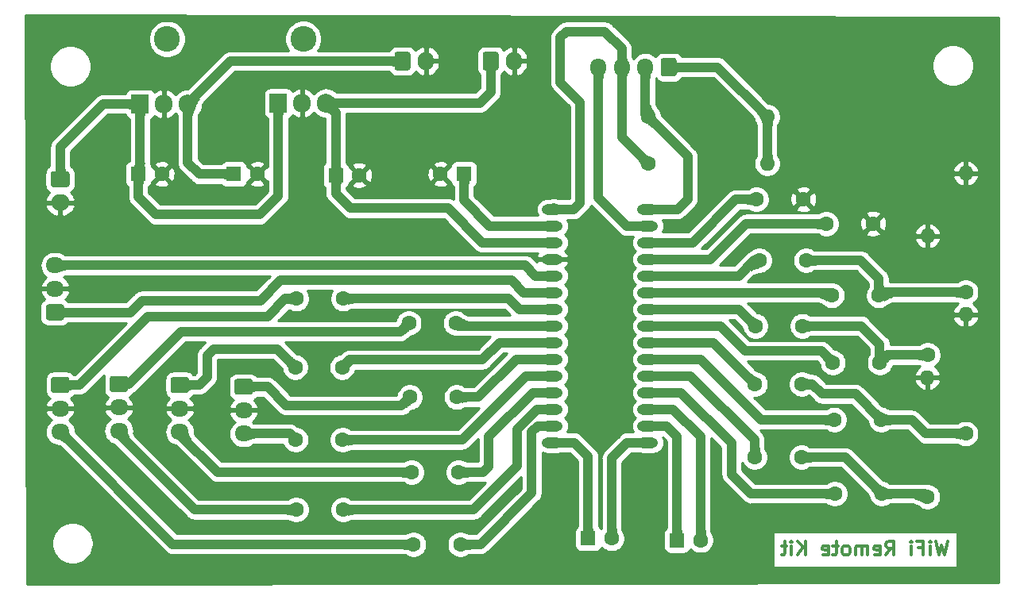
<source format=gbr>
%TF.GenerationSoftware,KiCad,Pcbnew,(5.1.6)-1*%
%TF.CreationDate,2020-09-04T13:31:07+05:30*%
%TF.ProjectId,tda7439,74646137-3433-4392-9e6b-696361645f70,rev?*%
%TF.SameCoordinates,Original*%
%TF.FileFunction,Copper,L2,Bot*%
%TF.FilePolarity,Positive*%
%FSLAX46Y46*%
G04 Gerber Fmt 4.6, Leading zero omitted, Abs format (unit mm)*
G04 Created by KiCad (PCBNEW (5.1.6)-1) date 2020-09-04 13:31:07*
%MOMM*%
%LPD*%
G01*
G04 APERTURE LIST*
%TA.AperFunction,NonConductor*%
%ADD10C,0.300000*%
%TD*%
%TA.AperFunction,ComponentPad*%
%ADD11C,2.748280*%
%TD*%
%TA.AperFunction,ComponentPad*%
%ADD12O,1.950000X1.700000*%
%TD*%
%TA.AperFunction,ComponentPad*%
%ADD13O,1.700000X1.950000*%
%TD*%
%TA.AperFunction,ComponentPad*%
%ADD14C,1.600000*%
%TD*%
%TA.AperFunction,ComponentPad*%
%ADD15R,1.600000X1.600000*%
%TD*%
%TA.AperFunction,ComponentPad*%
%ADD16O,2.216000X1.108000*%
%TD*%
%TA.AperFunction,ComponentPad*%
%ADD17O,2.000000X1.700000*%
%TD*%
%TA.AperFunction,ComponentPad*%
%ADD18O,1.700000X2.000000*%
%TD*%
%TA.AperFunction,ComponentPad*%
%ADD19O,1.600000X1.600000*%
%TD*%
%TA.AperFunction,ComponentPad*%
%ADD20O,1.905000X2.000000*%
%TD*%
%TA.AperFunction,ComponentPad*%
%ADD21R,1.905000X2.000000*%
%TD*%
%TA.AperFunction,Conductor*%
%ADD22C,1.000000*%
%TD*%
%TA.AperFunction,Conductor*%
%ADD23C,0.254000*%
%TD*%
%TA.AperFunction,Conductor*%
%ADD24C,0.025400*%
%TD*%
G04 APERTURE END LIST*
D10*
X158921428Y-136753571D02*
X158564285Y-138253571D01*
X158278571Y-137182142D01*
X157992857Y-138253571D01*
X157635714Y-136753571D01*
X157064285Y-138253571D02*
X157064285Y-137253571D01*
X157064285Y-136753571D02*
X157135714Y-136825000D01*
X157064285Y-136896428D01*
X156992857Y-136825000D01*
X157064285Y-136753571D01*
X157064285Y-136896428D01*
X155850000Y-137467857D02*
X156350000Y-137467857D01*
X156350000Y-138253571D02*
X156350000Y-136753571D01*
X155635714Y-136753571D01*
X155064285Y-138253571D02*
X155064285Y-137253571D01*
X155064285Y-136753571D02*
X155135714Y-136825000D01*
X155064285Y-136896428D01*
X154992857Y-136825000D01*
X155064285Y-136753571D01*
X155064285Y-136896428D01*
X152350000Y-138253571D02*
X152850000Y-137539285D01*
X153207142Y-138253571D02*
X153207142Y-136753571D01*
X152635714Y-136753571D01*
X152492857Y-136825000D01*
X152421428Y-136896428D01*
X152350000Y-137039285D01*
X152350000Y-137253571D01*
X152421428Y-137396428D01*
X152492857Y-137467857D01*
X152635714Y-137539285D01*
X153207142Y-137539285D01*
X151135714Y-138182142D02*
X151278571Y-138253571D01*
X151564285Y-138253571D01*
X151707142Y-138182142D01*
X151778571Y-138039285D01*
X151778571Y-137467857D01*
X151707142Y-137325000D01*
X151564285Y-137253571D01*
X151278571Y-137253571D01*
X151135714Y-137325000D01*
X151064285Y-137467857D01*
X151064285Y-137610714D01*
X151778571Y-137753571D01*
X150421428Y-138253571D02*
X150421428Y-137253571D01*
X150421428Y-137396428D02*
X150350000Y-137325000D01*
X150207142Y-137253571D01*
X149992857Y-137253571D01*
X149850000Y-137325000D01*
X149778571Y-137467857D01*
X149778571Y-138253571D01*
X149778571Y-137467857D02*
X149707142Y-137325000D01*
X149564285Y-137253571D01*
X149350000Y-137253571D01*
X149207142Y-137325000D01*
X149135714Y-137467857D01*
X149135714Y-138253571D01*
X148207142Y-138253571D02*
X148350000Y-138182142D01*
X148421428Y-138110714D01*
X148492857Y-137967857D01*
X148492857Y-137539285D01*
X148421428Y-137396428D01*
X148350000Y-137325000D01*
X148207142Y-137253571D01*
X147992857Y-137253571D01*
X147850000Y-137325000D01*
X147778571Y-137396428D01*
X147707142Y-137539285D01*
X147707142Y-137967857D01*
X147778571Y-138110714D01*
X147850000Y-138182142D01*
X147992857Y-138253571D01*
X148207142Y-138253571D01*
X147278571Y-137253571D02*
X146707142Y-137253571D01*
X147064285Y-136753571D02*
X147064285Y-138039285D01*
X146992857Y-138182142D01*
X146850000Y-138253571D01*
X146707142Y-138253571D01*
X145635714Y-138182142D02*
X145778571Y-138253571D01*
X146064285Y-138253571D01*
X146207142Y-138182142D01*
X146278571Y-138039285D01*
X146278571Y-137467857D01*
X146207142Y-137325000D01*
X146064285Y-137253571D01*
X145778571Y-137253571D01*
X145635714Y-137325000D01*
X145564285Y-137467857D01*
X145564285Y-137610714D01*
X146278571Y-137753571D01*
X143778571Y-138253571D02*
X143778571Y-136753571D01*
X142921428Y-138253571D02*
X143564285Y-137396428D01*
X142921428Y-136753571D02*
X143778571Y-137610714D01*
X142278571Y-138253571D02*
X142278571Y-137253571D01*
X142278571Y-136753571D02*
X142350000Y-136825000D01*
X142278571Y-136896428D01*
X142207142Y-136825000D01*
X142278571Y-136753571D01*
X142278571Y-136896428D01*
X141778571Y-137253571D02*
X141207142Y-137253571D01*
X141564285Y-136753571D02*
X141564285Y-138039285D01*
X141492857Y-138182142D01*
X141350000Y-138253571D01*
X141207142Y-138253571D01*
D11*
%TO.P,hs_5770,*%
%TO.N,*%
X90250000Y-83176640D03*
%TD*%
%TO.P,hs_5770,*%
%TO.N,*%
X75750000Y-83201640D03*
%TD*%
%TO.P,J2,1*%
%TO.N,L-OUT*%
%TA.AperFunction,ComponentPad*%
G36*
G01*
X64525000Y-113200000D02*
X63075000Y-113200000D01*
G75*
G02*
X62825000Y-112950000I0J250000D01*
G01*
X62825000Y-111750000D01*
G75*
G02*
X63075000Y-111500000I250000J0D01*
G01*
X64525000Y-111500000D01*
G75*
G02*
X64775000Y-111750000I0J-250000D01*
G01*
X64775000Y-112950000D01*
G75*
G02*
X64525000Y-113200000I-250000J0D01*
G01*
G37*
%TD.AperFunction*%
D12*
%TO.P,J2,2*%
%TO.N,GND*%
X63800000Y-109850000D03*
%TO.P,J2,3*%
%TO.N,R-OUT*%
X63800000Y-107350000D03*
%TD*%
%TO.P,J9,1*%
%TO.N,Net-(J9-Pad1)*%
%TA.AperFunction,ComponentPad*%
G36*
G01*
X130050000Y-85475000D02*
X130050000Y-86925000D01*
G75*
G02*
X129800000Y-87175000I-250000J0D01*
G01*
X128600000Y-87175000D01*
G75*
G02*
X128350000Y-86925000I0J250000D01*
G01*
X128350000Y-85475000D01*
G75*
G02*
X128600000Y-85225000I250000J0D01*
G01*
X129800000Y-85225000D01*
G75*
G02*
X130050000Y-85475000I0J-250000D01*
G01*
G37*
%TD.AperFunction*%
D13*
%TO.P,J9,2*%
%TO.N,SCL*%
X126700000Y-86200000D03*
%TO.P,J9,3*%
%TO.N,SDA*%
X124200000Y-86200000D03*
%TO.P,J9,4*%
%TO.N,DGND*%
X121700000Y-86200000D03*
%TD*%
D14*
%TO.P,C12,2*%
%TO.N,Net-(C12-Pad2)*%
X132600000Y-136650000D03*
D15*
%TO.P,C12,1*%
%TO.N,Net-(C12-Pad1)*%
X130100000Y-136650000D03*
%TD*%
%TO.P,C13,1*%
%TO.N,Net-(C13-Pad1)*%
X120625000Y-136475000D03*
D14*
%TO.P,C13,2*%
%TO.N,Net-(C13-Pad2)*%
X123125000Y-136475000D03*
%TD*%
%TO.P,C14,1*%
%TO.N,mi-r*%
X146900000Y-131700000D03*
%TO.P,C14,2*%
%TO.N,Net-(C14-Pad2)*%
X151900000Y-131700000D03*
%TD*%
%TO.P,C15,2*%
%TO.N,Net-(C14-Pad2)*%
X143350000Y-127800000D03*
%TO.P,C15,1*%
%TO.N,mo-r*%
X138350000Y-127800000D03*
%TD*%
%TO.P,C16,1*%
%TO.N,mi-l*%
X138850000Y-106800000D03*
%TO.P,C16,2*%
%TO.N,Net-(C16-Pad2)*%
X143850000Y-106800000D03*
%TD*%
%TO.P,C17,2*%
%TO.N,Net-(C16-Pad2)*%
X151600000Y-110550000D03*
%TO.P,C17,1*%
%TO.N,mo-l*%
X146600000Y-110550000D03*
%TD*%
%TO.P,C18,2*%
%TO.N,t-l*%
X146000000Y-102900000D03*
%TO.P,C18,1*%
%TO.N,GND*%
X151000000Y-102900000D03*
%TD*%
%TO.P,C19,1*%
%TO.N,bi-l*%
X146700000Y-117700000D03*
%TO.P,C19,2*%
%TO.N,Net-(C19-Pad2)*%
X151700000Y-117700000D03*
%TD*%
%TO.P,C20,2*%
%TO.N,Net-(C19-Pad2)*%
X143450000Y-113800000D03*
%TO.P,C20,1*%
%TO.N,bo-l*%
X138450000Y-113800000D03*
%TD*%
%TO.P,C21,1*%
%TO.N,bi-r*%
X146850000Y-123800000D03*
%TO.P,C21,2*%
%TO.N,Net-(C21-Pad2)*%
X151850000Y-123800000D03*
%TD*%
%TO.P,C22,2*%
%TO.N,Net-(C21-Pad2)*%
X143400000Y-120000000D03*
%TO.P,C22,1*%
%TO.N,bo-r*%
X138400000Y-120000000D03*
%TD*%
%TO.P,C23,1*%
%TO.N,GND*%
X143550000Y-100300000D03*
%TO.P,C23,2*%
%TO.N,t-r*%
X138550000Y-100300000D03*
%TD*%
D16*
%TO.P,U2,1*%
%TO.N,SDA*%
X116820000Y-101354000D03*
%TO.P,U2,2*%
%TO.N,Net-(C11-Pad1)*%
X116820000Y-103132000D03*
%TO.P,U2,3*%
%TO.N,+9V*%
X116820000Y-104910000D03*
%TO.P,U2,4*%
%TO.N,GND*%
X116820000Y-106688000D03*
%TO.P,U2,5*%
%TO.N,R-OUT*%
X116820000Y-108466000D03*
%TO.P,U2,6*%
%TO.N,L-OUT*%
X116820000Y-110244000D03*
%TO.P,U2,7*%
%TO.N,R4*%
X116820000Y-112022000D03*
%TO.P,U2,8*%
%TO.N,R3*%
X116820000Y-113800000D03*
%TO.P,U2,9*%
%TO.N,R2*%
X116820000Y-115578000D03*
%TO.P,U2,10*%
%TO.N,R1*%
X116820000Y-117356000D03*
%TO.P,U2,11*%
%TO.N,L1*%
X116820000Y-119134000D03*
%TO.P,U2,12*%
%TO.N,L2*%
X116820000Y-120912000D03*
%TO.P,U2,13*%
%TO.N,L3*%
X116820000Y-122690000D03*
%TO.P,U2,14*%
%TO.N,L4*%
X116820000Y-124468000D03*
%TO.P,U2,15*%
%TO.N,Net-(C13-Pad1)*%
X116820000Y-126246000D03*
%TO.P,U2,16*%
%TO.N,Net-(C13-Pad2)*%
X126980000Y-126246000D03*
%TO.P,U2,17*%
%TO.N,Net-(C12-Pad1)*%
X126980000Y-124468000D03*
%TO.P,U2,18*%
%TO.N,Net-(C12-Pad2)*%
X126980000Y-122690000D03*
%TO.P,U2,19*%
%TO.N,mi-r*%
X126980000Y-120912000D03*
%TO.P,U2,20*%
%TO.N,mo-r*%
X126980000Y-119134000D03*
%TO.P,U2,21*%
%TO.N,bi-r*%
X126980000Y-117356000D03*
%TO.P,U2,22*%
%TO.N,bo-r*%
X126980000Y-115578000D03*
%TO.P,U2,23*%
%TO.N,bi-l*%
X126980000Y-113800000D03*
%TO.P,U2,24*%
%TO.N,bo-l*%
X126980000Y-112022000D03*
%TO.P,U2,25*%
%TO.N,mo-l*%
X126980000Y-110244000D03*
%TO.P,U2,26*%
%TO.N,mi-l*%
X126980000Y-108466000D03*
%TO.P,U2,27*%
%TO.N,t-l*%
X126980000Y-106688000D03*
%TO.P,U2,28*%
%TO.N,t-r*%
X126980000Y-104910000D03*
%TO.P,U2,29*%
%TO.N,DGND*%
X126980000Y-103132000D03*
%TO.P,U2,30*%
%TO.N,SCL*%
X126980000Y-101354000D03*
%TD*%
D14*
%TO.P,C2,1*%
%TO.N,Net-(C2-Pad1)*%
X89450000Y-125950000D03*
%TO.P,C2,2*%
%TO.N,L1*%
X94450000Y-125950000D03*
%TD*%
%TO.P,C3,2*%
%TO.N,R2*%
X94400000Y-118200000D03*
%TO.P,C3,1*%
%TO.N,Net-(C3-Pad1)*%
X89400000Y-118200000D03*
%TD*%
%TO.P,C4,1*%
%TO.N,Net-(C4-Pad1)*%
X101800000Y-129400000D03*
%TO.P,C4,2*%
%TO.N,L2*%
X106800000Y-129400000D03*
%TD*%
%TO.P,C5,2*%
%TO.N,R3*%
X106500000Y-113500000D03*
%TO.P,C5,1*%
%TO.N,Net-(C5-Pad1)*%
X101500000Y-113500000D03*
%TD*%
%TO.P,C6,1*%
%TO.N,Net-(C6-Pad1)*%
X89500000Y-133400000D03*
%TO.P,C6,2*%
%TO.N,L3*%
X94500000Y-133400000D03*
%TD*%
%TO.P,C7,2*%
%TO.N,R4*%
X94500000Y-110900000D03*
%TO.P,C7,1*%
%TO.N,Net-(C7-Pad1)*%
X89500000Y-110900000D03*
%TD*%
%TO.P,C8,1*%
%TO.N,Net-(C8-Pad1)*%
X102000000Y-137100000D03*
%TO.P,C8,2*%
%TO.N,L4*%
X107000000Y-137100000D03*
%TD*%
D15*
%TO.P,C10,1*%
%TO.N,+5V*%
X82850000Y-97600000D03*
D14*
%TO.P,C10,2*%
%TO.N,GND*%
X85350000Y-97600000D03*
%TD*%
D15*
%TO.P,C11,1*%
%TO.N,Net-(C11-Pad1)*%
X107375000Y-97600000D03*
D14*
%TO.P,C11,2*%
%TO.N,GND*%
X104875000Y-97600000D03*
%TD*%
%TO.P,C25,2*%
%TO.N,GND*%
X96225000Y-97725000D03*
D15*
%TO.P,C25,1*%
%TO.N,+9V*%
X93725000Y-97725000D03*
%TD*%
D17*
%TO.P,J1,2*%
%TO.N,GND*%
X64350000Y-100650000D03*
%TO.P,J1,1*%
%TO.N,+12V*%
%TA.AperFunction,ComponentPad*%
G36*
G01*
X63600000Y-97300000D02*
X65100000Y-97300000D01*
G75*
G02*
X65350000Y-97550000I0J-250000D01*
G01*
X65350000Y-98750000D01*
G75*
G02*
X65100000Y-99000000I-250000J0D01*
G01*
X63600000Y-99000000D01*
G75*
G02*
X63350000Y-98750000I0J250000D01*
G01*
X63350000Y-97550000D01*
G75*
G02*
X63600000Y-97300000I250000J0D01*
G01*
G37*
%TD.AperFunction*%
%TD*%
D12*
%TO.P,J3,3*%
%TO.N,Net-(C4-Pad1)*%
X77100000Y-125100000D03*
%TO.P,J3,2*%
%TO.N,GND*%
X77100000Y-122600000D03*
%TO.P,J3,1*%
%TO.N,Net-(C3-Pad1)*%
%TA.AperFunction,ComponentPad*%
G36*
G01*
X76375000Y-119250000D02*
X77825000Y-119250000D01*
G75*
G02*
X78075000Y-119500000I0J-250000D01*
G01*
X78075000Y-120700000D01*
G75*
G02*
X77825000Y-120950000I-250000J0D01*
G01*
X76375000Y-120950000D01*
G75*
G02*
X76125000Y-120700000I0J250000D01*
G01*
X76125000Y-119500000D01*
G75*
G02*
X76375000Y-119250000I250000J0D01*
G01*
G37*
%TD.AperFunction*%
%TD*%
%TO.P,J4,1*%
%TO.N,Net-(C5-Pad1)*%
%TA.AperFunction,ComponentPad*%
G36*
G01*
X69875000Y-119150000D02*
X71325000Y-119150000D01*
G75*
G02*
X71575000Y-119400000I0J-250000D01*
G01*
X71575000Y-120600000D01*
G75*
G02*
X71325000Y-120850000I-250000J0D01*
G01*
X69875000Y-120850000D01*
G75*
G02*
X69625000Y-120600000I0J250000D01*
G01*
X69625000Y-119400000D01*
G75*
G02*
X69875000Y-119150000I250000J0D01*
G01*
G37*
%TD.AperFunction*%
%TO.P,J4,2*%
%TO.N,GND*%
X70600000Y-122500000D03*
%TO.P,J4,3*%
%TO.N,Net-(C6-Pad1)*%
X70600000Y-125000000D03*
%TD*%
%TO.P,J5,1*%
%TO.N,Net-(C7-Pad1)*%
%TA.AperFunction,ComponentPad*%
G36*
G01*
X63625000Y-119250000D02*
X65075000Y-119250000D01*
G75*
G02*
X65325000Y-119500000I0J-250000D01*
G01*
X65325000Y-120700000D01*
G75*
G02*
X65075000Y-120950000I-250000J0D01*
G01*
X63625000Y-120950000D01*
G75*
G02*
X63375000Y-120700000I0J250000D01*
G01*
X63375000Y-119500000D01*
G75*
G02*
X63625000Y-119250000I250000J0D01*
G01*
G37*
%TD.AperFunction*%
%TO.P,J5,2*%
%TO.N,GND*%
X64350000Y-122600000D03*
%TO.P,J5,3*%
%TO.N,Net-(C8-Pad1)*%
X64350000Y-125100000D03*
%TD*%
%TO.P,J6,3*%
%TO.N,Net-(C2-Pad1)*%
X83900000Y-125300000D03*
%TO.P,J6,2*%
%TO.N,GND*%
X83900000Y-122800000D03*
%TO.P,J6,1*%
%TO.N,Net-(C1-Pad1)*%
%TA.AperFunction,ComponentPad*%
G36*
G01*
X83175000Y-119450000D02*
X84625000Y-119450000D01*
G75*
G02*
X84875000Y-119700000I0J-250000D01*
G01*
X84875000Y-120900000D01*
G75*
G02*
X84625000Y-121150000I-250000J0D01*
G01*
X83175000Y-121150000D01*
G75*
G02*
X82925000Y-120900000I0J250000D01*
G01*
X82925000Y-119700000D01*
G75*
G02*
X83175000Y-119450000I250000J0D01*
G01*
G37*
%TD.AperFunction*%
%TD*%
%TO.P,J7,1*%
%TO.N,+9V*%
%TA.AperFunction,ComponentPad*%
G36*
G01*
X109375000Y-86300000D02*
X109375000Y-84800000D01*
G75*
G02*
X109625000Y-84550000I250000J0D01*
G01*
X110825000Y-84550000D01*
G75*
G02*
X111075000Y-84800000I0J-250000D01*
G01*
X111075000Y-86300000D01*
G75*
G02*
X110825000Y-86550000I-250000J0D01*
G01*
X109625000Y-86550000D01*
G75*
G02*
X109375000Y-86300000I0J250000D01*
G01*
G37*
%TD.AperFunction*%
D18*
%TO.P,J7,2*%
%TO.N,GND*%
X112725000Y-85550000D03*
%TD*%
%TO.P,J8,1*%
%TO.N,+5V*%
%TA.AperFunction,ComponentPad*%
G36*
G01*
X99975000Y-86300000D02*
X99975000Y-84800000D01*
G75*
G02*
X100225000Y-84550000I250000J0D01*
G01*
X101425000Y-84550000D01*
G75*
G02*
X101675000Y-84800000I0J-250000D01*
G01*
X101675000Y-86300000D01*
G75*
G02*
X101425000Y-86550000I-250000J0D01*
G01*
X100225000Y-86550000D01*
G75*
G02*
X99975000Y-86300000I0J250000D01*
G01*
G37*
%TD.AperFunction*%
%TO.P,J8,2*%
%TO.N,GND*%
X103325000Y-85550000D03*
%TD*%
D14*
%TO.P,R1,1*%
%TO.N,Net-(C14-Pad2)*%
X156775000Y-132025000D03*
D19*
%TO.P,R1,2*%
%TO.N,GND*%
X156775000Y-119325000D03*
%TD*%
%TO.P,R2,2*%
%TO.N,GND*%
X160850000Y-97500000D03*
D14*
%TO.P,R2,1*%
%TO.N,Net-(C16-Pad2)*%
X160850000Y-110200000D03*
%TD*%
D19*
%TO.P,R3,2*%
%TO.N,Net-(J9-Pad1)*%
X139700000Y-96475000D03*
D14*
%TO.P,R3,1*%
%TO.N,SDA*%
X127000000Y-96475000D03*
%TD*%
%TO.P,R4,1*%
%TO.N,SCL*%
X127000000Y-91500000D03*
D19*
%TO.P,R4,2*%
%TO.N,Net-(J9-Pad1)*%
X139700000Y-91500000D03*
%TD*%
D14*
%TO.P,R5,1*%
%TO.N,Net-(C19-Pad2)*%
X156800000Y-116900000D03*
D19*
%TO.P,R5,2*%
%TO.N,GND*%
X156800000Y-104200000D03*
%TD*%
%TO.P,R6,2*%
%TO.N,GND*%
X160850000Y-112600000D03*
D14*
%TO.P,R6,1*%
%TO.N,Net-(C21-Pad2)*%
X160850000Y-125300000D03*
%TD*%
D20*
%TO.P,U1,3*%
%TO.N,+5V*%
X77950000Y-90125000D03*
%TO.P,U1,2*%
%TO.N,GND*%
X75410000Y-90125000D03*
D21*
%TO.P,U1,1*%
%TO.N,+12V*%
X72870000Y-90125000D03*
%TD*%
%TO.P,U4,1*%
%TO.N,+12V*%
X87595000Y-90025000D03*
D20*
%TO.P,U4,2*%
%TO.N,GND*%
X90135000Y-90025000D03*
%TO.P,U4,3*%
%TO.N,+9V*%
X92675000Y-90025000D03*
%TD*%
D14*
%TO.P,C1,1*%
%TO.N,Net-(C1-Pad1)*%
X101600000Y-121400000D03*
%TO.P,C1,2*%
%TO.N,R1*%
X106600000Y-121400000D03*
%TD*%
D15*
%TO.P,C9,1*%
%TO.N,+12V*%
X72675000Y-97600000D03*
D14*
%TO.P,C9,2*%
%TO.N,GND*%
X75175000Y-97600000D03*
%TD*%
D22*
%TO.N,R1*%
X106600000Y-121400000D02*
X108900000Y-121400000D01*
X112944000Y-117356000D02*
X116820000Y-117356000D01*
X108900000Y-121400000D02*
X112944000Y-117356000D01*
%TO.N,Net-(C1-Pad1)*%
X83900000Y-120300000D02*
X86450000Y-120300000D01*
X86450000Y-120300000D02*
X88450000Y-122300000D01*
X100700000Y-122300000D02*
X101600000Y-121400000D01*
X88450000Y-122300000D02*
X100700000Y-122300000D01*
%TO.N,Net-(C2-Pad1)*%
X88800000Y-125300000D02*
X89450000Y-125950000D01*
X83900000Y-125300000D02*
X88800000Y-125300000D01*
%TO.N,L1*%
X94450000Y-125950000D02*
X107175000Y-125950000D01*
X113991000Y-119134000D02*
X116820000Y-119134000D01*
X107175000Y-125950000D02*
X113991000Y-119134000D01*
%TO.N,R2*%
X116820000Y-115578000D02*
X111172000Y-115578000D01*
X111172000Y-115578000D02*
X109350000Y-117400000D01*
X95199999Y-117400001D02*
X94400000Y-118200000D01*
X109350000Y-117400000D02*
X95199999Y-117400001D01*
%TO.N,Net-(C3-Pad1)*%
X77100000Y-120100000D02*
X79150000Y-120100000D01*
X79150000Y-120100000D02*
X80000000Y-119250000D01*
X80000000Y-119250000D02*
X80000000Y-116950000D01*
X80000000Y-116950000D02*
X80700000Y-116250000D01*
X87450000Y-116250000D02*
X89400000Y-118200000D01*
X80700000Y-116250000D02*
X87450000Y-116250000D01*
%TO.N,Net-(C4-Pad1)*%
X77100000Y-125100000D02*
X77100000Y-125400000D01*
X81100000Y-129400000D02*
X101800000Y-129400000D01*
X77100000Y-125400000D02*
X81100000Y-129400000D01*
%TO.N,L2*%
X114712000Y-120912000D02*
X110025000Y-125599000D01*
X116820000Y-120912000D02*
X114712000Y-120912000D01*
X110025000Y-125599000D02*
X110025000Y-128775000D01*
X109400000Y-129400000D02*
X106800000Y-129400000D01*
X110025000Y-128775000D02*
X109400000Y-129400000D01*
%TO.N,R3*%
X106800000Y-113800000D02*
X106500000Y-113500000D01*
X116820000Y-113800000D02*
X106800000Y-113800000D01*
%TO.N,Net-(C5-Pad1)*%
X70600000Y-120000000D02*
X71650000Y-120000000D01*
X71650000Y-120000000D02*
X77250000Y-114400000D01*
X100600000Y-114400000D02*
X101500000Y-113500000D01*
X77250000Y-114400000D02*
X100600000Y-114400000D01*
%TO.N,Net-(C6-Pad1)*%
X70600000Y-125000000D02*
X70600000Y-125350000D01*
X78650000Y-133400000D02*
X89500000Y-133400000D01*
X70600000Y-125350000D02*
X78650000Y-133400000D01*
%TO.N,L3*%
X94500000Y-133400000D02*
X108400000Y-133400000D01*
X108400000Y-133400000D02*
X113050000Y-128750000D01*
X113050000Y-128750000D02*
X113050000Y-124800000D01*
X115160000Y-122690000D02*
X116820000Y-122690000D01*
X113050000Y-124800000D02*
X115160000Y-122690000D01*
%TO.N,R4*%
X94500000Y-110900000D02*
X112150000Y-110900000D01*
X113272000Y-112022000D02*
X116820000Y-112022000D01*
X112150000Y-110900000D02*
X113272000Y-112022000D01*
%TO.N,Net-(C7-Pad1)*%
X64350000Y-120100000D02*
X66400000Y-120100000D01*
X66400000Y-120100000D02*
X73700000Y-112800000D01*
X73700000Y-112800000D02*
X86450000Y-112800000D01*
X88350000Y-110900000D02*
X89500000Y-110900000D01*
X86450000Y-112800000D02*
X88350000Y-110900000D01*
%TO.N,Net-(C8-Pad1)*%
X76350000Y-137100000D02*
X102000000Y-137100000D01*
X64350000Y-125100000D02*
X76350000Y-137100000D01*
%TO.N,L4*%
X107000000Y-137100000D02*
X109150000Y-137100000D01*
X109150000Y-137100000D02*
X114600000Y-131650000D01*
X114600000Y-131650000D02*
X114600000Y-125100000D01*
X115232000Y-124468000D02*
X116820000Y-124468000D01*
X114600000Y-125100000D02*
X115232000Y-124468000D01*
%TO.N,DGND*%
X121700000Y-86200000D02*
X121700000Y-100125000D01*
X124707000Y-103132000D02*
X126980000Y-103132000D01*
X121700000Y-100125000D02*
X124707000Y-103132000D01*
%TO.N,+12V*%
X72870000Y-97405000D02*
X72675000Y-97600000D01*
X72870000Y-90125000D02*
X72870000Y-97405000D01*
X64350000Y-98150000D02*
X64350000Y-94725000D01*
X68950000Y-90125000D02*
X72870000Y-90125000D01*
X64350000Y-94725000D02*
X68950000Y-90125000D01*
X87595000Y-90025000D02*
X87595000Y-99930000D01*
X87595000Y-99930000D02*
X85600000Y-101925000D01*
X85600000Y-101925000D02*
X74550000Y-101925000D01*
X72675000Y-100050000D02*
X72675000Y-97600000D01*
X74550000Y-101925000D02*
X72675000Y-100050000D01*
%TO.N,+5V*%
X82700000Y-97750000D02*
X82850000Y-97600000D01*
X77950000Y-96403523D02*
X77950000Y-90125000D01*
X79146477Y-97600000D02*
X77950000Y-96403523D01*
X82850000Y-97600000D02*
X79146477Y-97600000D01*
X82525000Y-85550000D02*
X77950000Y-90125000D01*
X100825000Y-85550000D02*
X82525000Y-85550000D01*
%TO.N,Net-(C11-Pad1)*%
X107375000Y-97600000D02*
X107375000Y-100375000D01*
X110132000Y-103132000D02*
X116820000Y-103132000D01*
X107375000Y-100375000D02*
X110132000Y-103132000D01*
%TO.N,Net-(C12-Pad1)*%
X126980000Y-124468000D02*
X128968000Y-124468000D01*
X130100000Y-125600000D02*
X130100000Y-136650000D01*
X128968000Y-124468000D02*
X130100000Y-125600000D01*
%TO.N,Net-(C12-Pad2)*%
X126980000Y-122690000D02*
X129690000Y-122690000D01*
X132600000Y-125600000D02*
X132600000Y-136650000D01*
X129690000Y-122690000D02*
X132600000Y-125600000D01*
%TO.N,Net-(C13-Pad2)*%
X126980000Y-126246000D02*
X124779000Y-126246000D01*
X123125000Y-127900000D02*
X123125000Y-136475000D01*
X124779000Y-126246000D02*
X123125000Y-127900000D01*
%TO.N,Net-(C13-Pad1)*%
X116820000Y-126246000D02*
X119121000Y-126246000D01*
X120625000Y-127750000D02*
X120625000Y-136475000D01*
X119121000Y-126246000D02*
X120625000Y-127750000D01*
%TO.N,mi-r*%
X135900000Y-129650000D02*
X137950000Y-131700000D01*
X137950000Y-131700000D02*
X146900000Y-131700000D01*
X135900000Y-126300000D02*
X135900000Y-129650000D01*
X126980000Y-120912000D02*
X130512000Y-120912000D01*
X130512000Y-120912000D02*
X135900000Y-126300000D01*
%TO.N,Net-(C14-Pad2)*%
X156450000Y-131700000D02*
X156775000Y-132025000D01*
X151900000Y-131700000D02*
X156450000Y-131700000D01*
X148000000Y-127800000D02*
X151900000Y-131700000D01*
X143350000Y-127800000D02*
X148000000Y-127800000D01*
%TO.N,mo-r*%
X138350000Y-125950000D02*
X138350000Y-127800000D01*
X126980000Y-119134000D02*
X131534000Y-119134000D01*
X131534000Y-119134000D02*
X138350000Y-125950000D01*
%TO.N,mi-l*%
X126980000Y-108466000D02*
X136634000Y-108466000D01*
X138300000Y-106800000D02*
X138850000Y-106800000D01*
X136634000Y-108466000D02*
X138300000Y-106800000D01*
%TO.N,Net-(C16-Pad2)*%
X143850000Y-106800000D02*
X149650000Y-106800000D01*
X151600000Y-108750000D02*
X151600000Y-110550000D01*
X149650000Y-106800000D02*
X151600000Y-108750000D01*
X151950000Y-110200000D02*
X151600000Y-110550000D01*
X160850000Y-110200000D02*
X151950000Y-110200000D01*
%TO.N,mo-l*%
X146294000Y-110244000D02*
X146600000Y-110550000D01*
X126980000Y-110244000D02*
X146294000Y-110244000D01*
%TO.N,t-l*%
X126980000Y-106688000D02*
X133662000Y-106688000D01*
X137450000Y-102900000D02*
X146000000Y-102900000D01*
X133662000Y-106688000D02*
X137450000Y-102900000D01*
%TO.N,bi-l*%
X145450000Y-116450000D02*
X146700000Y-117700000D01*
X137350000Y-116450000D02*
X145450000Y-116450000D01*
X126980000Y-113800000D02*
X134700000Y-113800000D01*
X134700000Y-113800000D02*
X137350000Y-116450000D01*
%TO.N,Net-(C19-Pad2)*%
X152499999Y-116900001D02*
X151700000Y-117700000D01*
X156800000Y-116900000D02*
X152499999Y-116900001D01*
X143450000Y-113800000D02*
X149750000Y-113800000D01*
X151700000Y-115750000D02*
X151700000Y-117700000D01*
X149750000Y-113800000D02*
X151700000Y-115750000D01*
%TO.N,bo-l*%
X136672000Y-112022000D02*
X138450000Y-113800000D01*
X126980000Y-112022000D02*
X136672000Y-112022000D01*
%TO.N,bi-r*%
X139050000Y-123800000D02*
X146850000Y-123800000D01*
X126980000Y-117356000D02*
X132606000Y-117356000D01*
X132606000Y-117356000D02*
X139050000Y-123800000D01*
%TO.N,Net-(C21-Pad2)*%
X160850000Y-125300000D02*
X156600000Y-125300000D01*
X155100000Y-123800000D02*
X151850000Y-123800000D01*
X156600000Y-125300000D02*
X155100000Y-123800000D01*
X143400000Y-120000000D02*
X144500000Y-120000000D01*
X144500000Y-120000000D02*
X145550000Y-121050000D01*
X149100000Y-121050000D02*
X151850000Y-123800000D01*
X145550000Y-121050000D02*
X149100000Y-121050000D01*
%TO.N,bo-r*%
X133978000Y-115578000D02*
X138400000Y-120000000D01*
X126980000Y-115578000D02*
X133978000Y-115578000D01*
%TO.N,t-r*%
X126980000Y-104910000D02*
X131740000Y-104910000D01*
X136350000Y-100300000D02*
X138550000Y-100300000D01*
X131740000Y-104910000D02*
X136350000Y-100300000D01*
%TO.N,+9V*%
X93725000Y-91075000D02*
X92675000Y-90025000D01*
X93725000Y-97725000D02*
X93725000Y-91075000D01*
X92675000Y-90025000D02*
X109075000Y-90025000D01*
X110225000Y-88875000D02*
X110225000Y-85550000D01*
X109075000Y-90025000D02*
X110225000Y-88875000D01*
X116820000Y-104910000D02*
X109360000Y-104910000D01*
X109360000Y-104910000D02*
X105700000Y-101250000D01*
X105700000Y-101250000D02*
X95300000Y-101250000D01*
X93725000Y-99675000D02*
X93725000Y-97725000D01*
X95300000Y-101250000D02*
X93725000Y-99675000D01*
%TO.N,R-OUT*%
X63800000Y-107350000D02*
X113925000Y-107350000D01*
X115041000Y-108466000D02*
X116820000Y-108466000D01*
X113925000Y-107350000D02*
X115041000Y-108466000D01*
%TO.N,L-OUT*%
X63800000Y-112350000D02*
X71825000Y-112350000D01*
X71825000Y-112350000D02*
X73075000Y-111100000D01*
X73075000Y-111100000D02*
X85675000Y-111100000D01*
X116820000Y-110244000D02*
X113744000Y-110244000D01*
X113744000Y-110244000D02*
X112425000Y-108925000D01*
X87850000Y-108925000D02*
X85675000Y-111100000D01*
X112425000Y-108925000D02*
X87850000Y-108925000D01*
%TO.N,SDA*%
X116950000Y-101224000D02*
X116820000Y-101354000D01*
X124200000Y-93675000D02*
X127000000Y-96475000D01*
X124200000Y-86200000D02*
X124200000Y-93675000D01*
X116820000Y-101354000D02*
X119096000Y-101354000D01*
X119096000Y-101354000D02*
X119775000Y-100675000D01*
X119775000Y-100675000D02*
X119775000Y-89950000D01*
X119775000Y-89950000D02*
X117650000Y-87825000D01*
X117650000Y-87825000D02*
X117650000Y-83025000D01*
X117650000Y-83025000D02*
X118275000Y-82400000D01*
X118275000Y-82400000D02*
X122400000Y-82400000D01*
X124200000Y-84200000D02*
X124200000Y-86200000D01*
X122400000Y-82400000D02*
X124200000Y-84200000D01*
%TO.N,SCL*%
X127000000Y-101334000D02*
X126980000Y-101354000D01*
X126700000Y-91200000D02*
X127000000Y-91500000D01*
X126700000Y-86200000D02*
X126700000Y-91200000D01*
X126980000Y-101354000D02*
X130146000Y-101354000D01*
X130146000Y-101354000D02*
X131250000Y-100250000D01*
X131250000Y-95750000D02*
X127000000Y-91500000D01*
X131250000Y-100250000D02*
X131250000Y-95750000D01*
%TO.N,Net-(J9-Pad1)*%
X134400000Y-86200000D02*
X139700000Y-91500000D01*
X129200000Y-86200000D02*
X134400000Y-86200000D01*
X139700000Y-96475000D02*
X139700000Y-91500000D01*
%TD*%
D23*
%TO.N,GND*%
G36*
X164340001Y-80858744D02*
G01*
X164340000Y-141191258D01*
X60808403Y-141388744D01*
X60797262Y-136779872D01*
X63415000Y-136779872D01*
X63415000Y-137220128D01*
X63500890Y-137651925D01*
X63669369Y-138058669D01*
X63913962Y-138424729D01*
X64225271Y-138736038D01*
X64591331Y-138980631D01*
X64998075Y-139149110D01*
X65429872Y-139235000D01*
X65870128Y-139235000D01*
X66301925Y-139149110D01*
X66708669Y-138980631D01*
X67074729Y-138736038D01*
X67386038Y-138424729D01*
X67630631Y-138058669D01*
X67799110Y-137651925D01*
X67885000Y-137220128D01*
X67885000Y-136779872D01*
X67799110Y-136348075D01*
X67630631Y-135941331D01*
X67386038Y-135575271D01*
X67074729Y-135263962D01*
X66708669Y-135019369D01*
X66301925Y-134850890D01*
X65870128Y-134765000D01*
X65429872Y-134765000D01*
X64998075Y-134850890D01*
X64591331Y-135019369D01*
X64225271Y-135263962D01*
X63913962Y-135575271D01*
X63669369Y-135941331D01*
X63500890Y-136348075D01*
X63415000Y-136779872D01*
X60797262Y-136779872D01*
X60769027Y-125100000D01*
X62732815Y-125100000D01*
X62761487Y-125391111D01*
X62846401Y-125671034D01*
X62984294Y-125929014D01*
X63169866Y-126155134D01*
X63395986Y-126340706D01*
X63653966Y-126478599D01*
X63933889Y-126563513D01*
X64152050Y-126585000D01*
X64222583Y-126585000D01*
X64246247Y-126605459D01*
X64284823Y-126641082D01*
X64331601Y-126686733D01*
X75508009Y-137863141D01*
X75543551Y-137906449D01*
X75675527Y-138014759D01*
X75716377Y-138048284D01*
X75913553Y-138153676D01*
X76127501Y-138218577D01*
X76350000Y-138240491D01*
X76405752Y-138235000D01*
X100957629Y-138235000D01*
X101027988Y-138235538D01*
X101087140Y-138237028D01*
X101121120Y-138238611D01*
X101320273Y-138371680D01*
X101581426Y-138479853D01*
X101858665Y-138535000D01*
X102141335Y-138535000D01*
X102418574Y-138479853D01*
X102679727Y-138371680D01*
X102914759Y-138214637D01*
X103114637Y-138014759D01*
X103271680Y-137779727D01*
X103379853Y-137518574D01*
X103435000Y-137241335D01*
X103435000Y-136958665D01*
X103379853Y-136681426D01*
X103271680Y-136420273D01*
X103114637Y-136185241D01*
X102914759Y-135985363D01*
X102679727Y-135828320D01*
X102418574Y-135720147D01*
X102141335Y-135665000D01*
X101858665Y-135665000D01*
X101581426Y-135720147D01*
X101320273Y-135828320D01*
X101121120Y-135961389D01*
X101087140Y-135962972D01*
X101027988Y-135964462D01*
X100957629Y-135965000D01*
X76820132Y-135965000D01*
X65966104Y-125110973D01*
X65967185Y-125100000D01*
X65957336Y-125000000D01*
X68982815Y-125000000D01*
X69011487Y-125291111D01*
X69096401Y-125571034D01*
X69234294Y-125829014D01*
X69419866Y-126055134D01*
X69645986Y-126240706D01*
X69903966Y-126378599D01*
X70075503Y-126430634D01*
X70578777Y-126933908D01*
X70578786Y-126933919D01*
X70578797Y-126933928D01*
X77808009Y-134163141D01*
X77843551Y-134206449D01*
X78016377Y-134348284D01*
X78213553Y-134453676D01*
X78377705Y-134503471D01*
X78427500Y-134518577D01*
X78448493Y-134520644D01*
X78594248Y-134535000D01*
X78594255Y-134535000D01*
X78649999Y-134540490D01*
X78705743Y-134535000D01*
X88457629Y-134535000D01*
X88527988Y-134535538D01*
X88587140Y-134537028D01*
X88621120Y-134538611D01*
X88820273Y-134671680D01*
X89081426Y-134779853D01*
X89358665Y-134835000D01*
X89641335Y-134835000D01*
X89918574Y-134779853D01*
X90179727Y-134671680D01*
X90414759Y-134514637D01*
X90614637Y-134314759D01*
X90771680Y-134079727D01*
X90879853Y-133818574D01*
X90935000Y-133541335D01*
X90935000Y-133258665D01*
X90879853Y-132981426D01*
X90771680Y-132720273D01*
X90614637Y-132485241D01*
X90414759Y-132285363D01*
X90179727Y-132128320D01*
X89918574Y-132020147D01*
X89641335Y-131965000D01*
X89358665Y-131965000D01*
X89081426Y-132020147D01*
X88820273Y-132128320D01*
X88621120Y-132261389D01*
X88587140Y-132262972D01*
X88527988Y-132264462D01*
X88457629Y-132265000D01*
X79120132Y-132265000D01*
X72267200Y-125412069D01*
X72261895Y-125400145D01*
X72215963Y-125294205D01*
X72193481Y-125240672D01*
X72207335Y-125100000D01*
X75482815Y-125100000D01*
X75511487Y-125391111D01*
X75596401Y-125671034D01*
X75734294Y-125929014D01*
X75919866Y-126155134D01*
X76145986Y-126340706D01*
X76403966Y-126478599D01*
X76647275Y-126552406D01*
X77078778Y-126983909D01*
X77078786Y-126983919D01*
X77078796Y-126983927D01*
X80258009Y-130163141D01*
X80293551Y-130206449D01*
X80466377Y-130348284D01*
X80663553Y-130453676D01*
X80877501Y-130518577D01*
X81044248Y-130535000D01*
X81044257Y-130535000D01*
X81099999Y-130540490D01*
X81155741Y-130535000D01*
X100757629Y-130535000D01*
X100827988Y-130535538D01*
X100887140Y-130537028D01*
X100921120Y-130538611D01*
X101120273Y-130671680D01*
X101381426Y-130779853D01*
X101658665Y-130835000D01*
X101941335Y-130835000D01*
X102218574Y-130779853D01*
X102479727Y-130671680D01*
X102714759Y-130514637D01*
X102914637Y-130314759D01*
X103071680Y-130079727D01*
X103179853Y-129818574D01*
X103235000Y-129541335D01*
X103235000Y-129258665D01*
X103179853Y-128981426D01*
X103071680Y-128720273D01*
X102914637Y-128485241D01*
X102714759Y-128285363D01*
X102479727Y-128128320D01*
X102218574Y-128020147D01*
X101941335Y-127965000D01*
X101658665Y-127965000D01*
X101381426Y-128020147D01*
X101120273Y-128128320D01*
X100921120Y-128261389D01*
X100887140Y-128262972D01*
X100827988Y-128264462D01*
X100757629Y-128265000D01*
X81570132Y-128265000D01*
X78760053Y-125454921D01*
X78753958Y-125442288D01*
X78708530Y-125345451D01*
X78695781Y-125317322D01*
X78697487Y-125300000D01*
X82282815Y-125300000D01*
X82311487Y-125591111D01*
X82396401Y-125871034D01*
X82534294Y-126129014D01*
X82719866Y-126355134D01*
X82945986Y-126540706D01*
X83203966Y-126678599D01*
X83483889Y-126763513D01*
X83702050Y-126785000D01*
X84097950Y-126785000D01*
X84316111Y-126763513D01*
X84596034Y-126678599D01*
X84854014Y-126540706D01*
X84982424Y-126435322D01*
X85008883Y-126435000D01*
X88097662Y-126435000D01*
X88178320Y-126629727D01*
X88335363Y-126864759D01*
X88535241Y-127064637D01*
X88770273Y-127221680D01*
X89031426Y-127329853D01*
X89308665Y-127385000D01*
X89591335Y-127385000D01*
X89868574Y-127329853D01*
X90129727Y-127221680D01*
X90364759Y-127064637D01*
X90564637Y-126864759D01*
X90721680Y-126629727D01*
X90829853Y-126368574D01*
X90885000Y-126091335D01*
X90885000Y-125808665D01*
X90829853Y-125531426D01*
X90721680Y-125270273D01*
X90564637Y-125035241D01*
X90364759Y-124835363D01*
X90129727Y-124678320D01*
X89868574Y-124570147D01*
X89630435Y-124522778D01*
X89606449Y-124493551D01*
X89433623Y-124351716D01*
X89236447Y-124246324D01*
X89022499Y-124181423D01*
X88855752Y-124165000D01*
X88855751Y-124165000D01*
X88800000Y-124159509D01*
X88744249Y-124165000D01*
X85008895Y-124165000D01*
X84982424Y-124164677D01*
X84854014Y-124059294D01*
X84828278Y-124045538D01*
X85034429Y-123889049D01*
X85227496Y-123671193D01*
X85374352Y-123419858D01*
X85466476Y-123156890D01*
X85345155Y-122927000D01*
X84027000Y-122927000D01*
X84027000Y-122947000D01*
X83773000Y-122947000D01*
X83773000Y-122927000D01*
X82454845Y-122927000D01*
X82333524Y-123156890D01*
X82425648Y-123419858D01*
X82572504Y-123671193D01*
X82765571Y-123889049D01*
X82971722Y-124045538D01*
X82945986Y-124059294D01*
X82719866Y-124244866D01*
X82534294Y-124470986D01*
X82396401Y-124728966D01*
X82311487Y-125008889D01*
X82282815Y-125300000D01*
X78697487Y-125300000D01*
X78717185Y-125100000D01*
X78688513Y-124808889D01*
X78603599Y-124528966D01*
X78465706Y-124270986D01*
X78280134Y-124044866D01*
X78054014Y-123859294D01*
X78028278Y-123845538D01*
X78234429Y-123689049D01*
X78427496Y-123471193D01*
X78574352Y-123219858D01*
X78666476Y-122956890D01*
X78545155Y-122727000D01*
X77227000Y-122727000D01*
X77227000Y-122747000D01*
X76973000Y-122747000D01*
X76973000Y-122727000D01*
X75654845Y-122727000D01*
X75533524Y-122956890D01*
X75625648Y-123219858D01*
X75772504Y-123471193D01*
X75965571Y-123689049D01*
X76171722Y-123845538D01*
X76145986Y-123859294D01*
X75919866Y-124044866D01*
X75734294Y-124270986D01*
X75596401Y-124528966D01*
X75511487Y-124808889D01*
X75482815Y-125100000D01*
X72207335Y-125100000D01*
X72217185Y-125000000D01*
X72188513Y-124708889D01*
X72103599Y-124428966D01*
X71965706Y-124170986D01*
X71780134Y-123944866D01*
X71554014Y-123759294D01*
X71528278Y-123745538D01*
X71734429Y-123589049D01*
X71927496Y-123371193D01*
X72074352Y-123119858D01*
X72166476Y-122856890D01*
X72045155Y-122627000D01*
X70727000Y-122627000D01*
X70727000Y-122647000D01*
X70473000Y-122647000D01*
X70473000Y-122627000D01*
X69154845Y-122627000D01*
X69033524Y-122856890D01*
X69125648Y-123119858D01*
X69272504Y-123371193D01*
X69465571Y-123589049D01*
X69671722Y-123745538D01*
X69645986Y-123759294D01*
X69419866Y-123944866D01*
X69234294Y-124170986D01*
X69096401Y-124428966D01*
X69011487Y-124708889D01*
X68982815Y-125000000D01*
X65957336Y-125000000D01*
X65938513Y-124808889D01*
X65853599Y-124528966D01*
X65715706Y-124270986D01*
X65530134Y-124044866D01*
X65304014Y-123859294D01*
X65278278Y-123845538D01*
X65484429Y-123689049D01*
X65677496Y-123471193D01*
X65824352Y-123219858D01*
X65916476Y-122956890D01*
X65795155Y-122727000D01*
X64477000Y-122727000D01*
X64477000Y-122747000D01*
X64223000Y-122747000D01*
X64223000Y-122727000D01*
X62904845Y-122727000D01*
X62783524Y-122956890D01*
X62875648Y-123219858D01*
X63022504Y-123471193D01*
X63215571Y-123689049D01*
X63421722Y-123845538D01*
X63395986Y-123859294D01*
X63169866Y-124044866D01*
X62984294Y-124270986D01*
X62846401Y-124528966D01*
X62761487Y-124808889D01*
X62732815Y-125100000D01*
X60769027Y-125100000D01*
X60726118Y-107350000D01*
X62182815Y-107350000D01*
X62211487Y-107641111D01*
X62296401Y-107921034D01*
X62434294Y-108179014D01*
X62619866Y-108405134D01*
X62845986Y-108590706D01*
X62871722Y-108604462D01*
X62665571Y-108760951D01*
X62472504Y-108978807D01*
X62325648Y-109230142D01*
X62233524Y-109493110D01*
X62354845Y-109723000D01*
X63673000Y-109723000D01*
X63673000Y-109703000D01*
X63927000Y-109703000D01*
X63927000Y-109723000D01*
X65245155Y-109723000D01*
X65366476Y-109493110D01*
X65274352Y-109230142D01*
X65127496Y-108978807D01*
X64934429Y-108760951D01*
X64728278Y-108604462D01*
X64754014Y-108590706D01*
X64882424Y-108485322D01*
X64908883Y-108485000D01*
X86684868Y-108485000D01*
X85204869Y-109965000D01*
X73130751Y-109965000D01*
X73075000Y-109959509D01*
X73019248Y-109965000D01*
X72852501Y-109981423D01*
X72638553Y-110046324D01*
X72441377Y-110151716D01*
X72268551Y-110293551D01*
X72233011Y-110336857D01*
X71354869Y-111215000D01*
X65229253Y-111215000D01*
X65152962Y-111122038D01*
X65018386Y-111011595D01*
X64913039Y-110955286D01*
X64934429Y-110939049D01*
X65127496Y-110721193D01*
X65274352Y-110469858D01*
X65366476Y-110206890D01*
X65245155Y-109977000D01*
X63927000Y-109977000D01*
X63927000Y-109997000D01*
X63673000Y-109997000D01*
X63673000Y-109977000D01*
X62354845Y-109977000D01*
X62233524Y-110206890D01*
X62325648Y-110469858D01*
X62472504Y-110721193D01*
X62665571Y-110939049D01*
X62686961Y-110955286D01*
X62581614Y-111011595D01*
X62447038Y-111122038D01*
X62336595Y-111256614D01*
X62254528Y-111410150D01*
X62203992Y-111576746D01*
X62186928Y-111750000D01*
X62186928Y-112950000D01*
X62203992Y-113123254D01*
X62254528Y-113289850D01*
X62336595Y-113443386D01*
X62447038Y-113577962D01*
X62581614Y-113688405D01*
X62735150Y-113770472D01*
X62901746Y-113821008D01*
X63075000Y-113838072D01*
X64525000Y-113838072D01*
X64698254Y-113821008D01*
X64864850Y-113770472D01*
X65018386Y-113688405D01*
X65152962Y-113577962D01*
X65229253Y-113485000D01*
X71409868Y-113485000D01*
X65929869Y-118965000D01*
X65779253Y-118965000D01*
X65702962Y-118872038D01*
X65568386Y-118761595D01*
X65414850Y-118679528D01*
X65248254Y-118628992D01*
X65075000Y-118611928D01*
X63625000Y-118611928D01*
X63451746Y-118628992D01*
X63285150Y-118679528D01*
X63131614Y-118761595D01*
X62997038Y-118872038D01*
X62886595Y-119006614D01*
X62804528Y-119160150D01*
X62753992Y-119326746D01*
X62736928Y-119500000D01*
X62736928Y-120700000D01*
X62753992Y-120873254D01*
X62804528Y-121039850D01*
X62886595Y-121193386D01*
X62997038Y-121327962D01*
X63131614Y-121438405D01*
X63236961Y-121494714D01*
X63215571Y-121510951D01*
X63022504Y-121728807D01*
X62875648Y-121980142D01*
X62783524Y-122243110D01*
X62904845Y-122473000D01*
X64223000Y-122473000D01*
X64223000Y-122453000D01*
X64477000Y-122453000D01*
X64477000Y-122473000D01*
X65795155Y-122473000D01*
X65916476Y-122243110D01*
X65824352Y-121980142D01*
X65677496Y-121728807D01*
X65484429Y-121510951D01*
X65463039Y-121494714D01*
X65568386Y-121438405D01*
X65702962Y-121327962D01*
X65779253Y-121235000D01*
X66344249Y-121235000D01*
X66400000Y-121240491D01*
X66455751Y-121235000D01*
X66455752Y-121235000D01*
X66622499Y-121218577D01*
X66836447Y-121153676D01*
X67033623Y-121048284D01*
X67206449Y-120906449D01*
X67241996Y-120863135D01*
X69065490Y-119039641D01*
X69054528Y-119060150D01*
X69003992Y-119226746D01*
X68986928Y-119400000D01*
X68986928Y-120600000D01*
X69003992Y-120773254D01*
X69054528Y-120939850D01*
X69136595Y-121093386D01*
X69247038Y-121227962D01*
X69381614Y-121338405D01*
X69486961Y-121394714D01*
X69465571Y-121410951D01*
X69272504Y-121628807D01*
X69125648Y-121880142D01*
X69033524Y-122143110D01*
X69154845Y-122373000D01*
X70473000Y-122373000D01*
X70473000Y-122353000D01*
X70727000Y-122353000D01*
X70727000Y-122373000D01*
X72045155Y-122373000D01*
X72166476Y-122143110D01*
X72074352Y-121880142D01*
X71927496Y-121628807D01*
X71734429Y-121410951D01*
X71713039Y-121394714D01*
X71818386Y-121338405D01*
X71952962Y-121227962D01*
X72063405Y-121093386D01*
X72084279Y-121054334D01*
X72086447Y-121053676D01*
X72283623Y-120948284D01*
X72456449Y-120806449D01*
X72491996Y-120763135D01*
X77720132Y-115535000D01*
X79809869Y-115535000D01*
X79236860Y-116108009D01*
X79193552Y-116143551D01*
X79051717Y-116316377D01*
X78997935Y-116416996D01*
X78946324Y-116513554D01*
X78881423Y-116727502D01*
X78859509Y-116950000D01*
X78865001Y-117005761D01*
X78865000Y-118779868D01*
X78679868Y-118965000D01*
X78529253Y-118965000D01*
X78452962Y-118872038D01*
X78318386Y-118761595D01*
X78164850Y-118679528D01*
X77998254Y-118628992D01*
X77825000Y-118611928D01*
X76375000Y-118611928D01*
X76201746Y-118628992D01*
X76035150Y-118679528D01*
X75881614Y-118761595D01*
X75747038Y-118872038D01*
X75636595Y-119006614D01*
X75554528Y-119160150D01*
X75503992Y-119326746D01*
X75486928Y-119500000D01*
X75486928Y-120700000D01*
X75503992Y-120873254D01*
X75554528Y-121039850D01*
X75636595Y-121193386D01*
X75747038Y-121327962D01*
X75881614Y-121438405D01*
X75986961Y-121494714D01*
X75965571Y-121510951D01*
X75772504Y-121728807D01*
X75625648Y-121980142D01*
X75533524Y-122243110D01*
X75654845Y-122473000D01*
X76973000Y-122473000D01*
X76973000Y-122453000D01*
X77227000Y-122453000D01*
X77227000Y-122473000D01*
X78545155Y-122473000D01*
X78666476Y-122243110D01*
X78574352Y-121980142D01*
X78427496Y-121728807D01*
X78234429Y-121510951D01*
X78213039Y-121494714D01*
X78318386Y-121438405D01*
X78452962Y-121327962D01*
X78529253Y-121235000D01*
X79094249Y-121235000D01*
X79150000Y-121240491D01*
X79205751Y-121235000D01*
X79205752Y-121235000D01*
X79372499Y-121218577D01*
X79586447Y-121153676D01*
X79783623Y-121048284D01*
X79956449Y-120906449D01*
X79991995Y-120863136D01*
X80763145Y-120091987D01*
X80806449Y-120056449D01*
X80852777Y-119999999D01*
X80948284Y-119883623D01*
X81046431Y-119700000D01*
X82286928Y-119700000D01*
X82286928Y-120900000D01*
X82303992Y-121073254D01*
X82354528Y-121239850D01*
X82436595Y-121393386D01*
X82547038Y-121527962D01*
X82681614Y-121638405D01*
X82786961Y-121694714D01*
X82765571Y-121710951D01*
X82572504Y-121928807D01*
X82425648Y-122180142D01*
X82333524Y-122443110D01*
X82454845Y-122673000D01*
X83773000Y-122673000D01*
X83773000Y-122653000D01*
X84027000Y-122653000D01*
X84027000Y-122673000D01*
X85345155Y-122673000D01*
X85466476Y-122443110D01*
X85374352Y-122180142D01*
X85227496Y-121928807D01*
X85034429Y-121710951D01*
X85013039Y-121694714D01*
X85118386Y-121638405D01*
X85252962Y-121527962D01*
X85329253Y-121435000D01*
X85979869Y-121435000D01*
X87608009Y-123063141D01*
X87643551Y-123106449D01*
X87816377Y-123248284D01*
X88013553Y-123353676D01*
X88177705Y-123403471D01*
X88227500Y-123418577D01*
X88449999Y-123440491D01*
X88505751Y-123435000D01*
X100644249Y-123435000D01*
X100700000Y-123440491D01*
X100755751Y-123435000D01*
X100755752Y-123435000D01*
X100922499Y-123418577D01*
X101136447Y-123353676D01*
X101333623Y-123248284D01*
X101506449Y-123106449D01*
X101541995Y-123063136D01*
X101665399Y-122939733D01*
X101715674Y-122890219D01*
X101758489Y-122849509D01*
X101783655Y-122826582D01*
X102018574Y-122779853D01*
X102279727Y-122671680D01*
X102514759Y-122514637D01*
X102714637Y-122314759D01*
X102871680Y-122079727D01*
X102979853Y-121818574D01*
X103035000Y-121541335D01*
X103035000Y-121258665D01*
X102979853Y-120981426D01*
X102871680Y-120720273D01*
X102714637Y-120485241D01*
X102514759Y-120285363D01*
X102279727Y-120128320D01*
X102018574Y-120020147D01*
X101741335Y-119965000D01*
X101458665Y-119965000D01*
X101181426Y-120020147D01*
X100920273Y-120128320D01*
X100685241Y-120285363D01*
X100485363Y-120485241D01*
X100328320Y-120720273D01*
X100220147Y-120981426D01*
X100183631Y-121165000D01*
X88920132Y-121165000D01*
X87291996Y-119536865D01*
X87256449Y-119493551D01*
X87083623Y-119351716D01*
X86886447Y-119246324D01*
X86672499Y-119181423D01*
X86505752Y-119165000D01*
X86505751Y-119165000D01*
X86450000Y-119159509D01*
X86394249Y-119165000D01*
X85329253Y-119165000D01*
X85252962Y-119072038D01*
X85118386Y-118961595D01*
X84964850Y-118879528D01*
X84798254Y-118828992D01*
X84625000Y-118811928D01*
X83175000Y-118811928D01*
X83001746Y-118828992D01*
X82835150Y-118879528D01*
X82681614Y-118961595D01*
X82547038Y-119072038D01*
X82436595Y-119206614D01*
X82354528Y-119360150D01*
X82303992Y-119526746D01*
X82286928Y-119700000D01*
X81046431Y-119700000D01*
X81053676Y-119686447D01*
X81118577Y-119472499D01*
X81140491Y-119250000D01*
X81135000Y-119194248D01*
X81135000Y-117420131D01*
X81170131Y-117385000D01*
X86979869Y-117385000D01*
X87860288Y-118265420D01*
X87909780Y-118315674D01*
X87950490Y-118358489D01*
X87973418Y-118383657D01*
X88020147Y-118618574D01*
X88128320Y-118879727D01*
X88285363Y-119114759D01*
X88485241Y-119314637D01*
X88720273Y-119471680D01*
X88981426Y-119579853D01*
X89258665Y-119635000D01*
X89541335Y-119635000D01*
X89818574Y-119579853D01*
X90079727Y-119471680D01*
X90314759Y-119314637D01*
X90514637Y-119114759D01*
X90671680Y-118879727D01*
X90779853Y-118618574D01*
X90835000Y-118341335D01*
X90835000Y-118058665D01*
X90779853Y-117781426D01*
X90671680Y-117520273D01*
X90514637Y-117285241D01*
X90314759Y-117085363D01*
X90079727Y-116928320D01*
X89818574Y-116820147D01*
X89583657Y-116773418D01*
X89558489Y-116750490D01*
X89515674Y-116709780D01*
X89465420Y-116660288D01*
X88340131Y-115535000D01*
X100544249Y-115535000D01*
X100600000Y-115540491D01*
X100655751Y-115535000D01*
X100655752Y-115535000D01*
X100822499Y-115518577D01*
X101036447Y-115453676D01*
X101233623Y-115348284D01*
X101406449Y-115206449D01*
X101441995Y-115163136D01*
X101565399Y-115039733D01*
X101615674Y-114990219D01*
X101658489Y-114949509D01*
X101683655Y-114926582D01*
X101918574Y-114879853D01*
X102179727Y-114771680D01*
X102414759Y-114614637D01*
X102614637Y-114414759D01*
X102771680Y-114179727D01*
X102879853Y-113918574D01*
X102935000Y-113641335D01*
X102935000Y-113358665D01*
X102879853Y-113081426D01*
X102771680Y-112820273D01*
X102614637Y-112585241D01*
X102414759Y-112385363D01*
X102179727Y-112228320D01*
X101918574Y-112120147D01*
X101641335Y-112065000D01*
X101358665Y-112065000D01*
X101081426Y-112120147D01*
X100820273Y-112228320D01*
X100585241Y-112385363D01*
X100385363Y-112585241D01*
X100228320Y-112820273D01*
X100120147Y-113081426D01*
X100083631Y-113265000D01*
X87590131Y-113265000D01*
X88738255Y-112116877D01*
X88820273Y-112171680D01*
X89081426Y-112279853D01*
X89358665Y-112335000D01*
X89641335Y-112335000D01*
X89918574Y-112279853D01*
X90179727Y-112171680D01*
X90414759Y-112014637D01*
X90614637Y-111814759D01*
X90771680Y-111579727D01*
X90879853Y-111318574D01*
X90935000Y-111041335D01*
X90935000Y-110758665D01*
X90879853Y-110481426D01*
X90771680Y-110220273D01*
X90664589Y-110060000D01*
X93335411Y-110060000D01*
X93228320Y-110220273D01*
X93120147Y-110481426D01*
X93065000Y-110758665D01*
X93065000Y-111041335D01*
X93120147Y-111318574D01*
X93228320Y-111579727D01*
X93385363Y-111814759D01*
X93585241Y-112014637D01*
X93820273Y-112171680D01*
X94081426Y-112279853D01*
X94358665Y-112335000D01*
X94641335Y-112335000D01*
X94918574Y-112279853D01*
X95179727Y-112171680D01*
X95378880Y-112038610D01*
X95412859Y-112037028D01*
X95472011Y-112035538D01*
X95542371Y-112035000D01*
X111679868Y-112035000D01*
X112309867Y-112665000D01*
X107969396Y-112665000D01*
X107954387Y-112658618D01*
X107835376Y-112607298D01*
X107730044Y-112561091D01*
X107638943Y-112520267D01*
X107562556Y-112485087D01*
X107501903Y-112456122D01*
X107468982Y-112439586D01*
X107414759Y-112385363D01*
X107179727Y-112228320D01*
X106918574Y-112120147D01*
X106641335Y-112065000D01*
X106358665Y-112065000D01*
X106081426Y-112120147D01*
X105820273Y-112228320D01*
X105585241Y-112385363D01*
X105385363Y-112585241D01*
X105228320Y-112820273D01*
X105120147Y-113081426D01*
X105065000Y-113358665D01*
X105065000Y-113641335D01*
X105120147Y-113918574D01*
X105228320Y-114179727D01*
X105385363Y-114414759D01*
X105585241Y-114614637D01*
X105820273Y-114771680D01*
X106081426Y-114879853D01*
X106358665Y-114935000D01*
X106641335Y-114935000D01*
X106675416Y-114928221D01*
X106799999Y-114940491D01*
X106855751Y-114935000D01*
X110209868Y-114935000D01*
X108879869Y-116265000D01*
X95255750Y-116265002D01*
X95199998Y-116259511D01*
X94977499Y-116281425D01*
X94763551Y-116346326D01*
X94566375Y-116451718D01*
X94436855Y-116558013D01*
X94436853Y-116558015D01*
X94393550Y-116593553D01*
X94358012Y-116636856D01*
X94334567Y-116660301D01*
X94284326Y-116709780D01*
X94241510Y-116750490D01*
X94216342Y-116773419D01*
X93981426Y-116820147D01*
X93720273Y-116928320D01*
X93485241Y-117085363D01*
X93285363Y-117285241D01*
X93128320Y-117520273D01*
X93020147Y-117781426D01*
X92965000Y-118058665D01*
X92965000Y-118341335D01*
X93020147Y-118618574D01*
X93128320Y-118879727D01*
X93285363Y-119114759D01*
X93485241Y-119314637D01*
X93720273Y-119471680D01*
X93981426Y-119579853D01*
X94258665Y-119635000D01*
X94541335Y-119635000D01*
X94818574Y-119579853D01*
X95079727Y-119471680D01*
X95314759Y-119314637D01*
X95514637Y-119114759D01*
X95671680Y-118879727D01*
X95779853Y-118618574D01*
X95796477Y-118535001D01*
X109294239Y-118534999D01*
X109350000Y-118540491D01*
X109572498Y-118518577D01*
X109786446Y-118453676D01*
X109886229Y-118400341D01*
X109983623Y-118348283D01*
X110156449Y-118206448D01*
X110191991Y-118163140D01*
X111642132Y-116713000D01*
X111981867Y-116713000D01*
X108429869Y-120265000D01*
X107642371Y-120265000D01*
X107572011Y-120264462D01*
X107512859Y-120262972D01*
X107478880Y-120261390D01*
X107279727Y-120128320D01*
X107018574Y-120020147D01*
X106741335Y-119965000D01*
X106458665Y-119965000D01*
X106181426Y-120020147D01*
X105920273Y-120128320D01*
X105685241Y-120285363D01*
X105485363Y-120485241D01*
X105328320Y-120720273D01*
X105220147Y-120981426D01*
X105165000Y-121258665D01*
X105165000Y-121541335D01*
X105220147Y-121818574D01*
X105328320Y-122079727D01*
X105485363Y-122314759D01*
X105685241Y-122514637D01*
X105920273Y-122671680D01*
X106181426Y-122779853D01*
X106458665Y-122835000D01*
X106741335Y-122835000D01*
X107018574Y-122779853D01*
X107279727Y-122671680D01*
X107478880Y-122538610D01*
X107512859Y-122537028D01*
X107572011Y-122535538D01*
X107642371Y-122535000D01*
X108844249Y-122535000D01*
X108900000Y-122540491D01*
X108955751Y-122535000D01*
X108955752Y-122535000D01*
X108988049Y-122531819D01*
X106704869Y-124815000D01*
X95492371Y-124815000D01*
X95422011Y-124814462D01*
X95362859Y-124812972D01*
X95328880Y-124811390D01*
X95129727Y-124678320D01*
X94868574Y-124570147D01*
X94591335Y-124515000D01*
X94308665Y-124515000D01*
X94031426Y-124570147D01*
X93770273Y-124678320D01*
X93535241Y-124835363D01*
X93335363Y-125035241D01*
X93178320Y-125270273D01*
X93070147Y-125531426D01*
X93015000Y-125808665D01*
X93015000Y-126091335D01*
X93070147Y-126368574D01*
X93178320Y-126629727D01*
X93335363Y-126864759D01*
X93535241Y-127064637D01*
X93770273Y-127221680D01*
X94031426Y-127329853D01*
X94308665Y-127385000D01*
X94591335Y-127385000D01*
X94868574Y-127329853D01*
X95129727Y-127221680D01*
X95328880Y-127088610D01*
X95362859Y-127087028D01*
X95422011Y-127085538D01*
X95492371Y-127085000D01*
X107119249Y-127085000D01*
X107175000Y-127090491D01*
X107230751Y-127085000D01*
X107230752Y-127085000D01*
X107397499Y-127068577D01*
X107611447Y-127003676D01*
X107808623Y-126898284D01*
X107981449Y-126756449D01*
X108016996Y-126713135D01*
X108890000Y-125840131D01*
X108890001Y-128265000D01*
X107842371Y-128265000D01*
X107772011Y-128264462D01*
X107712859Y-128262972D01*
X107678880Y-128261390D01*
X107479727Y-128128320D01*
X107218574Y-128020147D01*
X106941335Y-127965000D01*
X106658665Y-127965000D01*
X106381426Y-128020147D01*
X106120273Y-128128320D01*
X105885241Y-128285363D01*
X105685363Y-128485241D01*
X105528320Y-128720273D01*
X105420147Y-128981426D01*
X105365000Y-129258665D01*
X105365000Y-129541335D01*
X105420147Y-129818574D01*
X105528320Y-130079727D01*
X105685363Y-130314759D01*
X105885241Y-130514637D01*
X106120273Y-130671680D01*
X106381426Y-130779853D01*
X106658665Y-130835000D01*
X106941335Y-130835000D01*
X107218574Y-130779853D01*
X107479727Y-130671680D01*
X107678880Y-130538610D01*
X107712859Y-130537028D01*
X107772011Y-130535538D01*
X107842371Y-130535000D01*
X109344249Y-130535000D01*
X109400000Y-130540491D01*
X109455751Y-130535000D01*
X109455752Y-130535000D01*
X109622499Y-130518577D01*
X109699715Y-130495154D01*
X107929869Y-132265000D01*
X95542371Y-132265000D01*
X95472011Y-132264462D01*
X95412859Y-132262972D01*
X95378880Y-132261390D01*
X95179727Y-132128320D01*
X94918574Y-132020147D01*
X94641335Y-131965000D01*
X94358665Y-131965000D01*
X94081426Y-132020147D01*
X93820273Y-132128320D01*
X93585241Y-132285363D01*
X93385363Y-132485241D01*
X93228320Y-132720273D01*
X93120147Y-132981426D01*
X93065000Y-133258665D01*
X93065000Y-133541335D01*
X93120147Y-133818574D01*
X93228320Y-134079727D01*
X93385363Y-134314759D01*
X93585241Y-134514637D01*
X93820273Y-134671680D01*
X94081426Y-134779853D01*
X94358665Y-134835000D01*
X94641335Y-134835000D01*
X94918574Y-134779853D01*
X95179727Y-134671680D01*
X95378880Y-134538610D01*
X95412859Y-134537028D01*
X95472011Y-134535538D01*
X95542371Y-134535000D01*
X108344249Y-134535000D01*
X108400000Y-134540491D01*
X108455751Y-134535000D01*
X108455752Y-134535000D01*
X108622499Y-134518577D01*
X108836447Y-134453676D01*
X109033623Y-134348284D01*
X109206449Y-134206449D01*
X109241996Y-134163135D01*
X113465000Y-129940132D01*
X113465000Y-131179868D01*
X108679869Y-135965000D01*
X108042371Y-135965000D01*
X107972011Y-135964462D01*
X107912859Y-135962972D01*
X107878880Y-135961390D01*
X107679727Y-135828320D01*
X107418574Y-135720147D01*
X107141335Y-135665000D01*
X106858665Y-135665000D01*
X106581426Y-135720147D01*
X106320273Y-135828320D01*
X106085241Y-135985363D01*
X105885363Y-136185241D01*
X105728320Y-136420273D01*
X105620147Y-136681426D01*
X105565000Y-136958665D01*
X105565000Y-137241335D01*
X105620147Y-137518574D01*
X105728320Y-137779727D01*
X105885363Y-138014759D01*
X106085241Y-138214637D01*
X106320273Y-138371680D01*
X106581426Y-138479853D01*
X106858665Y-138535000D01*
X107141335Y-138535000D01*
X107418574Y-138479853D01*
X107679727Y-138371680D01*
X107878880Y-138238610D01*
X107912859Y-138237028D01*
X107972011Y-138235538D01*
X108042371Y-138235000D01*
X109094249Y-138235000D01*
X109150000Y-138240491D01*
X109205751Y-138235000D01*
X109205752Y-138235000D01*
X109372499Y-138218577D01*
X109586447Y-138153676D01*
X109783623Y-138048284D01*
X109956449Y-137906449D01*
X109991996Y-137863135D01*
X115363141Y-132491991D01*
X115406449Y-132456449D01*
X115548284Y-132283623D01*
X115653676Y-132086447D01*
X115718577Y-131872499D01*
X115735000Y-131705752D01*
X115735000Y-131705751D01*
X115740491Y-131650000D01*
X115735000Y-131594249D01*
X115735000Y-127310367D01*
X115808788Y-127349808D01*
X116032915Y-127417796D01*
X116207589Y-127435000D01*
X117432411Y-127435000D01*
X117607085Y-127417796D01*
X117728385Y-127381000D01*
X118650869Y-127381000D01*
X119490000Y-128220132D01*
X119490001Y-135134043D01*
X119470506Y-135144463D01*
X119373815Y-135223815D01*
X119294463Y-135320506D01*
X119235498Y-135430820D01*
X119199188Y-135550518D01*
X119186928Y-135675000D01*
X119186928Y-137275000D01*
X119199188Y-137399482D01*
X119235498Y-137519180D01*
X119294463Y-137629494D01*
X119373815Y-137726185D01*
X119470506Y-137805537D01*
X119580820Y-137864502D01*
X119700518Y-137900812D01*
X119825000Y-137913072D01*
X121425000Y-137913072D01*
X121549482Y-137900812D01*
X121669180Y-137864502D01*
X121779494Y-137805537D01*
X121876185Y-137726185D01*
X121955537Y-137629494D01*
X122014502Y-137519180D01*
X122043661Y-137423057D01*
X122210241Y-137589637D01*
X122445273Y-137746680D01*
X122706426Y-137854853D01*
X122983665Y-137910000D01*
X123266335Y-137910000D01*
X123543574Y-137854853D01*
X123804727Y-137746680D01*
X124039759Y-137589637D01*
X124239637Y-137389759D01*
X124396680Y-137154727D01*
X124504853Y-136893574D01*
X124560000Y-136616335D01*
X124560000Y-136333665D01*
X124504853Y-136056426D01*
X124396680Y-135795273D01*
X124263611Y-135596120D01*
X124262028Y-135562140D01*
X124260538Y-135502988D01*
X124260000Y-135432629D01*
X124260000Y-128370131D01*
X125249132Y-127381000D01*
X126071615Y-127381000D01*
X126192915Y-127417796D01*
X126367589Y-127435000D01*
X127592411Y-127435000D01*
X127767085Y-127417796D01*
X127991212Y-127349808D01*
X128197769Y-127239401D01*
X128378818Y-127090818D01*
X128527401Y-126909769D01*
X128637808Y-126703212D01*
X128705796Y-126479085D01*
X128728753Y-126246000D01*
X128705796Y-126012915D01*
X128637808Y-125788788D01*
X128585161Y-125690292D01*
X128965000Y-126070132D01*
X128965001Y-135309043D01*
X128945506Y-135319463D01*
X128848815Y-135398815D01*
X128769463Y-135495506D01*
X128710498Y-135605820D01*
X128674188Y-135725518D01*
X128661928Y-135850000D01*
X128661928Y-137450000D01*
X128674188Y-137574482D01*
X128710498Y-137694180D01*
X128769463Y-137804494D01*
X128848815Y-137901185D01*
X128945506Y-137980537D01*
X129055820Y-138039502D01*
X129175518Y-138075812D01*
X129300000Y-138088072D01*
X130900000Y-138088072D01*
X131024482Y-138075812D01*
X131144180Y-138039502D01*
X131254494Y-137980537D01*
X131351185Y-137901185D01*
X131430537Y-137804494D01*
X131489502Y-137694180D01*
X131518661Y-137598057D01*
X131685241Y-137764637D01*
X131920273Y-137921680D01*
X132181426Y-138029853D01*
X132458665Y-138085000D01*
X132741335Y-138085000D01*
X133018574Y-138029853D01*
X133279727Y-137921680D01*
X133514759Y-137764637D01*
X133714637Y-137564759D01*
X133871680Y-137329727D01*
X133979853Y-137068574D01*
X134035000Y-136791335D01*
X134035000Y-136508665D01*
X133979853Y-136231426D01*
X133871680Y-135970273D01*
X133747886Y-135785000D01*
X140279286Y-135785000D01*
X140279286Y-139605000D01*
X159920715Y-139605000D01*
X159920715Y-135785000D01*
X140279286Y-135785000D01*
X133747886Y-135785000D01*
X133738611Y-135771120D01*
X133737028Y-135737140D01*
X133735538Y-135677988D01*
X133735000Y-135607629D01*
X133735000Y-125740132D01*
X134765000Y-126770133D01*
X134765001Y-129594239D01*
X134759509Y-129650000D01*
X134781423Y-129872498D01*
X134846324Y-130086446D01*
X134876555Y-130143004D01*
X134951717Y-130283623D01*
X135093552Y-130456449D01*
X135136860Y-130491991D01*
X137108009Y-132463141D01*
X137143551Y-132506449D01*
X137275527Y-132614759D01*
X137316377Y-132648284D01*
X137513553Y-132753676D01*
X137727501Y-132818577D01*
X137950000Y-132840491D01*
X138005752Y-132835000D01*
X145857629Y-132835000D01*
X145927988Y-132835538D01*
X145987140Y-132837028D01*
X146021120Y-132838611D01*
X146220273Y-132971680D01*
X146481426Y-133079853D01*
X146758665Y-133135000D01*
X147041335Y-133135000D01*
X147318574Y-133079853D01*
X147579727Y-132971680D01*
X147814759Y-132814637D01*
X148014637Y-132614759D01*
X148171680Y-132379727D01*
X148279853Y-132118574D01*
X148335000Y-131841335D01*
X148335000Y-131558665D01*
X148279853Y-131281426D01*
X148171680Y-131020273D01*
X148014637Y-130785241D01*
X147814759Y-130585363D01*
X147579727Y-130428320D01*
X147318574Y-130320147D01*
X147041335Y-130265000D01*
X146758665Y-130265000D01*
X146481426Y-130320147D01*
X146220273Y-130428320D01*
X146021120Y-130561389D01*
X145987140Y-130562972D01*
X145927988Y-130564462D01*
X145857629Y-130565000D01*
X138420132Y-130565000D01*
X137035000Y-129179869D01*
X137035000Y-128375143D01*
X137078320Y-128479727D01*
X137235363Y-128714759D01*
X137435241Y-128914637D01*
X137670273Y-129071680D01*
X137931426Y-129179853D01*
X138208665Y-129235000D01*
X138491335Y-129235000D01*
X138768574Y-129179853D01*
X139029727Y-129071680D01*
X139264759Y-128914637D01*
X139464637Y-128714759D01*
X139621680Y-128479727D01*
X139729853Y-128218574D01*
X139785000Y-127941335D01*
X139785000Y-127658665D01*
X141915000Y-127658665D01*
X141915000Y-127941335D01*
X141970147Y-128218574D01*
X142078320Y-128479727D01*
X142235363Y-128714759D01*
X142435241Y-128914637D01*
X142670273Y-129071680D01*
X142931426Y-129179853D01*
X143208665Y-129235000D01*
X143491335Y-129235000D01*
X143768574Y-129179853D01*
X144029727Y-129071680D01*
X144228880Y-128938610D01*
X144262859Y-128937028D01*
X144322011Y-128935538D01*
X144392371Y-128935000D01*
X147529869Y-128935000D01*
X150360300Y-131765432D01*
X150409780Y-131815674D01*
X150450490Y-131858489D01*
X150473418Y-131883657D01*
X150520147Y-132118574D01*
X150628320Y-132379727D01*
X150785363Y-132614759D01*
X150985241Y-132814637D01*
X151220273Y-132971680D01*
X151481426Y-133079853D01*
X151758665Y-133135000D01*
X152041335Y-133135000D01*
X152318574Y-133079853D01*
X152579727Y-132971680D01*
X152778880Y-132838610D01*
X152812859Y-132837028D01*
X152872011Y-132835538D01*
X152942371Y-132835000D01*
X155275179Y-132835000D01*
X155290777Y-132841936D01*
X155414573Y-132897681D01*
X155523924Y-132947685D01*
X155618710Y-132991867D01*
X155698398Y-133029939D01*
X155762052Y-133061369D01*
X155803299Y-133082695D01*
X155860241Y-133139637D01*
X156095273Y-133296680D01*
X156356426Y-133404853D01*
X156633665Y-133460000D01*
X156916335Y-133460000D01*
X157193574Y-133404853D01*
X157454727Y-133296680D01*
X157689759Y-133139637D01*
X157889637Y-132939759D01*
X158046680Y-132704727D01*
X158154853Y-132443574D01*
X158210000Y-132166335D01*
X158210000Y-131883665D01*
X158154853Y-131606426D01*
X158046680Y-131345273D01*
X157889637Y-131110241D01*
X157689759Y-130910363D01*
X157454727Y-130753320D01*
X157193574Y-130645147D01*
X156916335Y-130590000D01*
X156700773Y-130590000D01*
X156672499Y-130581423D01*
X156505752Y-130565000D01*
X156505751Y-130565000D01*
X156450000Y-130559509D01*
X156394249Y-130565000D01*
X152942371Y-130565000D01*
X152872011Y-130564462D01*
X152812859Y-130562972D01*
X152778880Y-130561390D01*
X152579727Y-130428320D01*
X152318574Y-130320147D01*
X152083657Y-130273418D01*
X152058489Y-130250490D01*
X152015674Y-130209780D01*
X151965432Y-130160300D01*
X148841996Y-127036865D01*
X148806449Y-126993551D01*
X148633623Y-126851716D01*
X148436447Y-126746324D01*
X148222499Y-126681423D01*
X148055752Y-126665000D01*
X148055751Y-126665000D01*
X148000000Y-126659509D01*
X147944249Y-126665000D01*
X144392371Y-126665000D01*
X144322011Y-126664462D01*
X144262859Y-126662972D01*
X144228880Y-126661390D01*
X144029727Y-126528320D01*
X143768574Y-126420147D01*
X143491335Y-126365000D01*
X143208665Y-126365000D01*
X142931426Y-126420147D01*
X142670273Y-126528320D01*
X142435241Y-126685363D01*
X142235363Y-126885241D01*
X142078320Y-127120273D01*
X141970147Y-127381426D01*
X141915000Y-127658665D01*
X139785000Y-127658665D01*
X139729853Y-127381426D01*
X139621680Y-127120273D01*
X139488611Y-126921120D01*
X139487028Y-126887140D01*
X139485538Y-126827988D01*
X139485000Y-126757629D01*
X139485000Y-126005752D01*
X139490491Y-125950000D01*
X139468577Y-125727501D01*
X139403676Y-125513553D01*
X139298284Y-125316377D01*
X139191989Y-125186856D01*
X139191987Y-125186854D01*
X139156449Y-125143551D01*
X139113146Y-125108013D01*
X138934221Y-124929088D01*
X138994248Y-124935000D01*
X138994255Y-124935000D01*
X139049999Y-124940490D01*
X139105743Y-124935000D01*
X145807629Y-124935000D01*
X145877988Y-124935538D01*
X145937140Y-124937028D01*
X145971120Y-124938611D01*
X146170273Y-125071680D01*
X146431426Y-125179853D01*
X146708665Y-125235000D01*
X146991335Y-125235000D01*
X147268574Y-125179853D01*
X147529727Y-125071680D01*
X147764759Y-124914637D01*
X147964637Y-124714759D01*
X148121680Y-124479727D01*
X148229853Y-124218574D01*
X148285000Y-123941335D01*
X148285000Y-123658665D01*
X148229853Y-123381426D01*
X148121680Y-123120273D01*
X147964637Y-122885241D01*
X147764759Y-122685363D01*
X147529727Y-122528320D01*
X147268574Y-122420147D01*
X146991335Y-122365000D01*
X146708665Y-122365000D01*
X146431426Y-122420147D01*
X146170273Y-122528320D01*
X145971120Y-122661389D01*
X145937140Y-122662972D01*
X145877988Y-122664462D01*
X145807629Y-122665000D01*
X139520132Y-122665000D01*
X138290132Y-121435000D01*
X138541335Y-121435000D01*
X138818574Y-121379853D01*
X139079727Y-121271680D01*
X139314759Y-121114637D01*
X139514637Y-120914759D01*
X139671680Y-120679727D01*
X139779853Y-120418574D01*
X139835000Y-120141335D01*
X139835000Y-119858665D01*
X141965000Y-119858665D01*
X141965000Y-120141335D01*
X142020147Y-120418574D01*
X142128320Y-120679727D01*
X142285363Y-120914759D01*
X142485241Y-121114637D01*
X142720273Y-121271680D01*
X142981426Y-121379853D01*
X143258665Y-121435000D01*
X143541335Y-121435000D01*
X143818574Y-121379853D01*
X144079727Y-121271680D01*
X144131773Y-121236904D01*
X144708008Y-121813140D01*
X144743551Y-121856449D01*
X144916377Y-121998284D01*
X145113553Y-122103676D01*
X145327501Y-122168577D01*
X145494248Y-122185000D01*
X145494257Y-122185000D01*
X145549999Y-122190490D01*
X145605741Y-122185000D01*
X148629869Y-122185000D01*
X150310295Y-123865427D01*
X150359780Y-123915674D01*
X150400490Y-123958489D01*
X150423418Y-123983657D01*
X150470147Y-124218574D01*
X150578320Y-124479727D01*
X150735363Y-124714759D01*
X150935241Y-124914637D01*
X151170273Y-125071680D01*
X151431426Y-125179853D01*
X151708665Y-125235000D01*
X151991335Y-125235000D01*
X152268574Y-125179853D01*
X152529727Y-125071680D01*
X152728880Y-124938610D01*
X152762859Y-124937028D01*
X152822011Y-124935538D01*
X152892371Y-124935000D01*
X154629869Y-124935000D01*
X155758008Y-126063140D01*
X155793551Y-126106449D01*
X155966377Y-126248284D01*
X156163553Y-126353676D01*
X156377501Y-126418577D01*
X156544248Y-126435000D01*
X156544257Y-126435000D01*
X156599999Y-126440490D01*
X156655741Y-126435000D01*
X159807629Y-126435000D01*
X159877988Y-126435538D01*
X159937140Y-126437028D01*
X159971120Y-126438611D01*
X160170273Y-126571680D01*
X160431426Y-126679853D01*
X160708665Y-126735000D01*
X160991335Y-126735000D01*
X161268574Y-126679853D01*
X161529727Y-126571680D01*
X161764759Y-126414637D01*
X161964637Y-126214759D01*
X162121680Y-125979727D01*
X162229853Y-125718574D01*
X162285000Y-125441335D01*
X162285000Y-125158665D01*
X162229853Y-124881426D01*
X162121680Y-124620273D01*
X161964637Y-124385241D01*
X161764759Y-124185363D01*
X161529727Y-124028320D01*
X161268574Y-123920147D01*
X160991335Y-123865000D01*
X160708665Y-123865000D01*
X160431426Y-123920147D01*
X160170273Y-124028320D01*
X159971120Y-124161389D01*
X159937140Y-124162972D01*
X159877988Y-124164462D01*
X159807629Y-124165000D01*
X157070132Y-124165000D01*
X155941996Y-123036865D01*
X155906449Y-122993551D01*
X155733623Y-122851716D01*
X155536447Y-122746324D01*
X155322499Y-122681423D01*
X155155752Y-122665000D01*
X155155751Y-122665000D01*
X155100000Y-122659509D01*
X155044249Y-122665000D01*
X152892371Y-122665000D01*
X152822011Y-122664462D01*
X152762859Y-122662972D01*
X152728880Y-122661390D01*
X152529727Y-122528320D01*
X152268574Y-122420147D01*
X152033657Y-122373418D01*
X152008489Y-122350490D01*
X151965674Y-122309780D01*
X151915427Y-122260295D01*
X149941996Y-120286865D01*
X149906449Y-120243551D01*
X149733623Y-120101716D01*
X149536447Y-119996324D01*
X149322499Y-119931423D01*
X149155752Y-119915000D01*
X149155751Y-119915000D01*
X149100000Y-119909509D01*
X149044249Y-119915000D01*
X146020132Y-119915000D01*
X145779172Y-119674040D01*
X155383091Y-119674040D01*
X155477930Y-119938881D01*
X155622615Y-120180131D01*
X155811586Y-120388519D01*
X156037580Y-120556037D01*
X156291913Y-120676246D01*
X156425961Y-120716904D01*
X156648000Y-120594915D01*
X156648000Y-119452000D01*
X156902000Y-119452000D01*
X156902000Y-120594915D01*
X157124039Y-120716904D01*
X157258087Y-120676246D01*
X157512420Y-120556037D01*
X157738414Y-120388519D01*
X157927385Y-120180131D01*
X158072070Y-119938881D01*
X158166909Y-119674040D01*
X158045624Y-119452000D01*
X156902000Y-119452000D01*
X156648000Y-119452000D01*
X155504376Y-119452000D01*
X155383091Y-119674040D01*
X145779172Y-119674040D01*
X145341996Y-119236864D01*
X145306449Y-119193551D01*
X145133623Y-119051716D01*
X144936447Y-118946324D01*
X144722499Y-118881423D01*
X144555752Y-118865000D01*
X144555751Y-118865000D01*
X144500000Y-118859509D01*
X144444249Y-118865000D01*
X144442371Y-118865000D01*
X144372011Y-118864462D01*
X144312859Y-118862972D01*
X144278880Y-118861390D01*
X144079727Y-118728320D01*
X143818574Y-118620147D01*
X143541335Y-118565000D01*
X143258665Y-118565000D01*
X142981426Y-118620147D01*
X142720273Y-118728320D01*
X142485241Y-118885363D01*
X142285363Y-119085241D01*
X142128320Y-119320273D01*
X142020147Y-119581426D01*
X141965000Y-119858665D01*
X139835000Y-119858665D01*
X139779853Y-119581426D01*
X139671680Y-119320273D01*
X139514637Y-119085241D01*
X139314759Y-118885363D01*
X139079727Y-118728320D01*
X138818574Y-118620147D01*
X138583657Y-118573418D01*
X138558489Y-118550490D01*
X138515674Y-118509780D01*
X138465433Y-118460302D01*
X137590132Y-117585000D01*
X144979869Y-117585000D01*
X145160275Y-117765406D01*
X145209780Y-117815674D01*
X145250490Y-117858489D01*
X145273418Y-117883657D01*
X145320147Y-118118574D01*
X145428320Y-118379727D01*
X145585363Y-118614759D01*
X145785241Y-118814637D01*
X146020273Y-118971680D01*
X146281426Y-119079853D01*
X146558665Y-119135000D01*
X146841335Y-119135000D01*
X147118574Y-119079853D01*
X147379727Y-118971680D01*
X147614759Y-118814637D01*
X147814637Y-118614759D01*
X147971680Y-118379727D01*
X148079853Y-118118574D01*
X148135000Y-117841335D01*
X148135000Y-117558665D01*
X148079853Y-117281426D01*
X147971680Y-117020273D01*
X147814637Y-116785241D01*
X147614759Y-116585363D01*
X147379727Y-116428320D01*
X147118574Y-116320147D01*
X146883657Y-116273418D01*
X146858489Y-116250490D01*
X146815674Y-116209780D01*
X146765406Y-116160275D01*
X146291996Y-115686865D01*
X146256449Y-115643551D01*
X146083623Y-115501716D01*
X145886447Y-115396324D01*
X145672499Y-115331423D01*
X145505752Y-115315000D01*
X145505751Y-115315000D01*
X145450000Y-115309509D01*
X145394249Y-115315000D01*
X137820132Y-115315000D01*
X135662131Y-113157000D01*
X136201869Y-113157000D01*
X136910323Y-113865456D01*
X136959780Y-113915674D01*
X137000490Y-113958489D01*
X137023418Y-113983657D01*
X137070147Y-114218574D01*
X137178320Y-114479727D01*
X137335363Y-114714759D01*
X137535241Y-114914637D01*
X137770273Y-115071680D01*
X138031426Y-115179853D01*
X138308665Y-115235000D01*
X138591335Y-115235000D01*
X138868574Y-115179853D01*
X139129727Y-115071680D01*
X139364759Y-114914637D01*
X139564637Y-114714759D01*
X139721680Y-114479727D01*
X139829853Y-114218574D01*
X139885000Y-113941335D01*
X139885000Y-113658665D01*
X142015000Y-113658665D01*
X142015000Y-113941335D01*
X142070147Y-114218574D01*
X142178320Y-114479727D01*
X142335363Y-114714759D01*
X142535241Y-114914637D01*
X142770273Y-115071680D01*
X143031426Y-115179853D01*
X143308665Y-115235000D01*
X143591335Y-115235000D01*
X143868574Y-115179853D01*
X144129727Y-115071680D01*
X144328880Y-114938610D01*
X144362859Y-114937028D01*
X144422011Y-114935538D01*
X144492371Y-114935000D01*
X149279869Y-114935000D01*
X150565000Y-116220132D01*
X150565000Y-116657568D01*
X150564462Y-116727988D01*
X150562972Y-116787140D01*
X150561389Y-116821120D01*
X150428320Y-117020273D01*
X150320147Y-117281426D01*
X150265000Y-117558665D01*
X150265000Y-117841335D01*
X150320147Y-118118574D01*
X150428320Y-118379727D01*
X150585363Y-118614759D01*
X150785241Y-118814637D01*
X151020273Y-118971680D01*
X151281426Y-119079853D01*
X151558665Y-119135000D01*
X151841335Y-119135000D01*
X152118574Y-119079853D01*
X152379727Y-118971680D01*
X152614759Y-118814637D01*
X152814637Y-118614759D01*
X152971680Y-118379727D01*
X153079853Y-118118574D01*
X153096477Y-118035001D01*
X155757564Y-118034999D01*
X155827989Y-118035538D01*
X155887141Y-118037028D01*
X155921120Y-118038610D01*
X156021642Y-118105777D01*
X155811586Y-118261481D01*
X155622615Y-118469869D01*
X155477930Y-118711119D01*
X155383091Y-118975960D01*
X155504376Y-119198000D01*
X156648000Y-119198000D01*
X156648000Y-119178000D01*
X156902000Y-119178000D01*
X156902000Y-119198000D01*
X158045624Y-119198000D01*
X158166909Y-118975960D01*
X158072070Y-118711119D01*
X157927385Y-118469869D01*
X157738414Y-118261481D01*
X157552062Y-118123348D01*
X157714759Y-118014637D01*
X157914637Y-117814759D01*
X158071680Y-117579727D01*
X158179853Y-117318574D01*
X158235000Y-117041335D01*
X158235000Y-116758665D01*
X158179853Y-116481426D01*
X158071680Y-116220273D01*
X157914637Y-115985241D01*
X157714759Y-115785363D01*
X157479727Y-115628320D01*
X157218574Y-115520147D01*
X156941335Y-115465000D01*
X156658665Y-115465000D01*
X156381426Y-115520147D01*
X156120273Y-115628320D01*
X155921118Y-115761391D01*
X155887140Y-115762973D01*
X155827988Y-115764463D01*
X155757694Y-115765000D01*
X152839012Y-115765002D01*
X152840490Y-115749999D01*
X152835000Y-115694257D01*
X152835000Y-115694248D01*
X152818577Y-115527501D01*
X152753676Y-115313553D01*
X152648284Y-115116377D01*
X152506449Y-114943551D01*
X152463141Y-114908009D01*
X150591996Y-113036865D01*
X150556449Y-112993551D01*
X150502213Y-112949040D01*
X159458091Y-112949040D01*
X159552930Y-113213881D01*
X159697615Y-113455131D01*
X159886586Y-113663519D01*
X160112580Y-113831037D01*
X160366913Y-113951246D01*
X160500961Y-113991904D01*
X160723000Y-113869915D01*
X160723000Y-112727000D01*
X160977000Y-112727000D01*
X160977000Y-113869915D01*
X161199039Y-113991904D01*
X161333087Y-113951246D01*
X161587420Y-113831037D01*
X161813414Y-113663519D01*
X162002385Y-113455131D01*
X162147070Y-113213881D01*
X162241909Y-112949040D01*
X162120624Y-112727000D01*
X160977000Y-112727000D01*
X160723000Y-112727000D01*
X159579376Y-112727000D01*
X159458091Y-112949040D01*
X150502213Y-112949040D01*
X150383623Y-112851716D01*
X150186447Y-112746324D01*
X149972499Y-112681423D01*
X149805752Y-112665000D01*
X149805751Y-112665000D01*
X149750000Y-112659509D01*
X149694249Y-112665000D01*
X144492371Y-112665000D01*
X144422011Y-112664462D01*
X144362859Y-112662972D01*
X144328880Y-112661390D01*
X144129727Y-112528320D01*
X143868574Y-112420147D01*
X143591335Y-112365000D01*
X143308665Y-112365000D01*
X143031426Y-112420147D01*
X142770273Y-112528320D01*
X142535241Y-112685363D01*
X142335363Y-112885241D01*
X142178320Y-113120273D01*
X142070147Y-113381426D01*
X142015000Y-113658665D01*
X139885000Y-113658665D01*
X139829853Y-113381426D01*
X139721680Y-113120273D01*
X139564637Y-112885241D01*
X139364759Y-112685363D01*
X139129727Y-112528320D01*
X138868574Y-112420147D01*
X138633657Y-112373418D01*
X138608489Y-112350490D01*
X138565674Y-112309780D01*
X138515456Y-112260323D01*
X137634131Y-111379000D01*
X145123260Y-111379000D01*
X145138423Y-111385520D01*
X145258506Y-111437866D01*
X145364872Y-111485014D01*
X145456801Y-111526617D01*
X145534000Y-111562498D01*
X145595408Y-111592068D01*
X145630348Y-111609744D01*
X145685241Y-111664637D01*
X145920273Y-111821680D01*
X146181426Y-111929853D01*
X146458665Y-111985000D01*
X146741335Y-111985000D01*
X147018574Y-111929853D01*
X147279727Y-111821680D01*
X147514759Y-111664637D01*
X147714637Y-111464759D01*
X147871680Y-111229727D01*
X147979853Y-110968574D01*
X148035000Y-110691335D01*
X148035000Y-110408665D01*
X147979853Y-110131426D01*
X147871680Y-109870273D01*
X147714637Y-109635241D01*
X147514759Y-109435363D01*
X147279727Y-109278320D01*
X147018574Y-109170147D01*
X146741335Y-109115000D01*
X146458665Y-109115000D01*
X146442771Y-109118162D01*
X146349752Y-109109000D01*
X146349751Y-109109000D01*
X146294000Y-109103509D01*
X146238249Y-109109000D01*
X137596131Y-109109000D01*
X138263283Y-108441849D01*
X138283565Y-108434887D01*
X138426418Y-108386469D01*
X138553129Y-108344192D01*
X138664013Y-108307939D01*
X138758329Y-108277924D01*
X138835186Y-108254374D01*
X138892661Y-108237736D01*
X138903059Y-108235000D01*
X138991335Y-108235000D01*
X139268574Y-108179853D01*
X139529727Y-108071680D01*
X139764759Y-107914637D01*
X139964637Y-107714759D01*
X140121680Y-107479727D01*
X140229853Y-107218574D01*
X140285000Y-106941335D01*
X140285000Y-106658665D01*
X142415000Y-106658665D01*
X142415000Y-106941335D01*
X142470147Y-107218574D01*
X142578320Y-107479727D01*
X142735363Y-107714759D01*
X142935241Y-107914637D01*
X143170273Y-108071680D01*
X143431426Y-108179853D01*
X143708665Y-108235000D01*
X143991335Y-108235000D01*
X144268574Y-108179853D01*
X144529727Y-108071680D01*
X144728880Y-107938610D01*
X144762859Y-107937028D01*
X144822011Y-107935538D01*
X144892371Y-107935000D01*
X149179869Y-107935000D01*
X150465000Y-109220132D01*
X150465000Y-109507629D01*
X150464462Y-109577988D01*
X150462972Y-109637140D01*
X150461389Y-109671120D01*
X150328320Y-109870273D01*
X150220147Y-110131426D01*
X150165000Y-110408665D01*
X150165000Y-110691335D01*
X150220147Y-110968574D01*
X150328320Y-111229727D01*
X150485363Y-111464759D01*
X150685241Y-111664637D01*
X150920273Y-111821680D01*
X151181426Y-111929853D01*
X151458665Y-111985000D01*
X151741335Y-111985000D01*
X152018574Y-111929853D01*
X152279727Y-111821680D01*
X152514759Y-111664637D01*
X152574172Y-111605224D01*
X152575018Y-111604745D01*
X152623447Y-111579033D01*
X152690038Y-111545141D01*
X152772992Y-111504167D01*
X152871476Y-111456601D01*
X152984731Y-111402841D01*
X153113012Y-111342787D01*
X153129835Y-111335000D01*
X159807629Y-111335000D01*
X159877988Y-111335538D01*
X159937140Y-111337028D01*
X159971120Y-111338611D01*
X160067052Y-111402710D01*
X159886586Y-111536481D01*
X159697615Y-111744869D01*
X159552930Y-111986119D01*
X159458091Y-112250960D01*
X159579376Y-112473000D01*
X160723000Y-112473000D01*
X160723000Y-112453000D01*
X160977000Y-112453000D01*
X160977000Y-112473000D01*
X162120624Y-112473000D01*
X162241909Y-112250960D01*
X162147070Y-111986119D01*
X162002385Y-111744869D01*
X161813414Y-111536481D01*
X161632948Y-111402710D01*
X161764759Y-111314637D01*
X161964637Y-111114759D01*
X162121680Y-110879727D01*
X162229853Y-110618574D01*
X162285000Y-110341335D01*
X162285000Y-110058665D01*
X162229853Y-109781426D01*
X162121680Y-109520273D01*
X161964637Y-109285241D01*
X161764759Y-109085363D01*
X161529727Y-108928320D01*
X161268574Y-108820147D01*
X160991335Y-108765000D01*
X160708665Y-108765000D01*
X160431426Y-108820147D01*
X160170273Y-108928320D01*
X159971120Y-109061389D01*
X159937140Y-109062972D01*
X159877988Y-109064462D01*
X159807629Y-109065000D01*
X152735000Y-109065000D01*
X152735000Y-108805741D01*
X152740490Y-108749999D01*
X152735000Y-108694257D01*
X152735000Y-108694248D01*
X152718577Y-108527501D01*
X152653676Y-108313553D01*
X152548284Y-108116377D01*
X152406449Y-107943551D01*
X152363141Y-107908009D01*
X150491996Y-106036865D01*
X150456449Y-105993551D01*
X150283623Y-105851716D01*
X150086447Y-105746324D01*
X149872499Y-105681423D01*
X149705752Y-105665000D01*
X149705751Y-105665000D01*
X149650000Y-105659509D01*
X149594249Y-105665000D01*
X144892371Y-105665000D01*
X144822011Y-105664462D01*
X144762859Y-105662972D01*
X144728880Y-105661390D01*
X144529727Y-105528320D01*
X144268574Y-105420147D01*
X143991335Y-105365000D01*
X143708665Y-105365000D01*
X143431426Y-105420147D01*
X143170273Y-105528320D01*
X142935241Y-105685363D01*
X142735363Y-105885241D01*
X142578320Y-106120273D01*
X142470147Y-106381426D01*
X142415000Y-106658665D01*
X140285000Y-106658665D01*
X140229853Y-106381426D01*
X140121680Y-106120273D01*
X139964637Y-105885241D01*
X139764759Y-105685363D01*
X139529727Y-105528320D01*
X139268574Y-105420147D01*
X138991335Y-105365000D01*
X138708665Y-105365000D01*
X138431426Y-105420147D01*
X138170273Y-105528320D01*
X137935241Y-105685363D01*
X137878951Y-105741653D01*
X137863553Y-105746324D01*
X137666377Y-105851716D01*
X137493551Y-105993551D01*
X137458009Y-106036860D01*
X136762051Y-106732817D01*
X136762043Y-106732824D01*
X136762036Y-106732832D01*
X136163869Y-107331000D01*
X134624131Y-107331000D01*
X137406091Y-104549040D01*
X155408091Y-104549040D01*
X155502930Y-104813881D01*
X155647615Y-105055131D01*
X155836586Y-105263519D01*
X156062580Y-105431037D01*
X156316913Y-105551246D01*
X156450961Y-105591904D01*
X156673000Y-105469915D01*
X156673000Y-104327000D01*
X156927000Y-104327000D01*
X156927000Y-105469915D01*
X157149039Y-105591904D01*
X157283087Y-105551246D01*
X157537420Y-105431037D01*
X157763414Y-105263519D01*
X157952385Y-105055131D01*
X158097070Y-104813881D01*
X158191909Y-104549040D01*
X158070624Y-104327000D01*
X156927000Y-104327000D01*
X156673000Y-104327000D01*
X155529376Y-104327000D01*
X155408091Y-104549040D01*
X137406091Y-104549040D01*
X137920132Y-104035000D01*
X144957629Y-104035000D01*
X145027988Y-104035538D01*
X145087140Y-104037028D01*
X145121120Y-104038611D01*
X145320273Y-104171680D01*
X145581426Y-104279853D01*
X145858665Y-104335000D01*
X146141335Y-104335000D01*
X146418574Y-104279853D01*
X146679727Y-104171680D01*
X146914759Y-104014637D01*
X147036694Y-103892702D01*
X150186903Y-103892702D01*
X150258486Y-104136671D01*
X150513996Y-104257571D01*
X150788184Y-104326300D01*
X151070512Y-104340217D01*
X151350130Y-104298787D01*
X151616292Y-104203603D01*
X151741514Y-104136671D01*
X151813097Y-103892702D01*
X151771355Y-103850960D01*
X155408091Y-103850960D01*
X155529376Y-104073000D01*
X156673000Y-104073000D01*
X156673000Y-102930085D01*
X156927000Y-102930085D01*
X156927000Y-104073000D01*
X158070624Y-104073000D01*
X158191909Y-103850960D01*
X158097070Y-103586119D01*
X157952385Y-103344869D01*
X157763414Y-103136481D01*
X157537420Y-102968963D01*
X157283087Y-102848754D01*
X157149039Y-102808096D01*
X156927000Y-102930085D01*
X156673000Y-102930085D01*
X156450961Y-102808096D01*
X156316913Y-102848754D01*
X156062580Y-102968963D01*
X155836586Y-103136481D01*
X155647615Y-103344869D01*
X155502930Y-103586119D01*
X155408091Y-103850960D01*
X151771355Y-103850960D01*
X151000000Y-103079605D01*
X150186903Y-103892702D01*
X147036694Y-103892702D01*
X147114637Y-103814759D01*
X147271680Y-103579727D01*
X147379853Y-103318574D01*
X147435000Y-103041335D01*
X147435000Y-102970512D01*
X149559783Y-102970512D01*
X149601213Y-103250130D01*
X149696397Y-103516292D01*
X149763329Y-103641514D01*
X150007298Y-103713097D01*
X150820395Y-102900000D01*
X151179605Y-102900000D01*
X151992702Y-103713097D01*
X152236671Y-103641514D01*
X152357571Y-103386004D01*
X152426300Y-103111816D01*
X152440217Y-102829488D01*
X152398787Y-102549870D01*
X152303603Y-102283708D01*
X152236671Y-102158486D01*
X151992702Y-102086903D01*
X151179605Y-102900000D01*
X150820395Y-102900000D01*
X150007298Y-102086903D01*
X149763329Y-102158486D01*
X149642429Y-102413996D01*
X149573700Y-102688184D01*
X149559783Y-102970512D01*
X147435000Y-102970512D01*
X147435000Y-102758665D01*
X147379853Y-102481426D01*
X147271680Y-102220273D01*
X147114637Y-101985241D01*
X147036694Y-101907298D01*
X150186903Y-101907298D01*
X151000000Y-102720395D01*
X151813097Y-101907298D01*
X151741514Y-101663329D01*
X151486004Y-101542429D01*
X151211816Y-101473700D01*
X150929488Y-101459783D01*
X150649870Y-101501213D01*
X150383708Y-101596397D01*
X150258486Y-101663329D01*
X150186903Y-101907298D01*
X147036694Y-101907298D01*
X146914759Y-101785363D01*
X146679727Y-101628320D01*
X146418574Y-101520147D01*
X146141335Y-101465000D01*
X145858665Y-101465000D01*
X145581426Y-101520147D01*
X145320273Y-101628320D01*
X145121120Y-101761389D01*
X145087140Y-101762972D01*
X145027988Y-101764462D01*
X144957629Y-101765000D01*
X137505751Y-101765000D01*
X137450000Y-101759509D01*
X137394248Y-101765000D01*
X137227501Y-101781423D01*
X137013553Y-101846324D01*
X136816377Y-101951716D01*
X136643551Y-102093551D01*
X136608009Y-102136859D01*
X133191869Y-105553000D01*
X132702131Y-105553000D01*
X136820133Y-101435000D01*
X137507629Y-101435000D01*
X137577988Y-101435538D01*
X137637140Y-101437028D01*
X137671120Y-101438611D01*
X137870273Y-101571680D01*
X138131426Y-101679853D01*
X138408665Y-101735000D01*
X138691335Y-101735000D01*
X138968574Y-101679853D01*
X139229727Y-101571680D01*
X139464759Y-101414637D01*
X139586694Y-101292702D01*
X142736903Y-101292702D01*
X142808486Y-101536671D01*
X143063996Y-101657571D01*
X143338184Y-101726300D01*
X143620512Y-101740217D01*
X143900130Y-101698787D01*
X144166292Y-101603603D01*
X144291514Y-101536671D01*
X144363097Y-101292702D01*
X143550000Y-100479605D01*
X142736903Y-101292702D01*
X139586694Y-101292702D01*
X139664637Y-101214759D01*
X139821680Y-100979727D01*
X139929853Y-100718574D01*
X139985000Y-100441335D01*
X139985000Y-100370512D01*
X142109783Y-100370512D01*
X142151213Y-100650130D01*
X142246397Y-100916292D01*
X142313329Y-101041514D01*
X142557298Y-101113097D01*
X143370395Y-100300000D01*
X143729605Y-100300000D01*
X144542702Y-101113097D01*
X144786671Y-101041514D01*
X144907571Y-100786004D01*
X144976300Y-100511816D01*
X144990217Y-100229488D01*
X144948787Y-99949870D01*
X144853603Y-99683708D01*
X144786671Y-99558486D01*
X144542702Y-99486903D01*
X143729605Y-100300000D01*
X143370395Y-100300000D01*
X142557298Y-99486903D01*
X142313329Y-99558486D01*
X142192429Y-99813996D01*
X142123700Y-100088184D01*
X142109783Y-100370512D01*
X139985000Y-100370512D01*
X139985000Y-100158665D01*
X139929853Y-99881426D01*
X139821680Y-99620273D01*
X139664637Y-99385241D01*
X139586694Y-99307298D01*
X142736903Y-99307298D01*
X143550000Y-100120395D01*
X144363097Y-99307298D01*
X144291514Y-99063329D01*
X144036004Y-98942429D01*
X143761816Y-98873700D01*
X143479488Y-98859783D01*
X143199870Y-98901213D01*
X142933708Y-98996397D01*
X142808486Y-99063329D01*
X142736903Y-99307298D01*
X139586694Y-99307298D01*
X139464759Y-99185363D01*
X139229727Y-99028320D01*
X138968574Y-98920147D01*
X138691335Y-98865000D01*
X138408665Y-98865000D01*
X138131426Y-98920147D01*
X137870273Y-99028320D01*
X137671120Y-99161389D01*
X137637140Y-99162972D01*
X137577988Y-99164462D01*
X137507629Y-99165000D01*
X136405752Y-99165000D01*
X136350000Y-99159509D01*
X136127501Y-99181423D01*
X135913553Y-99246324D01*
X135716377Y-99351716D01*
X135586856Y-99458011D01*
X135586854Y-99458013D01*
X135543551Y-99493551D01*
X135508013Y-99536854D01*
X131269869Y-103775000D01*
X128538502Y-103775000D01*
X128637808Y-103589212D01*
X128705796Y-103365085D01*
X128728753Y-103132000D01*
X128705796Y-102898915D01*
X128637808Y-102674788D01*
X128538502Y-102489000D01*
X130090249Y-102489000D01*
X130146000Y-102494491D01*
X130201751Y-102489000D01*
X130201752Y-102489000D01*
X130368499Y-102472577D01*
X130582447Y-102407676D01*
X130779623Y-102302284D01*
X130952449Y-102160449D01*
X130987996Y-102117136D01*
X132013140Y-101091992D01*
X132056449Y-101056449D01*
X132198284Y-100883623D01*
X132303676Y-100686447D01*
X132368577Y-100472499D01*
X132385000Y-100305752D01*
X132385000Y-100305751D01*
X132390491Y-100250000D01*
X132385000Y-100194248D01*
X132385000Y-95805752D01*
X132390491Y-95750000D01*
X132368577Y-95527501D01*
X132303676Y-95313553D01*
X132198284Y-95116377D01*
X132091989Y-94986856D01*
X132091987Y-94986854D01*
X132056449Y-94943551D01*
X132013146Y-94908013D01*
X128539729Y-91434597D01*
X128490219Y-91384325D01*
X128449509Y-91341510D01*
X128426582Y-91316343D01*
X128379853Y-91081426D01*
X128271680Y-90820273D01*
X128114637Y-90585241D01*
X128060415Y-90531019D01*
X128043878Y-90498096D01*
X128014913Y-90437443D01*
X127979733Y-90361056D01*
X127938909Y-90269955D01*
X127892702Y-90164623D01*
X127841371Y-90045586D01*
X127835000Y-90030603D01*
X127835000Y-87368630D01*
X127861595Y-87418386D01*
X127972038Y-87552962D01*
X128106614Y-87663405D01*
X128260150Y-87745472D01*
X128426746Y-87796008D01*
X128600000Y-87813072D01*
X129800000Y-87813072D01*
X129973254Y-87796008D01*
X130139850Y-87745472D01*
X130293386Y-87663405D01*
X130427962Y-87552962D01*
X130538405Y-87418386D01*
X130582976Y-87335000D01*
X133929869Y-87335000D01*
X138160303Y-91565435D01*
X138209780Y-91615674D01*
X138250490Y-91658489D01*
X138273418Y-91683657D01*
X138320147Y-91918574D01*
X138428320Y-92179727D01*
X138561390Y-92378880D01*
X138562972Y-92412859D01*
X138564462Y-92472011D01*
X138565001Y-92542474D01*
X138565000Y-95432601D01*
X138564462Y-95502988D01*
X138562972Y-95562140D01*
X138561389Y-95596120D01*
X138428320Y-95795273D01*
X138320147Y-96056426D01*
X138265000Y-96333665D01*
X138265000Y-96616335D01*
X138320147Y-96893574D01*
X138428320Y-97154727D01*
X138585363Y-97389759D01*
X138785241Y-97589637D01*
X139020273Y-97746680D01*
X139281426Y-97854853D01*
X139558665Y-97910000D01*
X139841335Y-97910000D01*
X140118574Y-97854853D01*
X140132607Y-97849040D01*
X159458091Y-97849040D01*
X159552930Y-98113881D01*
X159697615Y-98355131D01*
X159886586Y-98563519D01*
X160112580Y-98731037D01*
X160366913Y-98851246D01*
X160500961Y-98891904D01*
X160723000Y-98769915D01*
X160723000Y-97627000D01*
X160977000Y-97627000D01*
X160977000Y-98769915D01*
X161199039Y-98891904D01*
X161333087Y-98851246D01*
X161587420Y-98731037D01*
X161813414Y-98563519D01*
X162002385Y-98355131D01*
X162147070Y-98113881D01*
X162241909Y-97849040D01*
X162120624Y-97627000D01*
X160977000Y-97627000D01*
X160723000Y-97627000D01*
X159579376Y-97627000D01*
X159458091Y-97849040D01*
X140132607Y-97849040D01*
X140379727Y-97746680D01*
X140614759Y-97589637D01*
X140814637Y-97389759D01*
X140971680Y-97154727D01*
X140973240Y-97150960D01*
X159458091Y-97150960D01*
X159579376Y-97373000D01*
X160723000Y-97373000D01*
X160723000Y-96230085D01*
X160977000Y-96230085D01*
X160977000Y-97373000D01*
X162120624Y-97373000D01*
X162241909Y-97150960D01*
X162147070Y-96886119D01*
X162002385Y-96644869D01*
X161813414Y-96436481D01*
X161587420Y-96268963D01*
X161333087Y-96148754D01*
X161199039Y-96108096D01*
X160977000Y-96230085D01*
X160723000Y-96230085D01*
X160500961Y-96108096D01*
X160366913Y-96148754D01*
X160112580Y-96268963D01*
X159886586Y-96436481D01*
X159697615Y-96644869D01*
X159552930Y-96886119D01*
X159458091Y-97150960D01*
X140973240Y-97150960D01*
X141079853Y-96893574D01*
X141135000Y-96616335D01*
X141135000Y-96333665D01*
X141079853Y-96056426D01*
X140971680Y-95795273D01*
X140838611Y-95596120D01*
X140837028Y-95562140D01*
X140835538Y-95502988D01*
X140835000Y-95432629D01*
X140835000Y-92542371D01*
X140835538Y-92472011D01*
X140837028Y-92412859D01*
X140838610Y-92378880D01*
X140971680Y-92179727D01*
X141079853Y-91918574D01*
X141135000Y-91641335D01*
X141135000Y-91358665D01*
X141079853Y-91081426D01*
X140971680Y-90820273D01*
X140814637Y-90585241D01*
X140614759Y-90385363D01*
X140379727Y-90228320D01*
X140118574Y-90120147D01*
X139883657Y-90073418D01*
X139858489Y-90050490D01*
X139815674Y-90009780D01*
X139765435Y-89960303D01*
X135635004Y-85829872D01*
X157265000Y-85829872D01*
X157265000Y-86270128D01*
X157350890Y-86701925D01*
X157519369Y-87108669D01*
X157763962Y-87474729D01*
X158075271Y-87786038D01*
X158441331Y-88030631D01*
X158848075Y-88199110D01*
X159279872Y-88285000D01*
X159720128Y-88285000D01*
X160151925Y-88199110D01*
X160558669Y-88030631D01*
X160924729Y-87786038D01*
X161236038Y-87474729D01*
X161480631Y-87108669D01*
X161649110Y-86701925D01*
X161735000Y-86270128D01*
X161735000Y-85829872D01*
X161649110Y-85398075D01*
X161480631Y-84991331D01*
X161236038Y-84625271D01*
X160924729Y-84313962D01*
X160558669Y-84069369D01*
X160151925Y-83900890D01*
X159720128Y-83815000D01*
X159279872Y-83815000D01*
X158848075Y-83900890D01*
X158441331Y-84069369D01*
X158075271Y-84313962D01*
X157763962Y-84625271D01*
X157519369Y-84991331D01*
X157350890Y-85398075D01*
X157265000Y-85829872D01*
X135635004Y-85829872D01*
X135241996Y-85436865D01*
X135206449Y-85393551D01*
X135033623Y-85251716D01*
X134836447Y-85146324D01*
X134622499Y-85081423D01*
X134455752Y-85065000D01*
X134455751Y-85065000D01*
X134400000Y-85059509D01*
X134344249Y-85065000D01*
X130582976Y-85065000D01*
X130538405Y-84981614D01*
X130427962Y-84847038D01*
X130293386Y-84736595D01*
X130139850Y-84654528D01*
X129973254Y-84603992D01*
X129800000Y-84586928D01*
X128600000Y-84586928D01*
X128426746Y-84603992D01*
X128260150Y-84654528D01*
X128106614Y-84736595D01*
X127972038Y-84847038D01*
X127861595Y-84981614D01*
X127807223Y-85083337D01*
X127755134Y-85019866D01*
X127529014Y-84834294D01*
X127271034Y-84696401D01*
X126991111Y-84611487D01*
X126700000Y-84582815D01*
X126408890Y-84611487D01*
X126128967Y-84696401D01*
X125870987Y-84834294D01*
X125644866Y-85019866D01*
X125459294Y-85245986D01*
X125450000Y-85263374D01*
X125440706Y-85245986D01*
X125335322Y-85117576D01*
X125335000Y-85091117D01*
X125335000Y-84255741D01*
X125340490Y-84199999D01*
X125335000Y-84144257D01*
X125335000Y-84144248D01*
X125318577Y-83977501D01*
X125253676Y-83763553D01*
X125148284Y-83566377D01*
X125006449Y-83393551D01*
X124963140Y-83358009D01*
X123241996Y-81636865D01*
X123206449Y-81593551D01*
X123033623Y-81451716D01*
X122836447Y-81346324D01*
X122622499Y-81281423D01*
X122455752Y-81265000D01*
X122455751Y-81265000D01*
X122400000Y-81259509D01*
X122344249Y-81265000D01*
X118330741Y-81265000D01*
X118274999Y-81259510D01*
X118219257Y-81265000D01*
X118219248Y-81265000D01*
X118052501Y-81281423D01*
X117838553Y-81346324D01*
X117641377Y-81451716D01*
X117468551Y-81593551D01*
X117433004Y-81636865D01*
X116886860Y-82183009D01*
X116843552Y-82218551D01*
X116701717Y-82391377D01*
X116645384Y-82496770D01*
X116596324Y-82588554D01*
X116531423Y-82802502D01*
X116509509Y-83025000D01*
X116515001Y-83080761D01*
X116515000Y-87769248D01*
X116509509Y-87825000D01*
X116515000Y-87880751D01*
X116531423Y-88047498D01*
X116596324Y-88261446D01*
X116701716Y-88458623D01*
X116843551Y-88631449D01*
X116886865Y-88666996D01*
X118640001Y-90420133D01*
X118640000Y-100204869D01*
X118625869Y-100219000D01*
X117728385Y-100219000D01*
X117607085Y-100182204D01*
X117432411Y-100165000D01*
X117368895Y-100165000D01*
X117172499Y-100105423D01*
X116950000Y-100083509D01*
X116727502Y-100105423D01*
X116531105Y-100165000D01*
X116207589Y-100165000D01*
X116032915Y-100182204D01*
X115808788Y-100250192D01*
X115602231Y-100360599D01*
X115421182Y-100509182D01*
X115272599Y-100690231D01*
X115162192Y-100896788D01*
X115094204Y-101120915D01*
X115071247Y-101354000D01*
X115094204Y-101587085D01*
X115162192Y-101811212D01*
X115261498Y-101997000D01*
X110602132Y-101997000D01*
X108510000Y-99904869D01*
X108510000Y-98940957D01*
X108529494Y-98930537D01*
X108626185Y-98851185D01*
X108705537Y-98754494D01*
X108764502Y-98644180D01*
X108800812Y-98524482D01*
X108813072Y-98400000D01*
X108813072Y-96800000D01*
X108800812Y-96675518D01*
X108764502Y-96555820D01*
X108705537Y-96445506D01*
X108626185Y-96348815D01*
X108529494Y-96269463D01*
X108419180Y-96210498D01*
X108299482Y-96174188D01*
X108175000Y-96161928D01*
X106575000Y-96161928D01*
X106450518Y-96174188D01*
X106330820Y-96210498D01*
X106220506Y-96269463D01*
X106123815Y-96348815D01*
X106044463Y-96445506D01*
X105985498Y-96555820D01*
X105949188Y-96675518D01*
X105936928Y-96800000D01*
X105936928Y-96807215D01*
X105867702Y-96786903D01*
X105054605Y-97600000D01*
X105867702Y-98413097D01*
X105936928Y-98392785D01*
X105936928Y-98400000D01*
X105949188Y-98524482D01*
X105985498Y-98644180D01*
X106044463Y-98754494D01*
X106123815Y-98851185D01*
X106220506Y-98930537D01*
X106240000Y-98940957D01*
X106240001Y-100251674D01*
X106136447Y-100196324D01*
X105922499Y-100131423D01*
X105755752Y-100115000D01*
X105755751Y-100115000D01*
X105700000Y-100109509D01*
X105644249Y-100115000D01*
X95770132Y-100115000D01*
X94860000Y-99204869D01*
X94860000Y-99065957D01*
X94879494Y-99055537D01*
X94976185Y-98976185D01*
X95055537Y-98879494D01*
X95114502Y-98769180D01*
X95130117Y-98717702D01*
X95411903Y-98717702D01*
X95483486Y-98961671D01*
X95738996Y-99082571D01*
X96013184Y-99151300D01*
X96295512Y-99165217D01*
X96575130Y-99123787D01*
X96841292Y-99028603D01*
X96966514Y-98961671D01*
X97038097Y-98717702D01*
X96913097Y-98592702D01*
X104061903Y-98592702D01*
X104133486Y-98836671D01*
X104388996Y-98957571D01*
X104663184Y-99026300D01*
X104945512Y-99040217D01*
X105225130Y-98998787D01*
X105491292Y-98903603D01*
X105616514Y-98836671D01*
X105688097Y-98592702D01*
X104875000Y-97779605D01*
X104061903Y-98592702D01*
X96913097Y-98592702D01*
X96225000Y-97904605D01*
X95411903Y-98717702D01*
X95130117Y-98717702D01*
X95150812Y-98649482D01*
X95163072Y-98525000D01*
X95163072Y-98517785D01*
X95232298Y-98538097D01*
X96045395Y-97725000D01*
X96404605Y-97725000D01*
X97217702Y-98538097D01*
X97461671Y-98466514D01*
X97582571Y-98211004D01*
X97651300Y-97936816D01*
X97664427Y-97670512D01*
X103434783Y-97670512D01*
X103476213Y-97950130D01*
X103571397Y-98216292D01*
X103638329Y-98341514D01*
X103882298Y-98413097D01*
X104695395Y-97600000D01*
X103882298Y-96786903D01*
X103638329Y-96858486D01*
X103517429Y-97113996D01*
X103448700Y-97388184D01*
X103434783Y-97670512D01*
X97664427Y-97670512D01*
X97665217Y-97654488D01*
X97623787Y-97374870D01*
X97528603Y-97108708D01*
X97461671Y-96983486D01*
X97217702Y-96911903D01*
X96404605Y-97725000D01*
X96045395Y-97725000D01*
X95232298Y-96911903D01*
X95163072Y-96932215D01*
X95163072Y-96925000D01*
X95150812Y-96800518D01*
X95130118Y-96732298D01*
X95411903Y-96732298D01*
X96225000Y-97545395D01*
X97038097Y-96732298D01*
X97001421Y-96607298D01*
X104061903Y-96607298D01*
X104875000Y-97420395D01*
X105688097Y-96607298D01*
X105616514Y-96363329D01*
X105361004Y-96242429D01*
X105086816Y-96173700D01*
X104804488Y-96159783D01*
X104524870Y-96201213D01*
X104258708Y-96296397D01*
X104133486Y-96363329D01*
X104061903Y-96607298D01*
X97001421Y-96607298D01*
X96966514Y-96488329D01*
X96711004Y-96367429D01*
X96436816Y-96298700D01*
X96154488Y-96284783D01*
X95874870Y-96326213D01*
X95608708Y-96421397D01*
X95483486Y-96488329D01*
X95411903Y-96732298D01*
X95130118Y-96732298D01*
X95114502Y-96680820D01*
X95055537Y-96570506D01*
X94976185Y-96473815D01*
X94879494Y-96394463D01*
X94860000Y-96384043D01*
X94860000Y-91160000D01*
X109019249Y-91160000D01*
X109075000Y-91165491D01*
X109130751Y-91160000D01*
X109130752Y-91160000D01*
X109297499Y-91143577D01*
X109511447Y-91078676D01*
X109708623Y-90973284D01*
X109881449Y-90831449D01*
X109916995Y-90788136D01*
X110988146Y-89716987D01*
X111031449Y-89681449D01*
X111071490Y-89632660D01*
X111173284Y-89508623D01*
X111278676Y-89311447D01*
X111343577Y-89097499D01*
X111354705Y-88984509D01*
X111360000Y-88930752D01*
X111360000Y-88930751D01*
X111365491Y-88875000D01*
X111360000Y-88819248D01*
X111360000Y-87004253D01*
X111452962Y-86927962D01*
X111563405Y-86793386D01*
X111617914Y-86691407D01*
X111618198Y-86691795D01*
X111832954Y-86888664D01*
X112081991Y-87039854D01*
X112355739Y-87139554D01*
X112368110Y-87141476D01*
X112598000Y-87020155D01*
X112598000Y-85677000D01*
X112852000Y-85677000D01*
X112852000Y-87020155D01*
X113081890Y-87141476D01*
X113094261Y-87139554D01*
X113368009Y-87039854D01*
X113617046Y-86888664D01*
X113831802Y-86691795D01*
X114004025Y-86456812D01*
X114127096Y-86192745D01*
X114196285Y-85909742D01*
X114052232Y-85677000D01*
X112852000Y-85677000D01*
X112598000Y-85677000D01*
X112578000Y-85677000D01*
X112578000Y-85423000D01*
X112598000Y-85423000D01*
X112598000Y-84079845D01*
X112852000Y-84079845D01*
X112852000Y-85423000D01*
X114052232Y-85423000D01*
X114196285Y-85190258D01*
X114127096Y-84907255D01*
X114004025Y-84643188D01*
X113831802Y-84408205D01*
X113617046Y-84211336D01*
X113368009Y-84060146D01*
X113094261Y-83960446D01*
X113081890Y-83958524D01*
X112852000Y-84079845D01*
X112598000Y-84079845D01*
X112368110Y-83958524D01*
X112355739Y-83960446D01*
X112081991Y-84060146D01*
X111832954Y-84211336D01*
X111618198Y-84408205D01*
X111617914Y-84408593D01*
X111563405Y-84306614D01*
X111452962Y-84172038D01*
X111318386Y-84061595D01*
X111164850Y-83979528D01*
X110998254Y-83928992D01*
X110825000Y-83911928D01*
X109625000Y-83911928D01*
X109451746Y-83928992D01*
X109285150Y-83979528D01*
X109131614Y-84061595D01*
X108997038Y-84172038D01*
X108886595Y-84306614D01*
X108804528Y-84460150D01*
X108753992Y-84626746D01*
X108736928Y-84800000D01*
X108736928Y-86300000D01*
X108753992Y-86473254D01*
X108804528Y-86639850D01*
X108886595Y-86793386D01*
X108997038Y-86927962D01*
X109090001Y-87004254D01*
X109090000Y-88404867D01*
X108604868Y-88890000D01*
X93920138Y-88890000D01*
X93865580Y-88888812D01*
X93833357Y-88886573D01*
X93802963Y-88849537D01*
X93561234Y-88651155D01*
X93285448Y-88503745D01*
X92986203Y-88412970D01*
X92675000Y-88382319D01*
X92363796Y-88412970D01*
X92064551Y-88503745D01*
X91788765Y-88651155D01*
X91547037Y-88849537D01*
X91399838Y-89028900D01*
X91244437Y-88843685D01*
X91001923Y-88649031D01*
X90726094Y-88505429D01*
X90507980Y-88434437D01*
X90262000Y-88554406D01*
X90262000Y-89898000D01*
X90282000Y-89898000D01*
X90282000Y-90152000D01*
X90262000Y-90152000D01*
X90262000Y-91495594D01*
X90507980Y-91615563D01*
X90726094Y-91544571D01*
X91001923Y-91400969D01*
X91244437Y-91206315D01*
X91399837Y-91021101D01*
X91547037Y-91200463D01*
X91788766Y-91398845D01*
X92064552Y-91546255D01*
X92363797Y-91637030D01*
X92590001Y-91659309D01*
X92590000Y-96384043D01*
X92570506Y-96394463D01*
X92473815Y-96473815D01*
X92394463Y-96570506D01*
X92335498Y-96680820D01*
X92299188Y-96800518D01*
X92286928Y-96925000D01*
X92286928Y-98525000D01*
X92299188Y-98649482D01*
X92335498Y-98769180D01*
X92394463Y-98879494D01*
X92473815Y-98976185D01*
X92570506Y-99055537D01*
X92590000Y-99065957D01*
X92590000Y-99619248D01*
X92584509Y-99675000D01*
X92590000Y-99730751D01*
X92606423Y-99897498D01*
X92671324Y-100111446D01*
X92776716Y-100308623D01*
X92918551Y-100481449D01*
X92961865Y-100516996D01*
X94458009Y-102013140D01*
X94493551Y-102056449D01*
X94666377Y-102198284D01*
X94863553Y-102303676D01*
X95077501Y-102368577D01*
X95244248Y-102385000D01*
X95244257Y-102385000D01*
X95299999Y-102390490D01*
X95355741Y-102385000D01*
X105229869Y-102385000D01*
X108518013Y-105673146D01*
X108553551Y-105716449D01*
X108596854Y-105751987D01*
X108596856Y-105751989D01*
X108726377Y-105858284D01*
X108923553Y-105963676D01*
X109137501Y-106028577D01*
X109360000Y-106050491D01*
X109415752Y-106045000D01*
X115264598Y-106045000D01*
X115206826Y-106133023D01*
X115118907Y-106350321D01*
X115118224Y-106377627D01*
X115243608Y-106561000D01*
X116693000Y-106561000D01*
X116693000Y-106541000D01*
X116947000Y-106541000D01*
X116947000Y-106561000D01*
X118396392Y-106561000D01*
X118521776Y-106377627D01*
X118521093Y-106350321D01*
X118433174Y-106133023D01*
X118304552Y-105937052D01*
X118167069Y-105797287D01*
X118218818Y-105754818D01*
X118367401Y-105573769D01*
X118477808Y-105367212D01*
X118545796Y-105143085D01*
X118568753Y-104910000D01*
X118545796Y-104676915D01*
X118477808Y-104452788D01*
X118367401Y-104246231D01*
X118218818Y-104065182D01*
X118164982Y-104021000D01*
X118218818Y-103976818D01*
X118367401Y-103795769D01*
X118477808Y-103589212D01*
X118545796Y-103365085D01*
X118568753Y-103132000D01*
X118545796Y-102898915D01*
X118477808Y-102674788D01*
X118378502Y-102489000D01*
X119040249Y-102489000D01*
X119096000Y-102494491D01*
X119151751Y-102489000D01*
X119151752Y-102489000D01*
X119318499Y-102472577D01*
X119532447Y-102407676D01*
X119729623Y-102302284D01*
X119902449Y-102160449D01*
X119937996Y-102117135D01*
X120538135Y-101516996D01*
X120581449Y-101481449D01*
X120723284Y-101308623D01*
X120828676Y-101111447D01*
X120886051Y-100922309D01*
X120893552Y-100931449D01*
X120936860Y-100966991D01*
X123865009Y-103895141D01*
X123900551Y-103938449D01*
X124073377Y-104080284D01*
X124270553Y-104185676D01*
X124434705Y-104235471D01*
X124484500Y-104250577D01*
X124505493Y-104252644D01*
X124651248Y-104267000D01*
X124651255Y-104267000D01*
X124706999Y-104272490D01*
X124762743Y-104267000D01*
X125421498Y-104267000D01*
X125322192Y-104452788D01*
X125254204Y-104676915D01*
X125231247Y-104910000D01*
X125254204Y-105143085D01*
X125322192Y-105367212D01*
X125432599Y-105573769D01*
X125581182Y-105754818D01*
X125635018Y-105799000D01*
X125581182Y-105843182D01*
X125432599Y-106024231D01*
X125322192Y-106230788D01*
X125254204Y-106454915D01*
X125231247Y-106688000D01*
X125254204Y-106921085D01*
X125322192Y-107145212D01*
X125432599Y-107351769D01*
X125581182Y-107532818D01*
X125635018Y-107577000D01*
X125581182Y-107621182D01*
X125432599Y-107802231D01*
X125322192Y-108008788D01*
X125254204Y-108232915D01*
X125231247Y-108466000D01*
X125254204Y-108699085D01*
X125322192Y-108923212D01*
X125432599Y-109129769D01*
X125581182Y-109310818D01*
X125635018Y-109355000D01*
X125581182Y-109399182D01*
X125432599Y-109580231D01*
X125322192Y-109786788D01*
X125254204Y-110010915D01*
X125231247Y-110244000D01*
X125254204Y-110477085D01*
X125322192Y-110701212D01*
X125432599Y-110907769D01*
X125581182Y-111088818D01*
X125635018Y-111133000D01*
X125581182Y-111177182D01*
X125432599Y-111358231D01*
X125322192Y-111564788D01*
X125254204Y-111788915D01*
X125231247Y-112022000D01*
X125254204Y-112255085D01*
X125322192Y-112479212D01*
X125432599Y-112685769D01*
X125581182Y-112866818D01*
X125635018Y-112911000D01*
X125581182Y-112955182D01*
X125432599Y-113136231D01*
X125322192Y-113342788D01*
X125254204Y-113566915D01*
X125231247Y-113800000D01*
X125254204Y-114033085D01*
X125322192Y-114257212D01*
X125432599Y-114463769D01*
X125581182Y-114644818D01*
X125635018Y-114689000D01*
X125581182Y-114733182D01*
X125432599Y-114914231D01*
X125322192Y-115120788D01*
X125254204Y-115344915D01*
X125231247Y-115578000D01*
X125254204Y-115811085D01*
X125322192Y-116035212D01*
X125432599Y-116241769D01*
X125581182Y-116422818D01*
X125635018Y-116467000D01*
X125581182Y-116511182D01*
X125432599Y-116692231D01*
X125322192Y-116898788D01*
X125254204Y-117122915D01*
X125231247Y-117356000D01*
X125254204Y-117589085D01*
X125322192Y-117813212D01*
X125432599Y-118019769D01*
X125581182Y-118200818D01*
X125635018Y-118245000D01*
X125581182Y-118289182D01*
X125432599Y-118470231D01*
X125322192Y-118676788D01*
X125254204Y-118900915D01*
X125231247Y-119134000D01*
X125254204Y-119367085D01*
X125322192Y-119591212D01*
X125432599Y-119797769D01*
X125581182Y-119978818D01*
X125635018Y-120023000D01*
X125581182Y-120067182D01*
X125432599Y-120248231D01*
X125322192Y-120454788D01*
X125254204Y-120678915D01*
X125231247Y-120912000D01*
X125254204Y-121145085D01*
X125322192Y-121369212D01*
X125432599Y-121575769D01*
X125581182Y-121756818D01*
X125635018Y-121801000D01*
X125581182Y-121845182D01*
X125432599Y-122026231D01*
X125322192Y-122232788D01*
X125254204Y-122456915D01*
X125231247Y-122690000D01*
X125254204Y-122923085D01*
X125322192Y-123147212D01*
X125432599Y-123353769D01*
X125581182Y-123534818D01*
X125635018Y-123579000D01*
X125581182Y-123623182D01*
X125432599Y-123804231D01*
X125322192Y-124010788D01*
X125254204Y-124234915D01*
X125231247Y-124468000D01*
X125254204Y-124701085D01*
X125322192Y-124925212D01*
X125421498Y-125111000D01*
X124834743Y-125111000D01*
X124778999Y-125105510D01*
X124723255Y-125111000D01*
X124723248Y-125111000D01*
X124577493Y-125125356D01*
X124556500Y-125127423D01*
X124542174Y-125131769D01*
X124342553Y-125192324D01*
X124145377Y-125297716D01*
X123972551Y-125439551D01*
X123937009Y-125482860D01*
X122361865Y-127058004D01*
X122318551Y-127093551D01*
X122176716Y-127266377D01*
X122087958Y-127432434D01*
X122071324Y-127463554D01*
X122006423Y-127677502D01*
X121984509Y-127900000D01*
X121990000Y-127955752D01*
X121990001Y-135384982D01*
X121955537Y-135320506D01*
X121876185Y-135223815D01*
X121779494Y-135144463D01*
X121760000Y-135134043D01*
X121760000Y-127805743D01*
X121765490Y-127749999D01*
X121760000Y-127694255D01*
X121760000Y-127694248D01*
X121743577Y-127527501D01*
X121678676Y-127313553D01*
X121573284Y-127116377D01*
X121431449Y-126943551D01*
X121388140Y-126908008D01*
X119962996Y-125482865D01*
X119927449Y-125439551D01*
X119754623Y-125297716D01*
X119557447Y-125192324D01*
X119343499Y-125127423D01*
X119176752Y-125111000D01*
X119176751Y-125111000D01*
X119121000Y-125105509D01*
X119065249Y-125111000D01*
X118378502Y-125111000D01*
X118477808Y-124925212D01*
X118545796Y-124701085D01*
X118568753Y-124468000D01*
X118545796Y-124234915D01*
X118477808Y-124010788D01*
X118367401Y-123804231D01*
X118218818Y-123623182D01*
X118164982Y-123579000D01*
X118218818Y-123534818D01*
X118367401Y-123353769D01*
X118477808Y-123147212D01*
X118545796Y-122923085D01*
X118568753Y-122690000D01*
X118545796Y-122456915D01*
X118477808Y-122232788D01*
X118367401Y-122026231D01*
X118218818Y-121845182D01*
X118164982Y-121801000D01*
X118218818Y-121756818D01*
X118367401Y-121575769D01*
X118477808Y-121369212D01*
X118545796Y-121145085D01*
X118568753Y-120912000D01*
X118545796Y-120678915D01*
X118477808Y-120454788D01*
X118367401Y-120248231D01*
X118218818Y-120067182D01*
X118164982Y-120023000D01*
X118218818Y-119978818D01*
X118367401Y-119797769D01*
X118477808Y-119591212D01*
X118545796Y-119367085D01*
X118568753Y-119134000D01*
X118545796Y-118900915D01*
X118477808Y-118676788D01*
X118367401Y-118470231D01*
X118218818Y-118289182D01*
X118164982Y-118245000D01*
X118218818Y-118200818D01*
X118367401Y-118019769D01*
X118477808Y-117813212D01*
X118545796Y-117589085D01*
X118568753Y-117356000D01*
X118545796Y-117122915D01*
X118477808Y-116898788D01*
X118367401Y-116692231D01*
X118218818Y-116511182D01*
X118164982Y-116467000D01*
X118218818Y-116422818D01*
X118367401Y-116241769D01*
X118477808Y-116035212D01*
X118545796Y-115811085D01*
X118568753Y-115578000D01*
X118545796Y-115344915D01*
X118477808Y-115120788D01*
X118367401Y-114914231D01*
X118218818Y-114733182D01*
X118164982Y-114689000D01*
X118218818Y-114644818D01*
X118367401Y-114463769D01*
X118477808Y-114257212D01*
X118545796Y-114033085D01*
X118568753Y-113800000D01*
X118545796Y-113566915D01*
X118477808Y-113342788D01*
X118367401Y-113136231D01*
X118218818Y-112955182D01*
X118164982Y-112911000D01*
X118218818Y-112866818D01*
X118367401Y-112685769D01*
X118477808Y-112479212D01*
X118545796Y-112255085D01*
X118568753Y-112022000D01*
X118545796Y-111788915D01*
X118477808Y-111564788D01*
X118367401Y-111358231D01*
X118218818Y-111177182D01*
X118164982Y-111133000D01*
X118218818Y-111088818D01*
X118367401Y-110907769D01*
X118477808Y-110701212D01*
X118545796Y-110477085D01*
X118568753Y-110244000D01*
X118545796Y-110010915D01*
X118477808Y-109786788D01*
X118367401Y-109580231D01*
X118218818Y-109399182D01*
X118164982Y-109355000D01*
X118218818Y-109310818D01*
X118367401Y-109129769D01*
X118477808Y-108923212D01*
X118545796Y-108699085D01*
X118568753Y-108466000D01*
X118545796Y-108232915D01*
X118477808Y-108008788D01*
X118367401Y-107802231D01*
X118218818Y-107621182D01*
X118167069Y-107578713D01*
X118304552Y-107438948D01*
X118433174Y-107242977D01*
X118521093Y-107025679D01*
X118521776Y-106998373D01*
X118396392Y-106815000D01*
X116947000Y-106815000D01*
X116947000Y-106835000D01*
X116693000Y-106835000D01*
X116693000Y-106815000D01*
X115243608Y-106815000D01*
X115142703Y-106962572D01*
X114766996Y-106586864D01*
X114731449Y-106543551D01*
X114558623Y-106401716D01*
X114361447Y-106296324D01*
X114147499Y-106231423D01*
X113980752Y-106215000D01*
X113980751Y-106215000D01*
X113925000Y-106209509D01*
X113869249Y-106215000D01*
X64908895Y-106215000D01*
X64882424Y-106214677D01*
X64754014Y-106109294D01*
X64496034Y-105971401D01*
X64216111Y-105886487D01*
X63997950Y-105865000D01*
X63602050Y-105865000D01*
X63383889Y-105886487D01*
X63103966Y-105971401D01*
X62845986Y-106109294D01*
X62619866Y-106294866D01*
X62434294Y-106520986D01*
X62296401Y-106778966D01*
X62211487Y-107058889D01*
X62182815Y-107350000D01*
X60726118Y-107350000D01*
X60710785Y-101006890D01*
X62758524Y-101006890D01*
X62760446Y-101019261D01*
X62860146Y-101293009D01*
X63011336Y-101542046D01*
X63208205Y-101756802D01*
X63443188Y-101929025D01*
X63707255Y-102052096D01*
X63990258Y-102121285D01*
X64223000Y-101977232D01*
X64223000Y-100777000D01*
X64477000Y-100777000D01*
X64477000Y-101977232D01*
X64709742Y-102121285D01*
X64992745Y-102052096D01*
X65256812Y-101929025D01*
X65491795Y-101756802D01*
X65688664Y-101542046D01*
X65839854Y-101293009D01*
X65939554Y-101019261D01*
X65941476Y-101006890D01*
X65820155Y-100777000D01*
X64477000Y-100777000D01*
X64223000Y-100777000D01*
X62879845Y-100777000D01*
X62758524Y-101006890D01*
X60710785Y-101006890D01*
X60702428Y-97550000D01*
X62711928Y-97550000D01*
X62711928Y-98750000D01*
X62728992Y-98923254D01*
X62779528Y-99089850D01*
X62861595Y-99243386D01*
X62972038Y-99377962D01*
X63106614Y-99488405D01*
X63208593Y-99542914D01*
X63208205Y-99543198D01*
X63011336Y-99757954D01*
X62860146Y-100006991D01*
X62760446Y-100280739D01*
X62758524Y-100293110D01*
X62879845Y-100523000D01*
X64223000Y-100523000D01*
X64223000Y-100503000D01*
X64477000Y-100503000D01*
X64477000Y-100523000D01*
X65820155Y-100523000D01*
X65941476Y-100293110D01*
X65939554Y-100280739D01*
X65839854Y-100006991D01*
X65688664Y-99757954D01*
X65491795Y-99543198D01*
X65491407Y-99542914D01*
X65593386Y-99488405D01*
X65727962Y-99377962D01*
X65838405Y-99243386D01*
X65920472Y-99089850D01*
X65971008Y-98923254D01*
X65988072Y-98750000D01*
X65988072Y-97550000D01*
X65971008Y-97376746D01*
X65920472Y-97210150D01*
X65838405Y-97056614D01*
X65727962Y-96922038D01*
X65593386Y-96811595D01*
X65485000Y-96753661D01*
X65485000Y-95195131D01*
X69420132Y-91260000D01*
X71294879Y-91260000D01*
X71327998Y-91369180D01*
X71386963Y-91479494D01*
X71466315Y-91576185D01*
X71563006Y-91655537D01*
X71673320Y-91714502D01*
X71735000Y-91733212D01*
X71735001Y-96178895D01*
X71630820Y-96210498D01*
X71520506Y-96269463D01*
X71423815Y-96348815D01*
X71344463Y-96445506D01*
X71285498Y-96555820D01*
X71249188Y-96675518D01*
X71236928Y-96800000D01*
X71236928Y-98400000D01*
X71249188Y-98524482D01*
X71285498Y-98644180D01*
X71344463Y-98754494D01*
X71423815Y-98851185D01*
X71520506Y-98930537D01*
X71540000Y-98940957D01*
X71540000Y-99994248D01*
X71534509Y-100050000D01*
X71545835Y-100165000D01*
X71556423Y-100272498D01*
X71621324Y-100486446D01*
X71726716Y-100683623D01*
X71868551Y-100856449D01*
X71911865Y-100891996D01*
X73708009Y-102688141D01*
X73743551Y-102731449D01*
X73916377Y-102873284D01*
X74113553Y-102978676D01*
X74327501Y-103043577D01*
X74494248Y-103060000D01*
X74494257Y-103060000D01*
X74549999Y-103065490D01*
X74605741Y-103060000D01*
X85544249Y-103060000D01*
X85600000Y-103065491D01*
X85655751Y-103060000D01*
X85655752Y-103060000D01*
X85822499Y-103043577D01*
X86036447Y-102978676D01*
X86233623Y-102873284D01*
X86406449Y-102731449D01*
X86441996Y-102688135D01*
X88358141Y-100771991D01*
X88401449Y-100736449D01*
X88543284Y-100563623D01*
X88648676Y-100366447D01*
X88713577Y-100152499D01*
X88730000Y-99985752D01*
X88735491Y-99930001D01*
X88730000Y-99874249D01*
X88730000Y-91633212D01*
X88791680Y-91614502D01*
X88901994Y-91555537D01*
X88998685Y-91476185D01*
X89078037Y-91379494D01*
X89127059Y-91287781D01*
X89268077Y-91400969D01*
X89543906Y-91544571D01*
X89762020Y-91615563D01*
X90008000Y-91495594D01*
X90008000Y-90152000D01*
X89988000Y-90152000D01*
X89988000Y-89898000D01*
X90008000Y-89898000D01*
X90008000Y-88554406D01*
X89762020Y-88434437D01*
X89543906Y-88505429D01*
X89268077Y-88649031D01*
X89127059Y-88762219D01*
X89078037Y-88670506D01*
X88998685Y-88573815D01*
X88901994Y-88494463D01*
X88791680Y-88435498D01*
X88671982Y-88399188D01*
X88547500Y-88386928D01*
X86642500Y-88386928D01*
X86518018Y-88399188D01*
X86398320Y-88435498D01*
X86288006Y-88494463D01*
X86191315Y-88573815D01*
X86111963Y-88670506D01*
X86052998Y-88780820D01*
X86016688Y-88900518D01*
X86004428Y-89025000D01*
X86004428Y-91025000D01*
X86016688Y-91149482D01*
X86052998Y-91269180D01*
X86111963Y-91379494D01*
X86191315Y-91476185D01*
X86288006Y-91555537D01*
X86398320Y-91614502D01*
X86460000Y-91633212D01*
X86460001Y-96821320D01*
X86342702Y-96786903D01*
X85529605Y-97600000D01*
X86342702Y-98413097D01*
X86460001Y-98378680D01*
X86460001Y-99459867D01*
X85129869Y-100790000D01*
X75020132Y-100790000D01*
X73810000Y-99579869D01*
X73810000Y-98940957D01*
X73829494Y-98930537D01*
X73926185Y-98851185D01*
X74005537Y-98754494D01*
X74064502Y-98644180D01*
X74080117Y-98592702D01*
X74361903Y-98592702D01*
X74433486Y-98836671D01*
X74688996Y-98957571D01*
X74963184Y-99026300D01*
X75245512Y-99040217D01*
X75525130Y-98998787D01*
X75791292Y-98903603D01*
X75916514Y-98836671D01*
X75988097Y-98592702D01*
X75175000Y-97779605D01*
X74361903Y-98592702D01*
X74080117Y-98592702D01*
X74100812Y-98524482D01*
X74113072Y-98400000D01*
X74113072Y-98392785D01*
X74182298Y-98413097D01*
X74995395Y-97600000D01*
X75354605Y-97600000D01*
X76167702Y-98413097D01*
X76411671Y-98341514D01*
X76532571Y-98086004D01*
X76601300Y-97811816D01*
X76615217Y-97529488D01*
X76573787Y-97249870D01*
X76478603Y-96983708D01*
X76411671Y-96858486D01*
X76167702Y-96786903D01*
X75354605Y-97600000D01*
X74995395Y-97600000D01*
X74182298Y-96786903D01*
X74113072Y-96807215D01*
X74113072Y-96800000D01*
X74100812Y-96675518D01*
X74080118Y-96607298D01*
X74361903Y-96607298D01*
X75175000Y-97420395D01*
X75988097Y-96607298D01*
X75916514Y-96363329D01*
X75661004Y-96242429D01*
X75386816Y-96173700D01*
X75104488Y-96159783D01*
X74824870Y-96201213D01*
X74558708Y-96296397D01*
X74433486Y-96363329D01*
X74361903Y-96607298D01*
X74080118Y-96607298D01*
X74064502Y-96555820D01*
X74005537Y-96445506D01*
X74005000Y-96444852D01*
X74005000Y-91733212D01*
X74066680Y-91714502D01*
X74176994Y-91655537D01*
X74273685Y-91576185D01*
X74353037Y-91479494D01*
X74402059Y-91387781D01*
X74543077Y-91500969D01*
X74818906Y-91644571D01*
X75037020Y-91715563D01*
X75283000Y-91595594D01*
X75283000Y-90252000D01*
X75263000Y-90252000D01*
X75263000Y-89998000D01*
X75283000Y-89998000D01*
X75283000Y-88654406D01*
X75537000Y-88654406D01*
X75537000Y-89998000D01*
X75557000Y-89998000D01*
X75557000Y-90252000D01*
X75537000Y-90252000D01*
X75537000Y-91595594D01*
X75782980Y-91715563D01*
X76001094Y-91644571D01*
X76276923Y-91500969D01*
X76519437Y-91306315D01*
X76674837Y-91121101D01*
X76811903Y-91288115D01*
X76813812Y-91315580D01*
X76815001Y-91370175D01*
X76815000Y-96347771D01*
X76809509Y-96403523D01*
X76815000Y-96459274D01*
X76831423Y-96626021D01*
X76896324Y-96839969D01*
X77001716Y-97037146D01*
X77143551Y-97209972D01*
X77186865Y-97245519D01*
X78304485Y-98363140D01*
X78340028Y-98406449D01*
X78512854Y-98548284D01*
X78692264Y-98644180D01*
X78710030Y-98653676D01*
X78923978Y-98718577D01*
X79146476Y-98740491D01*
X79202228Y-98735000D01*
X81509043Y-98735000D01*
X81519463Y-98754494D01*
X81598815Y-98851185D01*
X81695506Y-98930537D01*
X81805820Y-98989502D01*
X81925518Y-99025812D01*
X82050000Y-99038072D01*
X83650000Y-99038072D01*
X83774482Y-99025812D01*
X83894180Y-98989502D01*
X84004494Y-98930537D01*
X84101185Y-98851185D01*
X84180537Y-98754494D01*
X84239502Y-98644180D01*
X84255117Y-98592702D01*
X84536903Y-98592702D01*
X84608486Y-98836671D01*
X84863996Y-98957571D01*
X85138184Y-99026300D01*
X85420512Y-99040217D01*
X85700130Y-98998787D01*
X85966292Y-98903603D01*
X86091514Y-98836671D01*
X86163097Y-98592702D01*
X85350000Y-97779605D01*
X84536903Y-98592702D01*
X84255117Y-98592702D01*
X84275812Y-98524482D01*
X84288072Y-98400000D01*
X84288072Y-98392785D01*
X84357298Y-98413097D01*
X85170395Y-97600000D01*
X84357298Y-96786903D01*
X84288072Y-96807215D01*
X84288072Y-96800000D01*
X84275812Y-96675518D01*
X84255118Y-96607298D01*
X84536903Y-96607298D01*
X85350000Y-97420395D01*
X86163097Y-96607298D01*
X86091514Y-96363329D01*
X85836004Y-96242429D01*
X85561816Y-96173700D01*
X85279488Y-96159783D01*
X84999870Y-96201213D01*
X84733708Y-96296397D01*
X84608486Y-96363329D01*
X84536903Y-96607298D01*
X84255118Y-96607298D01*
X84239502Y-96555820D01*
X84180537Y-96445506D01*
X84101185Y-96348815D01*
X84004494Y-96269463D01*
X83894180Y-96210498D01*
X83774482Y-96174188D01*
X83650000Y-96161928D01*
X82050000Y-96161928D01*
X81925518Y-96174188D01*
X81805820Y-96210498D01*
X81695506Y-96269463D01*
X81598815Y-96348815D01*
X81519463Y-96445506D01*
X81509043Y-96465000D01*
X79616609Y-96465000D01*
X79085000Y-95933392D01*
X79085000Y-91370126D01*
X79086187Y-91315580D01*
X79088096Y-91288116D01*
X79276345Y-91058734D01*
X79423755Y-90782948D01*
X79514530Y-90483703D01*
X79537500Y-90250485D01*
X79537500Y-90159271D01*
X79549693Y-90141504D01*
X79569047Y-90116682D01*
X79595268Y-90086543D01*
X79633051Y-90047081D01*
X82995132Y-86685000D01*
X99428661Y-86685000D01*
X99486595Y-86793386D01*
X99597038Y-86927962D01*
X99731614Y-87038405D01*
X99885150Y-87120472D01*
X100051746Y-87171008D01*
X100225000Y-87188072D01*
X101425000Y-87188072D01*
X101598254Y-87171008D01*
X101764850Y-87120472D01*
X101918386Y-87038405D01*
X102052962Y-86927962D01*
X102163405Y-86793386D01*
X102217914Y-86691407D01*
X102218198Y-86691795D01*
X102432954Y-86888664D01*
X102681991Y-87039854D01*
X102955739Y-87139554D01*
X102968110Y-87141476D01*
X103198000Y-87020155D01*
X103198000Y-85677000D01*
X103452000Y-85677000D01*
X103452000Y-87020155D01*
X103681890Y-87141476D01*
X103694261Y-87139554D01*
X103968009Y-87039854D01*
X104217046Y-86888664D01*
X104431802Y-86691795D01*
X104604025Y-86456812D01*
X104727096Y-86192745D01*
X104796285Y-85909742D01*
X104652232Y-85677000D01*
X103452000Y-85677000D01*
X103198000Y-85677000D01*
X103178000Y-85677000D01*
X103178000Y-85423000D01*
X103198000Y-85423000D01*
X103198000Y-84079845D01*
X103452000Y-84079845D01*
X103452000Y-85423000D01*
X104652232Y-85423000D01*
X104796285Y-85190258D01*
X104727096Y-84907255D01*
X104604025Y-84643188D01*
X104431802Y-84408205D01*
X104217046Y-84211336D01*
X103968009Y-84060146D01*
X103694261Y-83960446D01*
X103681890Y-83958524D01*
X103452000Y-84079845D01*
X103198000Y-84079845D01*
X102968110Y-83958524D01*
X102955739Y-83960446D01*
X102681991Y-84060146D01*
X102432954Y-84211336D01*
X102218198Y-84408205D01*
X102217914Y-84408593D01*
X102163405Y-84306614D01*
X102052962Y-84172038D01*
X101918386Y-84061595D01*
X101764850Y-83979528D01*
X101598254Y-83928992D01*
X101425000Y-83911928D01*
X100225000Y-83911928D01*
X100051746Y-83928992D01*
X99885150Y-83979528D01*
X99731614Y-84061595D01*
X99597038Y-84172038D01*
X99486595Y-84306614D01*
X99428661Y-84415000D01*
X91838926Y-84415000D01*
X92030476Y-84128324D01*
X92181930Y-83762684D01*
X92259140Y-83374523D01*
X92259140Y-82978757D01*
X92181930Y-82590596D01*
X92030476Y-82224956D01*
X91810601Y-81895888D01*
X91530752Y-81616039D01*
X91201684Y-81396164D01*
X90836044Y-81244710D01*
X90447883Y-81167500D01*
X90052117Y-81167500D01*
X89663956Y-81244710D01*
X89298316Y-81396164D01*
X88969248Y-81616039D01*
X88689399Y-81895888D01*
X88469524Y-82224956D01*
X88318070Y-82590596D01*
X88240860Y-82978757D01*
X88240860Y-83374523D01*
X88318070Y-83762684D01*
X88469524Y-84128324D01*
X88661074Y-84415000D01*
X82580751Y-84415000D01*
X82524999Y-84409509D01*
X82393119Y-84422498D01*
X82302501Y-84431423D01*
X82088553Y-84496324D01*
X81891377Y-84601716D01*
X81718551Y-84743551D01*
X81683009Y-84786859D01*
X78027910Y-88441958D01*
X77988467Y-88479721D01*
X77981873Y-88485458D01*
X77950000Y-88482319D01*
X77638796Y-88512970D01*
X77339551Y-88603745D01*
X77063765Y-88751155D01*
X76822037Y-88949537D01*
X76674838Y-89128900D01*
X76519437Y-88943685D01*
X76276923Y-88749031D01*
X76001094Y-88605429D01*
X75782980Y-88534437D01*
X75537000Y-88654406D01*
X75283000Y-88654406D01*
X75037020Y-88534437D01*
X74818906Y-88605429D01*
X74543077Y-88749031D01*
X74402059Y-88862219D01*
X74353037Y-88770506D01*
X74273685Y-88673815D01*
X74176994Y-88594463D01*
X74066680Y-88535498D01*
X73946982Y-88499188D01*
X73822500Y-88486928D01*
X71917500Y-88486928D01*
X71793018Y-88499188D01*
X71673320Y-88535498D01*
X71563006Y-88594463D01*
X71466315Y-88673815D01*
X71386963Y-88770506D01*
X71327998Y-88880820D01*
X71294879Y-88990000D01*
X69005741Y-88990000D01*
X68949999Y-88984510D01*
X68894257Y-88990000D01*
X68894248Y-88990000D01*
X68727501Y-89006423D01*
X68513553Y-89071324D01*
X68316377Y-89176716D01*
X68143551Y-89318551D01*
X68108011Y-89361857D01*
X63586860Y-93883009D01*
X63543552Y-93918551D01*
X63401717Y-94091377D01*
X63345384Y-94196770D01*
X63296324Y-94288554D01*
X63231423Y-94502502D01*
X63209509Y-94725000D01*
X63215001Y-94780761D01*
X63215000Y-96753661D01*
X63106614Y-96811595D01*
X62972038Y-96922038D01*
X62861595Y-97056614D01*
X62779528Y-97210150D01*
X62728992Y-97376746D01*
X62711928Y-97550000D01*
X60702428Y-97550000D01*
X60674216Y-85879872D01*
X63215000Y-85879872D01*
X63215000Y-86320128D01*
X63300890Y-86751925D01*
X63469369Y-87158669D01*
X63713962Y-87524729D01*
X64025271Y-87836038D01*
X64391331Y-88080631D01*
X64798075Y-88249110D01*
X65229872Y-88335000D01*
X65670128Y-88335000D01*
X66101925Y-88249110D01*
X66508669Y-88080631D01*
X66874729Y-87836038D01*
X67186038Y-87524729D01*
X67430631Y-87158669D01*
X67599110Y-86751925D01*
X67685000Y-86320128D01*
X67685000Y-85879872D01*
X67599110Y-85448075D01*
X67430631Y-85041331D01*
X67186038Y-84675271D01*
X66874729Y-84363962D01*
X66508669Y-84119369D01*
X66101925Y-83950890D01*
X65670128Y-83865000D01*
X65229872Y-83865000D01*
X64798075Y-83950890D01*
X64391331Y-84119369D01*
X64025271Y-84363962D01*
X63713962Y-84675271D01*
X63469369Y-85041331D01*
X63300890Y-85448075D01*
X63215000Y-85879872D01*
X60674216Y-85879872D01*
X60667263Y-83003757D01*
X73740860Y-83003757D01*
X73740860Y-83399523D01*
X73818070Y-83787684D01*
X73969524Y-84153324D01*
X74189399Y-84482392D01*
X74469248Y-84762241D01*
X74798316Y-84982116D01*
X75163956Y-85133570D01*
X75552117Y-85210780D01*
X75947883Y-85210780D01*
X76336044Y-85133570D01*
X76701684Y-84982116D01*
X77030752Y-84762241D01*
X77310601Y-84482392D01*
X77530476Y-84153324D01*
X77681930Y-83787684D01*
X77759140Y-83399523D01*
X77759140Y-83003757D01*
X77681930Y-82615596D01*
X77530476Y-82249956D01*
X77310601Y-81920888D01*
X77030752Y-81641039D01*
X76701684Y-81421164D01*
X76336044Y-81269710D01*
X75947883Y-81192500D01*
X75552117Y-81192500D01*
X75163956Y-81269710D01*
X74798316Y-81421164D01*
X74469248Y-81641039D01*
X74189399Y-81920888D01*
X73969524Y-82249956D01*
X73818070Y-82615596D01*
X73740860Y-83003757D01*
X60667263Y-83003757D01*
X60661600Y-80661261D01*
X164340001Y-80858744D01*
G37*
X164340001Y-80858744D02*
X164340000Y-141191258D01*
X60808403Y-141388744D01*
X60797262Y-136779872D01*
X63415000Y-136779872D01*
X63415000Y-137220128D01*
X63500890Y-137651925D01*
X63669369Y-138058669D01*
X63913962Y-138424729D01*
X64225271Y-138736038D01*
X64591331Y-138980631D01*
X64998075Y-139149110D01*
X65429872Y-139235000D01*
X65870128Y-139235000D01*
X66301925Y-139149110D01*
X66708669Y-138980631D01*
X67074729Y-138736038D01*
X67386038Y-138424729D01*
X67630631Y-138058669D01*
X67799110Y-137651925D01*
X67885000Y-137220128D01*
X67885000Y-136779872D01*
X67799110Y-136348075D01*
X67630631Y-135941331D01*
X67386038Y-135575271D01*
X67074729Y-135263962D01*
X66708669Y-135019369D01*
X66301925Y-134850890D01*
X65870128Y-134765000D01*
X65429872Y-134765000D01*
X64998075Y-134850890D01*
X64591331Y-135019369D01*
X64225271Y-135263962D01*
X63913962Y-135575271D01*
X63669369Y-135941331D01*
X63500890Y-136348075D01*
X63415000Y-136779872D01*
X60797262Y-136779872D01*
X60769027Y-125100000D01*
X62732815Y-125100000D01*
X62761487Y-125391111D01*
X62846401Y-125671034D01*
X62984294Y-125929014D01*
X63169866Y-126155134D01*
X63395986Y-126340706D01*
X63653966Y-126478599D01*
X63933889Y-126563513D01*
X64152050Y-126585000D01*
X64222583Y-126585000D01*
X64246247Y-126605459D01*
X64284823Y-126641082D01*
X64331601Y-126686733D01*
X75508009Y-137863141D01*
X75543551Y-137906449D01*
X75675527Y-138014759D01*
X75716377Y-138048284D01*
X75913553Y-138153676D01*
X76127501Y-138218577D01*
X76350000Y-138240491D01*
X76405752Y-138235000D01*
X100957629Y-138235000D01*
X101027988Y-138235538D01*
X101087140Y-138237028D01*
X101121120Y-138238611D01*
X101320273Y-138371680D01*
X101581426Y-138479853D01*
X101858665Y-138535000D01*
X102141335Y-138535000D01*
X102418574Y-138479853D01*
X102679727Y-138371680D01*
X102914759Y-138214637D01*
X103114637Y-138014759D01*
X103271680Y-137779727D01*
X103379853Y-137518574D01*
X103435000Y-137241335D01*
X103435000Y-136958665D01*
X103379853Y-136681426D01*
X103271680Y-136420273D01*
X103114637Y-136185241D01*
X102914759Y-135985363D01*
X102679727Y-135828320D01*
X102418574Y-135720147D01*
X102141335Y-135665000D01*
X101858665Y-135665000D01*
X101581426Y-135720147D01*
X101320273Y-135828320D01*
X101121120Y-135961389D01*
X101087140Y-135962972D01*
X101027988Y-135964462D01*
X100957629Y-135965000D01*
X76820132Y-135965000D01*
X65966104Y-125110973D01*
X65967185Y-125100000D01*
X65957336Y-125000000D01*
X68982815Y-125000000D01*
X69011487Y-125291111D01*
X69096401Y-125571034D01*
X69234294Y-125829014D01*
X69419866Y-126055134D01*
X69645986Y-126240706D01*
X69903966Y-126378599D01*
X70075503Y-126430634D01*
X70578777Y-126933908D01*
X70578786Y-126933919D01*
X70578797Y-126933928D01*
X77808009Y-134163141D01*
X77843551Y-134206449D01*
X78016377Y-134348284D01*
X78213553Y-134453676D01*
X78377705Y-134503471D01*
X78427500Y-134518577D01*
X78448493Y-134520644D01*
X78594248Y-134535000D01*
X78594255Y-134535000D01*
X78649999Y-134540490D01*
X78705743Y-134535000D01*
X88457629Y-134535000D01*
X88527988Y-134535538D01*
X88587140Y-134537028D01*
X88621120Y-134538611D01*
X88820273Y-134671680D01*
X89081426Y-134779853D01*
X89358665Y-134835000D01*
X89641335Y-134835000D01*
X89918574Y-134779853D01*
X90179727Y-134671680D01*
X90414759Y-134514637D01*
X90614637Y-134314759D01*
X90771680Y-134079727D01*
X90879853Y-133818574D01*
X90935000Y-133541335D01*
X90935000Y-133258665D01*
X90879853Y-132981426D01*
X90771680Y-132720273D01*
X90614637Y-132485241D01*
X90414759Y-132285363D01*
X90179727Y-132128320D01*
X89918574Y-132020147D01*
X89641335Y-131965000D01*
X89358665Y-131965000D01*
X89081426Y-132020147D01*
X88820273Y-132128320D01*
X88621120Y-132261389D01*
X88587140Y-132262972D01*
X88527988Y-132264462D01*
X88457629Y-132265000D01*
X79120132Y-132265000D01*
X72267200Y-125412069D01*
X72261895Y-125400145D01*
X72215963Y-125294205D01*
X72193481Y-125240672D01*
X72207335Y-125100000D01*
X75482815Y-125100000D01*
X75511487Y-125391111D01*
X75596401Y-125671034D01*
X75734294Y-125929014D01*
X75919866Y-126155134D01*
X76145986Y-126340706D01*
X76403966Y-126478599D01*
X76647275Y-126552406D01*
X77078778Y-126983909D01*
X77078786Y-126983919D01*
X77078796Y-126983927D01*
X80258009Y-130163141D01*
X80293551Y-130206449D01*
X80466377Y-130348284D01*
X80663553Y-130453676D01*
X80877501Y-130518577D01*
X81044248Y-130535000D01*
X81044257Y-130535000D01*
X81099999Y-130540490D01*
X81155741Y-130535000D01*
X100757629Y-130535000D01*
X100827988Y-130535538D01*
X100887140Y-130537028D01*
X100921120Y-130538611D01*
X101120273Y-130671680D01*
X101381426Y-130779853D01*
X101658665Y-130835000D01*
X101941335Y-130835000D01*
X102218574Y-130779853D01*
X102479727Y-130671680D01*
X102714759Y-130514637D01*
X102914637Y-130314759D01*
X103071680Y-130079727D01*
X103179853Y-129818574D01*
X103235000Y-129541335D01*
X103235000Y-129258665D01*
X103179853Y-128981426D01*
X103071680Y-128720273D01*
X102914637Y-128485241D01*
X102714759Y-128285363D01*
X102479727Y-128128320D01*
X102218574Y-128020147D01*
X101941335Y-127965000D01*
X101658665Y-127965000D01*
X101381426Y-128020147D01*
X101120273Y-128128320D01*
X100921120Y-128261389D01*
X100887140Y-128262972D01*
X100827988Y-128264462D01*
X100757629Y-128265000D01*
X81570132Y-128265000D01*
X78760053Y-125454921D01*
X78753958Y-125442288D01*
X78708530Y-125345451D01*
X78695781Y-125317322D01*
X78697487Y-125300000D01*
X82282815Y-125300000D01*
X82311487Y-125591111D01*
X82396401Y-125871034D01*
X82534294Y-126129014D01*
X82719866Y-126355134D01*
X82945986Y-126540706D01*
X83203966Y-126678599D01*
X83483889Y-126763513D01*
X83702050Y-126785000D01*
X84097950Y-126785000D01*
X84316111Y-126763513D01*
X84596034Y-126678599D01*
X84854014Y-126540706D01*
X84982424Y-126435322D01*
X85008883Y-126435000D01*
X88097662Y-126435000D01*
X88178320Y-126629727D01*
X88335363Y-126864759D01*
X88535241Y-127064637D01*
X88770273Y-127221680D01*
X89031426Y-127329853D01*
X89308665Y-127385000D01*
X89591335Y-127385000D01*
X89868574Y-127329853D01*
X90129727Y-127221680D01*
X90364759Y-127064637D01*
X90564637Y-126864759D01*
X90721680Y-126629727D01*
X90829853Y-126368574D01*
X90885000Y-126091335D01*
X90885000Y-125808665D01*
X90829853Y-125531426D01*
X90721680Y-125270273D01*
X90564637Y-125035241D01*
X90364759Y-124835363D01*
X90129727Y-124678320D01*
X89868574Y-124570147D01*
X89630435Y-124522778D01*
X89606449Y-124493551D01*
X89433623Y-124351716D01*
X89236447Y-124246324D01*
X89022499Y-124181423D01*
X88855752Y-124165000D01*
X88855751Y-124165000D01*
X88800000Y-124159509D01*
X88744249Y-124165000D01*
X85008895Y-124165000D01*
X84982424Y-124164677D01*
X84854014Y-124059294D01*
X84828278Y-124045538D01*
X85034429Y-123889049D01*
X85227496Y-123671193D01*
X85374352Y-123419858D01*
X85466476Y-123156890D01*
X85345155Y-122927000D01*
X84027000Y-122927000D01*
X84027000Y-122947000D01*
X83773000Y-122947000D01*
X83773000Y-122927000D01*
X82454845Y-122927000D01*
X82333524Y-123156890D01*
X82425648Y-123419858D01*
X82572504Y-123671193D01*
X82765571Y-123889049D01*
X82971722Y-124045538D01*
X82945986Y-124059294D01*
X82719866Y-124244866D01*
X82534294Y-124470986D01*
X82396401Y-124728966D01*
X82311487Y-125008889D01*
X82282815Y-125300000D01*
X78697487Y-125300000D01*
X78717185Y-125100000D01*
X78688513Y-124808889D01*
X78603599Y-124528966D01*
X78465706Y-124270986D01*
X78280134Y-124044866D01*
X78054014Y-123859294D01*
X78028278Y-123845538D01*
X78234429Y-123689049D01*
X78427496Y-123471193D01*
X78574352Y-123219858D01*
X78666476Y-122956890D01*
X78545155Y-122727000D01*
X77227000Y-122727000D01*
X77227000Y-122747000D01*
X76973000Y-122747000D01*
X76973000Y-122727000D01*
X75654845Y-122727000D01*
X75533524Y-122956890D01*
X75625648Y-123219858D01*
X75772504Y-123471193D01*
X75965571Y-123689049D01*
X76171722Y-123845538D01*
X76145986Y-123859294D01*
X75919866Y-124044866D01*
X75734294Y-124270986D01*
X75596401Y-124528966D01*
X75511487Y-124808889D01*
X75482815Y-125100000D01*
X72207335Y-125100000D01*
X72217185Y-125000000D01*
X72188513Y-124708889D01*
X72103599Y-124428966D01*
X71965706Y-124170986D01*
X71780134Y-123944866D01*
X71554014Y-123759294D01*
X71528278Y-123745538D01*
X71734429Y-123589049D01*
X71927496Y-123371193D01*
X72074352Y-123119858D01*
X72166476Y-122856890D01*
X72045155Y-122627000D01*
X70727000Y-122627000D01*
X70727000Y-122647000D01*
X70473000Y-122647000D01*
X70473000Y-122627000D01*
X69154845Y-122627000D01*
X69033524Y-122856890D01*
X69125648Y-123119858D01*
X69272504Y-123371193D01*
X69465571Y-123589049D01*
X69671722Y-123745538D01*
X69645986Y-123759294D01*
X69419866Y-123944866D01*
X69234294Y-124170986D01*
X69096401Y-124428966D01*
X69011487Y-124708889D01*
X68982815Y-125000000D01*
X65957336Y-125000000D01*
X65938513Y-124808889D01*
X65853599Y-124528966D01*
X65715706Y-124270986D01*
X65530134Y-124044866D01*
X65304014Y-123859294D01*
X65278278Y-123845538D01*
X65484429Y-123689049D01*
X65677496Y-123471193D01*
X65824352Y-123219858D01*
X65916476Y-122956890D01*
X65795155Y-122727000D01*
X64477000Y-122727000D01*
X64477000Y-122747000D01*
X64223000Y-122747000D01*
X64223000Y-122727000D01*
X62904845Y-122727000D01*
X62783524Y-122956890D01*
X62875648Y-123219858D01*
X63022504Y-123471193D01*
X63215571Y-123689049D01*
X63421722Y-123845538D01*
X63395986Y-123859294D01*
X63169866Y-124044866D01*
X62984294Y-124270986D01*
X62846401Y-124528966D01*
X62761487Y-124808889D01*
X62732815Y-125100000D01*
X60769027Y-125100000D01*
X60726118Y-107350000D01*
X62182815Y-107350000D01*
X62211487Y-107641111D01*
X62296401Y-107921034D01*
X62434294Y-108179014D01*
X62619866Y-108405134D01*
X62845986Y-108590706D01*
X62871722Y-108604462D01*
X62665571Y-108760951D01*
X62472504Y-108978807D01*
X62325648Y-109230142D01*
X62233524Y-109493110D01*
X62354845Y-109723000D01*
X63673000Y-109723000D01*
X63673000Y-109703000D01*
X63927000Y-109703000D01*
X63927000Y-109723000D01*
X65245155Y-109723000D01*
X65366476Y-109493110D01*
X65274352Y-109230142D01*
X65127496Y-108978807D01*
X64934429Y-108760951D01*
X64728278Y-108604462D01*
X64754014Y-108590706D01*
X64882424Y-108485322D01*
X64908883Y-108485000D01*
X86684868Y-108485000D01*
X85204869Y-109965000D01*
X73130751Y-109965000D01*
X73075000Y-109959509D01*
X73019248Y-109965000D01*
X72852501Y-109981423D01*
X72638553Y-110046324D01*
X72441377Y-110151716D01*
X72268551Y-110293551D01*
X72233011Y-110336857D01*
X71354869Y-111215000D01*
X65229253Y-111215000D01*
X65152962Y-111122038D01*
X65018386Y-111011595D01*
X64913039Y-110955286D01*
X64934429Y-110939049D01*
X65127496Y-110721193D01*
X65274352Y-110469858D01*
X65366476Y-110206890D01*
X65245155Y-109977000D01*
X63927000Y-109977000D01*
X63927000Y-109997000D01*
X63673000Y-109997000D01*
X63673000Y-109977000D01*
X62354845Y-109977000D01*
X62233524Y-110206890D01*
X62325648Y-110469858D01*
X62472504Y-110721193D01*
X62665571Y-110939049D01*
X62686961Y-110955286D01*
X62581614Y-111011595D01*
X62447038Y-111122038D01*
X62336595Y-111256614D01*
X62254528Y-111410150D01*
X62203992Y-111576746D01*
X62186928Y-111750000D01*
X62186928Y-112950000D01*
X62203992Y-113123254D01*
X62254528Y-113289850D01*
X62336595Y-113443386D01*
X62447038Y-113577962D01*
X62581614Y-113688405D01*
X62735150Y-113770472D01*
X62901746Y-113821008D01*
X63075000Y-113838072D01*
X64525000Y-113838072D01*
X64698254Y-113821008D01*
X64864850Y-113770472D01*
X65018386Y-113688405D01*
X65152962Y-113577962D01*
X65229253Y-113485000D01*
X71409868Y-113485000D01*
X65929869Y-118965000D01*
X65779253Y-118965000D01*
X65702962Y-118872038D01*
X65568386Y-118761595D01*
X65414850Y-118679528D01*
X65248254Y-118628992D01*
X65075000Y-118611928D01*
X63625000Y-118611928D01*
X63451746Y-118628992D01*
X63285150Y-118679528D01*
X63131614Y-118761595D01*
X62997038Y-118872038D01*
X62886595Y-119006614D01*
X62804528Y-119160150D01*
X62753992Y-119326746D01*
X62736928Y-119500000D01*
X62736928Y-120700000D01*
X62753992Y-120873254D01*
X62804528Y-121039850D01*
X62886595Y-121193386D01*
X62997038Y-121327962D01*
X63131614Y-121438405D01*
X63236961Y-121494714D01*
X63215571Y-121510951D01*
X63022504Y-121728807D01*
X62875648Y-121980142D01*
X62783524Y-122243110D01*
X62904845Y-122473000D01*
X64223000Y-122473000D01*
X64223000Y-122453000D01*
X64477000Y-122453000D01*
X64477000Y-122473000D01*
X65795155Y-122473000D01*
X65916476Y-122243110D01*
X65824352Y-121980142D01*
X65677496Y-121728807D01*
X65484429Y-121510951D01*
X65463039Y-121494714D01*
X65568386Y-121438405D01*
X65702962Y-121327962D01*
X65779253Y-121235000D01*
X66344249Y-121235000D01*
X66400000Y-121240491D01*
X66455751Y-121235000D01*
X66455752Y-121235000D01*
X66622499Y-121218577D01*
X66836447Y-121153676D01*
X67033623Y-121048284D01*
X67206449Y-120906449D01*
X67241996Y-120863135D01*
X69065490Y-119039641D01*
X69054528Y-119060150D01*
X69003992Y-119226746D01*
X68986928Y-119400000D01*
X68986928Y-120600000D01*
X69003992Y-120773254D01*
X69054528Y-120939850D01*
X69136595Y-121093386D01*
X69247038Y-121227962D01*
X69381614Y-121338405D01*
X69486961Y-121394714D01*
X69465571Y-121410951D01*
X69272504Y-121628807D01*
X69125648Y-121880142D01*
X69033524Y-122143110D01*
X69154845Y-122373000D01*
X70473000Y-122373000D01*
X70473000Y-122353000D01*
X70727000Y-122353000D01*
X70727000Y-122373000D01*
X72045155Y-122373000D01*
X72166476Y-122143110D01*
X72074352Y-121880142D01*
X71927496Y-121628807D01*
X71734429Y-121410951D01*
X71713039Y-121394714D01*
X71818386Y-121338405D01*
X71952962Y-121227962D01*
X72063405Y-121093386D01*
X72084279Y-121054334D01*
X72086447Y-121053676D01*
X72283623Y-120948284D01*
X72456449Y-120806449D01*
X72491996Y-120763135D01*
X77720132Y-115535000D01*
X79809869Y-115535000D01*
X79236860Y-116108009D01*
X79193552Y-116143551D01*
X79051717Y-116316377D01*
X78997935Y-116416996D01*
X78946324Y-116513554D01*
X78881423Y-116727502D01*
X78859509Y-116950000D01*
X78865001Y-117005761D01*
X78865000Y-118779868D01*
X78679868Y-118965000D01*
X78529253Y-118965000D01*
X78452962Y-118872038D01*
X78318386Y-118761595D01*
X78164850Y-118679528D01*
X77998254Y-118628992D01*
X77825000Y-118611928D01*
X76375000Y-118611928D01*
X76201746Y-118628992D01*
X76035150Y-118679528D01*
X75881614Y-118761595D01*
X75747038Y-118872038D01*
X75636595Y-119006614D01*
X75554528Y-119160150D01*
X75503992Y-119326746D01*
X75486928Y-119500000D01*
X75486928Y-120700000D01*
X75503992Y-120873254D01*
X75554528Y-121039850D01*
X75636595Y-121193386D01*
X75747038Y-121327962D01*
X75881614Y-121438405D01*
X75986961Y-121494714D01*
X75965571Y-121510951D01*
X75772504Y-121728807D01*
X75625648Y-121980142D01*
X75533524Y-122243110D01*
X75654845Y-122473000D01*
X76973000Y-122473000D01*
X76973000Y-122453000D01*
X77227000Y-122453000D01*
X77227000Y-122473000D01*
X78545155Y-122473000D01*
X78666476Y-122243110D01*
X78574352Y-121980142D01*
X78427496Y-121728807D01*
X78234429Y-121510951D01*
X78213039Y-121494714D01*
X78318386Y-121438405D01*
X78452962Y-121327962D01*
X78529253Y-121235000D01*
X79094249Y-121235000D01*
X79150000Y-121240491D01*
X79205751Y-121235000D01*
X79205752Y-121235000D01*
X79372499Y-121218577D01*
X79586447Y-121153676D01*
X79783623Y-121048284D01*
X79956449Y-120906449D01*
X79991995Y-120863136D01*
X80763145Y-120091987D01*
X80806449Y-120056449D01*
X80852777Y-119999999D01*
X80948284Y-119883623D01*
X81046431Y-119700000D01*
X82286928Y-119700000D01*
X82286928Y-120900000D01*
X82303992Y-121073254D01*
X82354528Y-121239850D01*
X82436595Y-121393386D01*
X82547038Y-121527962D01*
X82681614Y-121638405D01*
X82786961Y-121694714D01*
X82765571Y-121710951D01*
X82572504Y-121928807D01*
X82425648Y-122180142D01*
X82333524Y-122443110D01*
X82454845Y-122673000D01*
X83773000Y-122673000D01*
X83773000Y-122653000D01*
X84027000Y-122653000D01*
X84027000Y-122673000D01*
X85345155Y-122673000D01*
X85466476Y-122443110D01*
X85374352Y-122180142D01*
X85227496Y-121928807D01*
X85034429Y-121710951D01*
X85013039Y-121694714D01*
X85118386Y-121638405D01*
X85252962Y-121527962D01*
X85329253Y-121435000D01*
X85979869Y-121435000D01*
X87608009Y-123063141D01*
X87643551Y-123106449D01*
X87816377Y-123248284D01*
X88013553Y-123353676D01*
X88177705Y-123403471D01*
X88227500Y-123418577D01*
X88449999Y-123440491D01*
X88505751Y-123435000D01*
X100644249Y-123435000D01*
X100700000Y-123440491D01*
X100755751Y-123435000D01*
X100755752Y-123435000D01*
X100922499Y-123418577D01*
X101136447Y-123353676D01*
X101333623Y-123248284D01*
X101506449Y-123106449D01*
X101541995Y-123063136D01*
X101665399Y-122939733D01*
X101715674Y-122890219D01*
X101758489Y-122849509D01*
X101783655Y-122826582D01*
X102018574Y-122779853D01*
X102279727Y-122671680D01*
X102514759Y-122514637D01*
X102714637Y-122314759D01*
X102871680Y-122079727D01*
X102979853Y-121818574D01*
X103035000Y-121541335D01*
X103035000Y-121258665D01*
X102979853Y-120981426D01*
X102871680Y-120720273D01*
X102714637Y-120485241D01*
X102514759Y-120285363D01*
X102279727Y-120128320D01*
X102018574Y-120020147D01*
X101741335Y-119965000D01*
X101458665Y-119965000D01*
X101181426Y-120020147D01*
X100920273Y-120128320D01*
X100685241Y-120285363D01*
X100485363Y-120485241D01*
X100328320Y-120720273D01*
X100220147Y-120981426D01*
X100183631Y-121165000D01*
X88920132Y-121165000D01*
X87291996Y-119536865D01*
X87256449Y-119493551D01*
X87083623Y-119351716D01*
X86886447Y-119246324D01*
X86672499Y-119181423D01*
X86505752Y-119165000D01*
X86505751Y-119165000D01*
X86450000Y-119159509D01*
X86394249Y-119165000D01*
X85329253Y-119165000D01*
X85252962Y-119072038D01*
X85118386Y-118961595D01*
X84964850Y-118879528D01*
X84798254Y-118828992D01*
X84625000Y-118811928D01*
X83175000Y-118811928D01*
X83001746Y-118828992D01*
X82835150Y-118879528D01*
X82681614Y-118961595D01*
X82547038Y-119072038D01*
X82436595Y-119206614D01*
X82354528Y-119360150D01*
X82303992Y-119526746D01*
X82286928Y-119700000D01*
X81046431Y-119700000D01*
X81053676Y-119686447D01*
X81118577Y-119472499D01*
X81140491Y-119250000D01*
X81135000Y-119194248D01*
X81135000Y-117420131D01*
X81170131Y-117385000D01*
X86979869Y-117385000D01*
X87860288Y-118265420D01*
X87909780Y-118315674D01*
X87950490Y-118358489D01*
X87973418Y-118383657D01*
X88020147Y-118618574D01*
X88128320Y-118879727D01*
X88285363Y-119114759D01*
X88485241Y-119314637D01*
X88720273Y-119471680D01*
X88981426Y-119579853D01*
X89258665Y-119635000D01*
X89541335Y-119635000D01*
X89818574Y-119579853D01*
X90079727Y-119471680D01*
X90314759Y-119314637D01*
X90514637Y-119114759D01*
X90671680Y-118879727D01*
X90779853Y-118618574D01*
X90835000Y-118341335D01*
X90835000Y-118058665D01*
X90779853Y-117781426D01*
X90671680Y-117520273D01*
X90514637Y-117285241D01*
X90314759Y-117085363D01*
X90079727Y-116928320D01*
X89818574Y-116820147D01*
X89583657Y-116773418D01*
X89558489Y-116750490D01*
X89515674Y-116709780D01*
X89465420Y-116660288D01*
X88340131Y-115535000D01*
X100544249Y-115535000D01*
X100600000Y-115540491D01*
X100655751Y-115535000D01*
X100655752Y-115535000D01*
X100822499Y-115518577D01*
X101036447Y-115453676D01*
X101233623Y-115348284D01*
X101406449Y-115206449D01*
X101441995Y-115163136D01*
X101565399Y-115039733D01*
X101615674Y-114990219D01*
X101658489Y-114949509D01*
X101683655Y-114926582D01*
X101918574Y-114879853D01*
X102179727Y-114771680D01*
X102414759Y-114614637D01*
X102614637Y-114414759D01*
X102771680Y-114179727D01*
X102879853Y-113918574D01*
X102935000Y-113641335D01*
X102935000Y-113358665D01*
X102879853Y-113081426D01*
X102771680Y-112820273D01*
X102614637Y-112585241D01*
X102414759Y-112385363D01*
X102179727Y-112228320D01*
X101918574Y-112120147D01*
X101641335Y-112065000D01*
X101358665Y-112065000D01*
X101081426Y-112120147D01*
X100820273Y-112228320D01*
X100585241Y-112385363D01*
X100385363Y-112585241D01*
X100228320Y-112820273D01*
X100120147Y-113081426D01*
X100083631Y-113265000D01*
X87590131Y-113265000D01*
X88738255Y-112116877D01*
X88820273Y-112171680D01*
X89081426Y-112279853D01*
X89358665Y-112335000D01*
X89641335Y-112335000D01*
X89918574Y-112279853D01*
X90179727Y-112171680D01*
X90414759Y-112014637D01*
X90614637Y-111814759D01*
X90771680Y-111579727D01*
X90879853Y-111318574D01*
X90935000Y-111041335D01*
X90935000Y-110758665D01*
X90879853Y-110481426D01*
X90771680Y-110220273D01*
X90664589Y-110060000D01*
X93335411Y-110060000D01*
X93228320Y-110220273D01*
X93120147Y-110481426D01*
X93065000Y-110758665D01*
X93065000Y-111041335D01*
X93120147Y-111318574D01*
X93228320Y-111579727D01*
X93385363Y-111814759D01*
X93585241Y-112014637D01*
X93820273Y-112171680D01*
X94081426Y-112279853D01*
X94358665Y-112335000D01*
X94641335Y-112335000D01*
X94918574Y-112279853D01*
X95179727Y-112171680D01*
X95378880Y-112038610D01*
X95412859Y-112037028D01*
X95472011Y-112035538D01*
X95542371Y-112035000D01*
X111679868Y-112035000D01*
X112309867Y-112665000D01*
X107969396Y-112665000D01*
X107954387Y-112658618D01*
X107835376Y-112607298D01*
X107730044Y-112561091D01*
X107638943Y-112520267D01*
X107562556Y-112485087D01*
X107501903Y-112456122D01*
X107468982Y-112439586D01*
X107414759Y-112385363D01*
X107179727Y-112228320D01*
X106918574Y-112120147D01*
X106641335Y-112065000D01*
X106358665Y-112065000D01*
X106081426Y-112120147D01*
X105820273Y-112228320D01*
X105585241Y-112385363D01*
X105385363Y-112585241D01*
X105228320Y-112820273D01*
X105120147Y-113081426D01*
X105065000Y-113358665D01*
X105065000Y-113641335D01*
X105120147Y-113918574D01*
X105228320Y-114179727D01*
X105385363Y-114414759D01*
X105585241Y-114614637D01*
X105820273Y-114771680D01*
X106081426Y-114879853D01*
X106358665Y-114935000D01*
X106641335Y-114935000D01*
X106675416Y-114928221D01*
X106799999Y-114940491D01*
X106855751Y-114935000D01*
X110209868Y-114935000D01*
X108879869Y-116265000D01*
X95255750Y-116265002D01*
X95199998Y-116259511D01*
X94977499Y-116281425D01*
X94763551Y-116346326D01*
X94566375Y-116451718D01*
X94436855Y-116558013D01*
X94436853Y-116558015D01*
X94393550Y-116593553D01*
X94358012Y-116636856D01*
X94334567Y-116660301D01*
X94284326Y-116709780D01*
X94241510Y-116750490D01*
X94216342Y-116773419D01*
X93981426Y-116820147D01*
X93720273Y-116928320D01*
X93485241Y-117085363D01*
X93285363Y-117285241D01*
X93128320Y-117520273D01*
X93020147Y-117781426D01*
X92965000Y-118058665D01*
X92965000Y-118341335D01*
X93020147Y-118618574D01*
X93128320Y-118879727D01*
X93285363Y-119114759D01*
X93485241Y-119314637D01*
X93720273Y-119471680D01*
X93981426Y-119579853D01*
X94258665Y-119635000D01*
X94541335Y-119635000D01*
X94818574Y-119579853D01*
X95079727Y-119471680D01*
X95314759Y-119314637D01*
X95514637Y-119114759D01*
X95671680Y-118879727D01*
X95779853Y-118618574D01*
X95796477Y-118535001D01*
X109294239Y-118534999D01*
X109350000Y-118540491D01*
X109572498Y-118518577D01*
X109786446Y-118453676D01*
X109886229Y-118400341D01*
X109983623Y-118348283D01*
X110156449Y-118206448D01*
X110191991Y-118163140D01*
X111642132Y-116713000D01*
X111981867Y-116713000D01*
X108429869Y-120265000D01*
X107642371Y-120265000D01*
X107572011Y-120264462D01*
X107512859Y-120262972D01*
X107478880Y-120261390D01*
X107279727Y-120128320D01*
X107018574Y-120020147D01*
X106741335Y-119965000D01*
X106458665Y-119965000D01*
X106181426Y-120020147D01*
X105920273Y-120128320D01*
X105685241Y-120285363D01*
X105485363Y-120485241D01*
X105328320Y-120720273D01*
X105220147Y-120981426D01*
X105165000Y-121258665D01*
X105165000Y-121541335D01*
X105220147Y-121818574D01*
X105328320Y-122079727D01*
X105485363Y-122314759D01*
X105685241Y-122514637D01*
X105920273Y-122671680D01*
X106181426Y-122779853D01*
X106458665Y-122835000D01*
X106741335Y-122835000D01*
X107018574Y-122779853D01*
X107279727Y-122671680D01*
X107478880Y-122538610D01*
X107512859Y-122537028D01*
X107572011Y-122535538D01*
X107642371Y-122535000D01*
X108844249Y-122535000D01*
X108900000Y-122540491D01*
X108955751Y-122535000D01*
X108955752Y-122535000D01*
X108988049Y-122531819D01*
X106704869Y-124815000D01*
X95492371Y-124815000D01*
X95422011Y-124814462D01*
X95362859Y-124812972D01*
X95328880Y-124811390D01*
X95129727Y-124678320D01*
X94868574Y-124570147D01*
X94591335Y-124515000D01*
X94308665Y-124515000D01*
X94031426Y-124570147D01*
X93770273Y-124678320D01*
X93535241Y-124835363D01*
X93335363Y-125035241D01*
X93178320Y-125270273D01*
X93070147Y-125531426D01*
X93015000Y-125808665D01*
X93015000Y-126091335D01*
X93070147Y-126368574D01*
X93178320Y-126629727D01*
X93335363Y-126864759D01*
X93535241Y-127064637D01*
X93770273Y-127221680D01*
X94031426Y-127329853D01*
X94308665Y-127385000D01*
X94591335Y-127385000D01*
X94868574Y-127329853D01*
X95129727Y-127221680D01*
X95328880Y-127088610D01*
X95362859Y-127087028D01*
X95422011Y-127085538D01*
X95492371Y-127085000D01*
X107119249Y-127085000D01*
X107175000Y-127090491D01*
X107230751Y-127085000D01*
X107230752Y-127085000D01*
X107397499Y-127068577D01*
X107611447Y-127003676D01*
X107808623Y-126898284D01*
X107981449Y-126756449D01*
X108016996Y-126713135D01*
X108890000Y-125840131D01*
X108890001Y-128265000D01*
X107842371Y-128265000D01*
X107772011Y-128264462D01*
X107712859Y-128262972D01*
X107678880Y-128261390D01*
X107479727Y-128128320D01*
X107218574Y-128020147D01*
X106941335Y-127965000D01*
X106658665Y-127965000D01*
X106381426Y-128020147D01*
X106120273Y-128128320D01*
X105885241Y-128285363D01*
X105685363Y-128485241D01*
X105528320Y-128720273D01*
X105420147Y-128981426D01*
X105365000Y-129258665D01*
X105365000Y-129541335D01*
X105420147Y-129818574D01*
X105528320Y-130079727D01*
X105685363Y-130314759D01*
X105885241Y-130514637D01*
X106120273Y-130671680D01*
X106381426Y-130779853D01*
X106658665Y-130835000D01*
X106941335Y-130835000D01*
X107218574Y-130779853D01*
X107479727Y-130671680D01*
X107678880Y-130538610D01*
X107712859Y-130537028D01*
X107772011Y-130535538D01*
X107842371Y-130535000D01*
X109344249Y-130535000D01*
X109400000Y-130540491D01*
X109455751Y-130535000D01*
X109455752Y-130535000D01*
X109622499Y-130518577D01*
X109699715Y-130495154D01*
X107929869Y-132265000D01*
X95542371Y-132265000D01*
X95472011Y-132264462D01*
X95412859Y-132262972D01*
X95378880Y-132261390D01*
X95179727Y-132128320D01*
X94918574Y-132020147D01*
X94641335Y-131965000D01*
X94358665Y-131965000D01*
X94081426Y-132020147D01*
X93820273Y-132128320D01*
X93585241Y-132285363D01*
X93385363Y-132485241D01*
X93228320Y-132720273D01*
X93120147Y-132981426D01*
X93065000Y-133258665D01*
X93065000Y-133541335D01*
X93120147Y-133818574D01*
X93228320Y-134079727D01*
X93385363Y-134314759D01*
X93585241Y-134514637D01*
X93820273Y-134671680D01*
X94081426Y-134779853D01*
X94358665Y-134835000D01*
X94641335Y-134835000D01*
X94918574Y-134779853D01*
X95179727Y-134671680D01*
X95378880Y-134538610D01*
X95412859Y-134537028D01*
X95472011Y-134535538D01*
X95542371Y-134535000D01*
X108344249Y-134535000D01*
X108400000Y-134540491D01*
X108455751Y-134535000D01*
X108455752Y-134535000D01*
X108622499Y-134518577D01*
X108836447Y-134453676D01*
X109033623Y-134348284D01*
X109206449Y-134206449D01*
X109241996Y-134163135D01*
X113465000Y-129940132D01*
X113465000Y-131179868D01*
X108679869Y-135965000D01*
X108042371Y-135965000D01*
X107972011Y-135964462D01*
X107912859Y-135962972D01*
X107878880Y-135961390D01*
X107679727Y-135828320D01*
X107418574Y-135720147D01*
X107141335Y-135665000D01*
X106858665Y-135665000D01*
X106581426Y-135720147D01*
X106320273Y-135828320D01*
X106085241Y-135985363D01*
X105885363Y-136185241D01*
X105728320Y-136420273D01*
X105620147Y-136681426D01*
X105565000Y-136958665D01*
X105565000Y-137241335D01*
X105620147Y-137518574D01*
X105728320Y-137779727D01*
X105885363Y-138014759D01*
X106085241Y-138214637D01*
X106320273Y-138371680D01*
X106581426Y-138479853D01*
X106858665Y-138535000D01*
X107141335Y-138535000D01*
X107418574Y-138479853D01*
X107679727Y-138371680D01*
X107878880Y-138238610D01*
X107912859Y-138237028D01*
X107972011Y-138235538D01*
X108042371Y-138235000D01*
X109094249Y-138235000D01*
X109150000Y-138240491D01*
X109205751Y-138235000D01*
X109205752Y-138235000D01*
X109372499Y-138218577D01*
X109586447Y-138153676D01*
X109783623Y-138048284D01*
X109956449Y-137906449D01*
X109991996Y-137863135D01*
X115363141Y-132491991D01*
X115406449Y-132456449D01*
X115548284Y-132283623D01*
X115653676Y-132086447D01*
X115718577Y-131872499D01*
X115735000Y-131705752D01*
X115735000Y-131705751D01*
X115740491Y-131650000D01*
X115735000Y-131594249D01*
X115735000Y-127310367D01*
X115808788Y-127349808D01*
X116032915Y-127417796D01*
X116207589Y-127435000D01*
X117432411Y-127435000D01*
X117607085Y-127417796D01*
X117728385Y-127381000D01*
X118650869Y-127381000D01*
X119490000Y-128220132D01*
X119490001Y-135134043D01*
X119470506Y-135144463D01*
X119373815Y-135223815D01*
X119294463Y-135320506D01*
X119235498Y-135430820D01*
X119199188Y-135550518D01*
X119186928Y-135675000D01*
X119186928Y-137275000D01*
X119199188Y-137399482D01*
X119235498Y-137519180D01*
X119294463Y-137629494D01*
X119373815Y-137726185D01*
X119470506Y-137805537D01*
X119580820Y-137864502D01*
X119700518Y-137900812D01*
X119825000Y-137913072D01*
X121425000Y-137913072D01*
X121549482Y-137900812D01*
X121669180Y-137864502D01*
X121779494Y-137805537D01*
X121876185Y-137726185D01*
X121955537Y-137629494D01*
X122014502Y-137519180D01*
X122043661Y-137423057D01*
X122210241Y-137589637D01*
X122445273Y-137746680D01*
X122706426Y-137854853D01*
X122983665Y-137910000D01*
X123266335Y-137910000D01*
X123543574Y-137854853D01*
X123804727Y-137746680D01*
X124039759Y-137589637D01*
X124239637Y-137389759D01*
X124396680Y-137154727D01*
X124504853Y-136893574D01*
X124560000Y-136616335D01*
X124560000Y-136333665D01*
X124504853Y-136056426D01*
X124396680Y-135795273D01*
X124263611Y-135596120D01*
X124262028Y-135562140D01*
X124260538Y-135502988D01*
X124260000Y-135432629D01*
X124260000Y-128370131D01*
X125249132Y-127381000D01*
X126071615Y-127381000D01*
X126192915Y-127417796D01*
X126367589Y-127435000D01*
X127592411Y-127435000D01*
X127767085Y-127417796D01*
X127991212Y-127349808D01*
X128197769Y-127239401D01*
X128378818Y-127090818D01*
X128527401Y-126909769D01*
X128637808Y-126703212D01*
X128705796Y-126479085D01*
X128728753Y-126246000D01*
X128705796Y-126012915D01*
X128637808Y-125788788D01*
X128585161Y-125690292D01*
X128965000Y-126070132D01*
X128965001Y-135309043D01*
X128945506Y-135319463D01*
X128848815Y-135398815D01*
X128769463Y-135495506D01*
X128710498Y-135605820D01*
X128674188Y-135725518D01*
X128661928Y-135850000D01*
X128661928Y-137450000D01*
X128674188Y-137574482D01*
X128710498Y-137694180D01*
X128769463Y-137804494D01*
X128848815Y-137901185D01*
X128945506Y-137980537D01*
X129055820Y-138039502D01*
X129175518Y-138075812D01*
X129300000Y-138088072D01*
X130900000Y-138088072D01*
X131024482Y-138075812D01*
X131144180Y-138039502D01*
X131254494Y-137980537D01*
X131351185Y-137901185D01*
X131430537Y-137804494D01*
X131489502Y-137694180D01*
X131518661Y-137598057D01*
X131685241Y-137764637D01*
X131920273Y-137921680D01*
X132181426Y-138029853D01*
X132458665Y-138085000D01*
X132741335Y-138085000D01*
X133018574Y-138029853D01*
X133279727Y-137921680D01*
X133514759Y-137764637D01*
X133714637Y-137564759D01*
X133871680Y-137329727D01*
X133979853Y-137068574D01*
X134035000Y-136791335D01*
X134035000Y-136508665D01*
X133979853Y-136231426D01*
X133871680Y-135970273D01*
X133747886Y-135785000D01*
X140279286Y-135785000D01*
X140279286Y-139605000D01*
X159920715Y-139605000D01*
X159920715Y-135785000D01*
X140279286Y-135785000D01*
X133747886Y-135785000D01*
X133738611Y-135771120D01*
X133737028Y-135737140D01*
X133735538Y-135677988D01*
X133735000Y-135607629D01*
X133735000Y-125740132D01*
X134765000Y-126770133D01*
X134765001Y-129594239D01*
X134759509Y-129650000D01*
X134781423Y-129872498D01*
X134846324Y-130086446D01*
X134876555Y-130143004D01*
X134951717Y-130283623D01*
X135093552Y-130456449D01*
X135136860Y-130491991D01*
X137108009Y-132463141D01*
X137143551Y-132506449D01*
X137275527Y-132614759D01*
X137316377Y-132648284D01*
X137513553Y-132753676D01*
X137727501Y-132818577D01*
X137950000Y-132840491D01*
X138005752Y-132835000D01*
X145857629Y-132835000D01*
X145927988Y-132835538D01*
X145987140Y-132837028D01*
X146021120Y-132838611D01*
X146220273Y-132971680D01*
X146481426Y-133079853D01*
X146758665Y-133135000D01*
X147041335Y-133135000D01*
X147318574Y-133079853D01*
X147579727Y-132971680D01*
X147814759Y-132814637D01*
X148014637Y-132614759D01*
X148171680Y-132379727D01*
X148279853Y-132118574D01*
X148335000Y-131841335D01*
X148335000Y-131558665D01*
X148279853Y-131281426D01*
X148171680Y-131020273D01*
X148014637Y-130785241D01*
X147814759Y-130585363D01*
X147579727Y-130428320D01*
X147318574Y-130320147D01*
X147041335Y-130265000D01*
X146758665Y-130265000D01*
X146481426Y-130320147D01*
X146220273Y-130428320D01*
X146021120Y-130561389D01*
X145987140Y-130562972D01*
X145927988Y-130564462D01*
X145857629Y-130565000D01*
X138420132Y-130565000D01*
X137035000Y-129179869D01*
X137035000Y-128375143D01*
X137078320Y-128479727D01*
X137235363Y-128714759D01*
X137435241Y-128914637D01*
X137670273Y-129071680D01*
X137931426Y-129179853D01*
X138208665Y-129235000D01*
X138491335Y-129235000D01*
X138768574Y-129179853D01*
X139029727Y-129071680D01*
X139264759Y-128914637D01*
X139464637Y-128714759D01*
X139621680Y-128479727D01*
X139729853Y-128218574D01*
X139785000Y-127941335D01*
X139785000Y-127658665D01*
X141915000Y-127658665D01*
X141915000Y-127941335D01*
X141970147Y-128218574D01*
X142078320Y-128479727D01*
X142235363Y-128714759D01*
X142435241Y-128914637D01*
X142670273Y-129071680D01*
X142931426Y-129179853D01*
X143208665Y-129235000D01*
X143491335Y-129235000D01*
X143768574Y-129179853D01*
X144029727Y-129071680D01*
X144228880Y-128938610D01*
X144262859Y-128937028D01*
X144322011Y-128935538D01*
X144392371Y-128935000D01*
X147529869Y-128935000D01*
X150360300Y-131765432D01*
X150409780Y-131815674D01*
X150450490Y-131858489D01*
X150473418Y-131883657D01*
X150520147Y-132118574D01*
X150628320Y-132379727D01*
X150785363Y-132614759D01*
X150985241Y-132814637D01*
X151220273Y-132971680D01*
X151481426Y-133079853D01*
X151758665Y-133135000D01*
X152041335Y-133135000D01*
X152318574Y-133079853D01*
X152579727Y-132971680D01*
X152778880Y-132838610D01*
X152812859Y-132837028D01*
X152872011Y-132835538D01*
X152942371Y-132835000D01*
X155275179Y-132835000D01*
X155290777Y-132841936D01*
X155414573Y-132897681D01*
X155523924Y-132947685D01*
X155618710Y-132991867D01*
X155698398Y-133029939D01*
X155762052Y-133061369D01*
X155803299Y-133082695D01*
X155860241Y-133139637D01*
X156095273Y-133296680D01*
X156356426Y-133404853D01*
X156633665Y-133460000D01*
X156916335Y-133460000D01*
X157193574Y-133404853D01*
X157454727Y-133296680D01*
X157689759Y-133139637D01*
X157889637Y-132939759D01*
X158046680Y-132704727D01*
X158154853Y-132443574D01*
X158210000Y-132166335D01*
X158210000Y-131883665D01*
X158154853Y-131606426D01*
X158046680Y-131345273D01*
X157889637Y-131110241D01*
X157689759Y-130910363D01*
X157454727Y-130753320D01*
X157193574Y-130645147D01*
X156916335Y-130590000D01*
X156700773Y-130590000D01*
X156672499Y-130581423D01*
X156505752Y-130565000D01*
X156505751Y-130565000D01*
X156450000Y-130559509D01*
X156394249Y-130565000D01*
X152942371Y-130565000D01*
X152872011Y-130564462D01*
X152812859Y-130562972D01*
X152778880Y-130561390D01*
X152579727Y-130428320D01*
X152318574Y-130320147D01*
X152083657Y-130273418D01*
X152058489Y-130250490D01*
X152015674Y-130209780D01*
X151965432Y-130160300D01*
X148841996Y-127036865D01*
X148806449Y-126993551D01*
X148633623Y-126851716D01*
X148436447Y-126746324D01*
X148222499Y-126681423D01*
X148055752Y-126665000D01*
X148055751Y-126665000D01*
X148000000Y-126659509D01*
X147944249Y-126665000D01*
X144392371Y-126665000D01*
X144322011Y-126664462D01*
X144262859Y-126662972D01*
X144228880Y-126661390D01*
X144029727Y-126528320D01*
X143768574Y-126420147D01*
X143491335Y-126365000D01*
X143208665Y-126365000D01*
X142931426Y-126420147D01*
X142670273Y-126528320D01*
X142435241Y-126685363D01*
X142235363Y-126885241D01*
X142078320Y-127120273D01*
X141970147Y-127381426D01*
X141915000Y-127658665D01*
X139785000Y-127658665D01*
X139729853Y-127381426D01*
X139621680Y-127120273D01*
X139488611Y-126921120D01*
X139487028Y-126887140D01*
X139485538Y-126827988D01*
X139485000Y-126757629D01*
X139485000Y-126005752D01*
X139490491Y-125950000D01*
X139468577Y-125727501D01*
X139403676Y-125513553D01*
X139298284Y-125316377D01*
X139191989Y-125186856D01*
X139191987Y-125186854D01*
X139156449Y-125143551D01*
X139113146Y-125108013D01*
X138934221Y-124929088D01*
X138994248Y-124935000D01*
X138994255Y-124935000D01*
X139049999Y-124940490D01*
X139105743Y-124935000D01*
X145807629Y-124935000D01*
X145877988Y-124935538D01*
X145937140Y-124937028D01*
X145971120Y-124938611D01*
X146170273Y-125071680D01*
X146431426Y-125179853D01*
X146708665Y-125235000D01*
X146991335Y-125235000D01*
X147268574Y-125179853D01*
X147529727Y-125071680D01*
X147764759Y-124914637D01*
X147964637Y-124714759D01*
X148121680Y-124479727D01*
X148229853Y-124218574D01*
X148285000Y-123941335D01*
X148285000Y-123658665D01*
X148229853Y-123381426D01*
X148121680Y-123120273D01*
X147964637Y-122885241D01*
X147764759Y-122685363D01*
X147529727Y-122528320D01*
X147268574Y-122420147D01*
X146991335Y-122365000D01*
X146708665Y-122365000D01*
X146431426Y-122420147D01*
X146170273Y-122528320D01*
X145971120Y-122661389D01*
X145937140Y-122662972D01*
X145877988Y-122664462D01*
X145807629Y-122665000D01*
X139520132Y-122665000D01*
X138290132Y-121435000D01*
X138541335Y-121435000D01*
X138818574Y-121379853D01*
X139079727Y-121271680D01*
X139314759Y-121114637D01*
X139514637Y-120914759D01*
X139671680Y-120679727D01*
X139779853Y-120418574D01*
X139835000Y-120141335D01*
X139835000Y-119858665D01*
X141965000Y-119858665D01*
X141965000Y-120141335D01*
X142020147Y-120418574D01*
X142128320Y-120679727D01*
X142285363Y-120914759D01*
X142485241Y-121114637D01*
X142720273Y-121271680D01*
X142981426Y-121379853D01*
X143258665Y-121435000D01*
X143541335Y-121435000D01*
X143818574Y-121379853D01*
X144079727Y-121271680D01*
X144131773Y-121236904D01*
X144708008Y-121813140D01*
X144743551Y-121856449D01*
X144916377Y-121998284D01*
X145113553Y-122103676D01*
X145327501Y-122168577D01*
X145494248Y-122185000D01*
X145494257Y-122185000D01*
X145549999Y-122190490D01*
X145605741Y-122185000D01*
X148629869Y-122185000D01*
X150310295Y-123865427D01*
X150359780Y-123915674D01*
X150400490Y-123958489D01*
X150423418Y-123983657D01*
X150470147Y-124218574D01*
X150578320Y-124479727D01*
X150735363Y-124714759D01*
X150935241Y-124914637D01*
X151170273Y-125071680D01*
X151431426Y-125179853D01*
X151708665Y-125235000D01*
X151991335Y-125235000D01*
X152268574Y-125179853D01*
X152529727Y-125071680D01*
X152728880Y-124938610D01*
X152762859Y-124937028D01*
X152822011Y-124935538D01*
X152892371Y-124935000D01*
X154629869Y-124935000D01*
X155758008Y-126063140D01*
X155793551Y-126106449D01*
X155966377Y-126248284D01*
X156163553Y-126353676D01*
X156377501Y-126418577D01*
X156544248Y-126435000D01*
X156544257Y-126435000D01*
X156599999Y-126440490D01*
X156655741Y-126435000D01*
X159807629Y-126435000D01*
X159877988Y-126435538D01*
X159937140Y-126437028D01*
X159971120Y-126438611D01*
X160170273Y-126571680D01*
X160431426Y-126679853D01*
X160708665Y-126735000D01*
X160991335Y-126735000D01*
X161268574Y-126679853D01*
X161529727Y-126571680D01*
X161764759Y-126414637D01*
X161964637Y-126214759D01*
X162121680Y-125979727D01*
X162229853Y-125718574D01*
X162285000Y-125441335D01*
X162285000Y-125158665D01*
X162229853Y-124881426D01*
X162121680Y-124620273D01*
X161964637Y-124385241D01*
X161764759Y-124185363D01*
X161529727Y-124028320D01*
X161268574Y-123920147D01*
X160991335Y-123865000D01*
X160708665Y-123865000D01*
X160431426Y-123920147D01*
X160170273Y-124028320D01*
X159971120Y-124161389D01*
X159937140Y-124162972D01*
X159877988Y-124164462D01*
X159807629Y-124165000D01*
X157070132Y-124165000D01*
X155941996Y-123036865D01*
X155906449Y-122993551D01*
X155733623Y-122851716D01*
X155536447Y-122746324D01*
X155322499Y-122681423D01*
X155155752Y-122665000D01*
X155155751Y-122665000D01*
X155100000Y-122659509D01*
X155044249Y-122665000D01*
X152892371Y-122665000D01*
X152822011Y-122664462D01*
X152762859Y-122662972D01*
X152728880Y-122661390D01*
X152529727Y-122528320D01*
X152268574Y-122420147D01*
X152033657Y-122373418D01*
X152008489Y-122350490D01*
X151965674Y-122309780D01*
X151915427Y-122260295D01*
X149941996Y-120286865D01*
X149906449Y-120243551D01*
X149733623Y-120101716D01*
X149536447Y-119996324D01*
X149322499Y-119931423D01*
X149155752Y-119915000D01*
X149155751Y-119915000D01*
X149100000Y-119909509D01*
X149044249Y-119915000D01*
X146020132Y-119915000D01*
X145779172Y-119674040D01*
X155383091Y-119674040D01*
X155477930Y-119938881D01*
X155622615Y-120180131D01*
X155811586Y-120388519D01*
X156037580Y-120556037D01*
X156291913Y-120676246D01*
X156425961Y-120716904D01*
X156648000Y-120594915D01*
X156648000Y-119452000D01*
X156902000Y-119452000D01*
X156902000Y-120594915D01*
X157124039Y-120716904D01*
X157258087Y-120676246D01*
X157512420Y-120556037D01*
X157738414Y-120388519D01*
X157927385Y-120180131D01*
X158072070Y-119938881D01*
X158166909Y-119674040D01*
X158045624Y-119452000D01*
X156902000Y-119452000D01*
X156648000Y-119452000D01*
X155504376Y-119452000D01*
X155383091Y-119674040D01*
X145779172Y-119674040D01*
X145341996Y-119236864D01*
X145306449Y-119193551D01*
X145133623Y-119051716D01*
X144936447Y-118946324D01*
X144722499Y-118881423D01*
X144555752Y-118865000D01*
X144555751Y-118865000D01*
X144500000Y-118859509D01*
X144444249Y-118865000D01*
X144442371Y-118865000D01*
X144372011Y-118864462D01*
X144312859Y-118862972D01*
X144278880Y-118861390D01*
X144079727Y-118728320D01*
X143818574Y-118620147D01*
X143541335Y-118565000D01*
X143258665Y-118565000D01*
X142981426Y-118620147D01*
X142720273Y-118728320D01*
X142485241Y-118885363D01*
X142285363Y-119085241D01*
X142128320Y-119320273D01*
X142020147Y-119581426D01*
X141965000Y-119858665D01*
X139835000Y-119858665D01*
X139779853Y-119581426D01*
X139671680Y-119320273D01*
X139514637Y-119085241D01*
X139314759Y-118885363D01*
X139079727Y-118728320D01*
X138818574Y-118620147D01*
X138583657Y-118573418D01*
X138558489Y-118550490D01*
X138515674Y-118509780D01*
X138465433Y-118460302D01*
X137590132Y-117585000D01*
X144979869Y-117585000D01*
X145160275Y-117765406D01*
X145209780Y-117815674D01*
X145250490Y-117858489D01*
X145273418Y-117883657D01*
X145320147Y-118118574D01*
X145428320Y-118379727D01*
X145585363Y-118614759D01*
X145785241Y-118814637D01*
X146020273Y-118971680D01*
X146281426Y-119079853D01*
X146558665Y-119135000D01*
X146841335Y-119135000D01*
X147118574Y-119079853D01*
X147379727Y-118971680D01*
X147614759Y-118814637D01*
X147814637Y-118614759D01*
X147971680Y-118379727D01*
X148079853Y-118118574D01*
X148135000Y-117841335D01*
X148135000Y-117558665D01*
X148079853Y-117281426D01*
X147971680Y-117020273D01*
X147814637Y-116785241D01*
X147614759Y-116585363D01*
X147379727Y-116428320D01*
X147118574Y-116320147D01*
X146883657Y-116273418D01*
X146858489Y-116250490D01*
X146815674Y-116209780D01*
X146765406Y-116160275D01*
X146291996Y-115686865D01*
X146256449Y-115643551D01*
X146083623Y-115501716D01*
X145886447Y-115396324D01*
X145672499Y-115331423D01*
X145505752Y-115315000D01*
X145505751Y-115315000D01*
X145450000Y-115309509D01*
X145394249Y-115315000D01*
X137820132Y-115315000D01*
X135662131Y-113157000D01*
X136201869Y-113157000D01*
X136910323Y-113865456D01*
X136959780Y-113915674D01*
X137000490Y-113958489D01*
X137023418Y-113983657D01*
X137070147Y-114218574D01*
X137178320Y-114479727D01*
X137335363Y-114714759D01*
X137535241Y-114914637D01*
X137770273Y-115071680D01*
X138031426Y-115179853D01*
X138308665Y-115235000D01*
X138591335Y-115235000D01*
X138868574Y-115179853D01*
X139129727Y-115071680D01*
X139364759Y-114914637D01*
X139564637Y-114714759D01*
X139721680Y-114479727D01*
X139829853Y-114218574D01*
X139885000Y-113941335D01*
X139885000Y-113658665D01*
X142015000Y-113658665D01*
X142015000Y-113941335D01*
X142070147Y-114218574D01*
X142178320Y-114479727D01*
X142335363Y-114714759D01*
X142535241Y-114914637D01*
X142770273Y-115071680D01*
X143031426Y-115179853D01*
X143308665Y-115235000D01*
X143591335Y-115235000D01*
X143868574Y-115179853D01*
X144129727Y-115071680D01*
X144328880Y-114938610D01*
X144362859Y-114937028D01*
X144422011Y-114935538D01*
X144492371Y-114935000D01*
X149279869Y-114935000D01*
X150565000Y-116220132D01*
X150565000Y-116657568D01*
X150564462Y-116727988D01*
X150562972Y-116787140D01*
X150561389Y-116821120D01*
X150428320Y-117020273D01*
X150320147Y-117281426D01*
X150265000Y-117558665D01*
X150265000Y-117841335D01*
X150320147Y-118118574D01*
X150428320Y-118379727D01*
X150585363Y-118614759D01*
X150785241Y-118814637D01*
X151020273Y-118971680D01*
X151281426Y-119079853D01*
X151558665Y-119135000D01*
X151841335Y-119135000D01*
X152118574Y-119079853D01*
X152379727Y-118971680D01*
X152614759Y-118814637D01*
X152814637Y-118614759D01*
X152971680Y-118379727D01*
X153079853Y-118118574D01*
X153096477Y-118035001D01*
X155757564Y-118034999D01*
X155827989Y-118035538D01*
X155887141Y-118037028D01*
X155921120Y-118038610D01*
X156021642Y-118105777D01*
X155811586Y-118261481D01*
X155622615Y-118469869D01*
X155477930Y-118711119D01*
X155383091Y-118975960D01*
X155504376Y-119198000D01*
X156648000Y-119198000D01*
X156648000Y-119178000D01*
X156902000Y-119178000D01*
X156902000Y-119198000D01*
X158045624Y-119198000D01*
X158166909Y-118975960D01*
X158072070Y-118711119D01*
X157927385Y-118469869D01*
X157738414Y-118261481D01*
X157552062Y-118123348D01*
X157714759Y-118014637D01*
X157914637Y-117814759D01*
X158071680Y-117579727D01*
X158179853Y-117318574D01*
X158235000Y-117041335D01*
X158235000Y-116758665D01*
X158179853Y-116481426D01*
X158071680Y-116220273D01*
X157914637Y-115985241D01*
X157714759Y-115785363D01*
X157479727Y-115628320D01*
X157218574Y-115520147D01*
X156941335Y-115465000D01*
X156658665Y-115465000D01*
X156381426Y-115520147D01*
X156120273Y-115628320D01*
X155921118Y-115761391D01*
X155887140Y-115762973D01*
X155827988Y-115764463D01*
X155757694Y-115765000D01*
X152839012Y-115765002D01*
X152840490Y-115749999D01*
X152835000Y-115694257D01*
X152835000Y-115694248D01*
X152818577Y-115527501D01*
X152753676Y-115313553D01*
X152648284Y-115116377D01*
X152506449Y-114943551D01*
X152463141Y-114908009D01*
X150591996Y-113036865D01*
X150556449Y-112993551D01*
X150502213Y-112949040D01*
X159458091Y-112949040D01*
X159552930Y-113213881D01*
X159697615Y-113455131D01*
X159886586Y-113663519D01*
X160112580Y-113831037D01*
X160366913Y-113951246D01*
X160500961Y-113991904D01*
X160723000Y-113869915D01*
X160723000Y-112727000D01*
X160977000Y-112727000D01*
X160977000Y-113869915D01*
X161199039Y-113991904D01*
X161333087Y-113951246D01*
X161587420Y-113831037D01*
X161813414Y-113663519D01*
X162002385Y-113455131D01*
X162147070Y-113213881D01*
X162241909Y-112949040D01*
X162120624Y-112727000D01*
X160977000Y-112727000D01*
X160723000Y-112727000D01*
X159579376Y-112727000D01*
X159458091Y-112949040D01*
X150502213Y-112949040D01*
X150383623Y-112851716D01*
X150186447Y-112746324D01*
X149972499Y-112681423D01*
X149805752Y-112665000D01*
X149805751Y-112665000D01*
X149750000Y-112659509D01*
X149694249Y-112665000D01*
X144492371Y-112665000D01*
X144422011Y-112664462D01*
X144362859Y-112662972D01*
X144328880Y-112661390D01*
X144129727Y-112528320D01*
X143868574Y-112420147D01*
X143591335Y-112365000D01*
X143308665Y-112365000D01*
X143031426Y-112420147D01*
X142770273Y-112528320D01*
X142535241Y-112685363D01*
X142335363Y-112885241D01*
X142178320Y-113120273D01*
X142070147Y-113381426D01*
X142015000Y-113658665D01*
X139885000Y-113658665D01*
X139829853Y-113381426D01*
X139721680Y-113120273D01*
X139564637Y-112885241D01*
X139364759Y-112685363D01*
X139129727Y-112528320D01*
X138868574Y-112420147D01*
X138633657Y-112373418D01*
X138608489Y-112350490D01*
X138565674Y-112309780D01*
X138515456Y-112260323D01*
X137634131Y-111379000D01*
X145123260Y-111379000D01*
X145138423Y-111385520D01*
X145258506Y-111437866D01*
X145364872Y-111485014D01*
X145456801Y-111526617D01*
X145534000Y-111562498D01*
X145595408Y-111592068D01*
X145630348Y-111609744D01*
X145685241Y-111664637D01*
X145920273Y-111821680D01*
X146181426Y-111929853D01*
X146458665Y-111985000D01*
X146741335Y-111985000D01*
X147018574Y-111929853D01*
X147279727Y-111821680D01*
X147514759Y-111664637D01*
X147714637Y-111464759D01*
X147871680Y-111229727D01*
X147979853Y-110968574D01*
X148035000Y-110691335D01*
X148035000Y-110408665D01*
X147979853Y-110131426D01*
X147871680Y-109870273D01*
X147714637Y-109635241D01*
X147514759Y-109435363D01*
X147279727Y-109278320D01*
X147018574Y-109170147D01*
X146741335Y-109115000D01*
X146458665Y-109115000D01*
X146442771Y-109118162D01*
X146349752Y-109109000D01*
X146349751Y-109109000D01*
X146294000Y-109103509D01*
X146238249Y-109109000D01*
X137596131Y-109109000D01*
X138263283Y-108441849D01*
X138283565Y-108434887D01*
X138426418Y-108386469D01*
X138553129Y-108344192D01*
X138664013Y-108307939D01*
X138758329Y-108277924D01*
X138835186Y-108254374D01*
X138892661Y-108237736D01*
X138903059Y-108235000D01*
X138991335Y-108235000D01*
X139268574Y-108179853D01*
X139529727Y-108071680D01*
X139764759Y-107914637D01*
X139964637Y-107714759D01*
X140121680Y-107479727D01*
X140229853Y-107218574D01*
X140285000Y-106941335D01*
X140285000Y-106658665D01*
X142415000Y-106658665D01*
X142415000Y-106941335D01*
X142470147Y-107218574D01*
X142578320Y-107479727D01*
X142735363Y-107714759D01*
X142935241Y-107914637D01*
X143170273Y-108071680D01*
X143431426Y-108179853D01*
X143708665Y-108235000D01*
X143991335Y-108235000D01*
X144268574Y-108179853D01*
X144529727Y-108071680D01*
X144728880Y-107938610D01*
X144762859Y-107937028D01*
X144822011Y-107935538D01*
X144892371Y-107935000D01*
X149179869Y-107935000D01*
X150465000Y-109220132D01*
X150465000Y-109507629D01*
X150464462Y-109577988D01*
X150462972Y-109637140D01*
X150461389Y-109671120D01*
X150328320Y-109870273D01*
X150220147Y-110131426D01*
X150165000Y-110408665D01*
X150165000Y-110691335D01*
X150220147Y-110968574D01*
X150328320Y-111229727D01*
X150485363Y-111464759D01*
X150685241Y-111664637D01*
X150920273Y-111821680D01*
X151181426Y-111929853D01*
X151458665Y-111985000D01*
X151741335Y-111985000D01*
X152018574Y-111929853D01*
X152279727Y-111821680D01*
X152514759Y-111664637D01*
X152574172Y-111605224D01*
X152575018Y-111604745D01*
X152623447Y-111579033D01*
X152690038Y-111545141D01*
X152772992Y-111504167D01*
X152871476Y-111456601D01*
X152984731Y-111402841D01*
X153113012Y-111342787D01*
X153129835Y-111335000D01*
X159807629Y-111335000D01*
X159877988Y-111335538D01*
X159937140Y-111337028D01*
X159971120Y-111338611D01*
X160067052Y-111402710D01*
X159886586Y-111536481D01*
X159697615Y-111744869D01*
X159552930Y-111986119D01*
X159458091Y-112250960D01*
X159579376Y-112473000D01*
X160723000Y-112473000D01*
X160723000Y-112453000D01*
X160977000Y-112453000D01*
X160977000Y-112473000D01*
X162120624Y-112473000D01*
X162241909Y-112250960D01*
X162147070Y-111986119D01*
X162002385Y-111744869D01*
X161813414Y-111536481D01*
X161632948Y-111402710D01*
X161764759Y-111314637D01*
X161964637Y-111114759D01*
X162121680Y-110879727D01*
X162229853Y-110618574D01*
X162285000Y-110341335D01*
X162285000Y-110058665D01*
X162229853Y-109781426D01*
X162121680Y-109520273D01*
X161964637Y-109285241D01*
X161764759Y-109085363D01*
X161529727Y-108928320D01*
X161268574Y-108820147D01*
X160991335Y-108765000D01*
X160708665Y-108765000D01*
X160431426Y-108820147D01*
X160170273Y-108928320D01*
X159971120Y-109061389D01*
X159937140Y-109062972D01*
X159877988Y-109064462D01*
X159807629Y-109065000D01*
X152735000Y-109065000D01*
X152735000Y-108805741D01*
X152740490Y-108749999D01*
X152735000Y-108694257D01*
X152735000Y-108694248D01*
X152718577Y-108527501D01*
X152653676Y-108313553D01*
X152548284Y-108116377D01*
X152406449Y-107943551D01*
X152363141Y-107908009D01*
X150491996Y-106036865D01*
X150456449Y-105993551D01*
X150283623Y-105851716D01*
X150086447Y-105746324D01*
X149872499Y-105681423D01*
X149705752Y-105665000D01*
X149705751Y-105665000D01*
X149650000Y-105659509D01*
X149594249Y-105665000D01*
X144892371Y-105665000D01*
X144822011Y-105664462D01*
X144762859Y-105662972D01*
X144728880Y-105661390D01*
X144529727Y-105528320D01*
X144268574Y-105420147D01*
X143991335Y-105365000D01*
X143708665Y-105365000D01*
X143431426Y-105420147D01*
X143170273Y-105528320D01*
X142935241Y-105685363D01*
X142735363Y-105885241D01*
X142578320Y-106120273D01*
X142470147Y-106381426D01*
X142415000Y-106658665D01*
X140285000Y-106658665D01*
X140229853Y-106381426D01*
X140121680Y-106120273D01*
X139964637Y-105885241D01*
X139764759Y-105685363D01*
X139529727Y-105528320D01*
X139268574Y-105420147D01*
X138991335Y-105365000D01*
X138708665Y-105365000D01*
X138431426Y-105420147D01*
X138170273Y-105528320D01*
X137935241Y-105685363D01*
X137878951Y-105741653D01*
X137863553Y-105746324D01*
X137666377Y-105851716D01*
X137493551Y-105993551D01*
X137458009Y-106036860D01*
X136762051Y-106732817D01*
X136762043Y-106732824D01*
X136762036Y-106732832D01*
X136163869Y-107331000D01*
X134624131Y-107331000D01*
X137406091Y-104549040D01*
X155408091Y-104549040D01*
X155502930Y-104813881D01*
X155647615Y-105055131D01*
X155836586Y-105263519D01*
X156062580Y-105431037D01*
X156316913Y-105551246D01*
X156450961Y-105591904D01*
X156673000Y-105469915D01*
X156673000Y-104327000D01*
X156927000Y-104327000D01*
X156927000Y-105469915D01*
X157149039Y-105591904D01*
X157283087Y-105551246D01*
X157537420Y-105431037D01*
X157763414Y-105263519D01*
X157952385Y-105055131D01*
X158097070Y-104813881D01*
X158191909Y-104549040D01*
X158070624Y-104327000D01*
X156927000Y-104327000D01*
X156673000Y-104327000D01*
X155529376Y-104327000D01*
X155408091Y-104549040D01*
X137406091Y-104549040D01*
X137920132Y-104035000D01*
X144957629Y-104035000D01*
X145027988Y-104035538D01*
X145087140Y-104037028D01*
X145121120Y-104038611D01*
X145320273Y-104171680D01*
X145581426Y-104279853D01*
X145858665Y-104335000D01*
X146141335Y-104335000D01*
X146418574Y-104279853D01*
X146679727Y-104171680D01*
X146914759Y-104014637D01*
X147036694Y-103892702D01*
X150186903Y-103892702D01*
X150258486Y-104136671D01*
X150513996Y-104257571D01*
X150788184Y-104326300D01*
X151070512Y-104340217D01*
X151350130Y-104298787D01*
X151616292Y-104203603D01*
X151741514Y-104136671D01*
X151813097Y-103892702D01*
X151771355Y-103850960D01*
X155408091Y-103850960D01*
X155529376Y-104073000D01*
X156673000Y-104073000D01*
X156673000Y-102930085D01*
X156927000Y-102930085D01*
X156927000Y-104073000D01*
X158070624Y-104073000D01*
X158191909Y-103850960D01*
X158097070Y-103586119D01*
X157952385Y-103344869D01*
X157763414Y-103136481D01*
X157537420Y-102968963D01*
X157283087Y-102848754D01*
X157149039Y-102808096D01*
X156927000Y-102930085D01*
X156673000Y-102930085D01*
X156450961Y-102808096D01*
X156316913Y-102848754D01*
X156062580Y-102968963D01*
X155836586Y-103136481D01*
X155647615Y-103344869D01*
X155502930Y-103586119D01*
X155408091Y-103850960D01*
X151771355Y-103850960D01*
X151000000Y-103079605D01*
X150186903Y-103892702D01*
X147036694Y-103892702D01*
X147114637Y-103814759D01*
X147271680Y-103579727D01*
X147379853Y-103318574D01*
X147435000Y-103041335D01*
X147435000Y-102970512D01*
X149559783Y-102970512D01*
X149601213Y-103250130D01*
X149696397Y-103516292D01*
X149763329Y-103641514D01*
X150007298Y-103713097D01*
X150820395Y-102900000D01*
X151179605Y-102900000D01*
X151992702Y-103713097D01*
X152236671Y-103641514D01*
X152357571Y-103386004D01*
X152426300Y-103111816D01*
X152440217Y-102829488D01*
X152398787Y-102549870D01*
X152303603Y-102283708D01*
X152236671Y-102158486D01*
X151992702Y-102086903D01*
X151179605Y-102900000D01*
X150820395Y-102900000D01*
X150007298Y-102086903D01*
X149763329Y-102158486D01*
X149642429Y-102413996D01*
X149573700Y-102688184D01*
X149559783Y-102970512D01*
X147435000Y-102970512D01*
X147435000Y-102758665D01*
X147379853Y-102481426D01*
X147271680Y-102220273D01*
X147114637Y-101985241D01*
X147036694Y-101907298D01*
X150186903Y-101907298D01*
X151000000Y-102720395D01*
X151813097Y-101907298D01*
X151741514Y-101663329D01*
X151486004Y-101542429D01*
X151211816Y-101473700D01*
X150929488Y-101459783D01*
X150649870Y-101501213D01*
X150383708Y-101596397D01*
X150258486Y-101663329D01*
X150186903Y-101907298D01*
X147036694Y-101907298D01*
X146914759Y-101785363D01*
X146679727Y-101628320D01*
X146418574Y-101520147D01*
X146141335Y-101465000D01*
X145858665Y-101465000D01*
X145581426Y-101520147D01*
X145320273Y-101628320D01*
X145121120Y-101761389D01*
X145087140Y-101762972D01*
X145027988Y-101764462D01*
X144957629Y-101765000D01*
X137505751Y-101765000D01*
X137450000Y-101759509D01*
X137394248Y-101765000D01*
X137227501Y-101781423D01*
X137013553Y-101846324D01*
X136816377Y-101951716D01*
X136643551Y-102093551D01*
X136608009Y-102136859D01*
X133191869Y-105553000D01*
X132702131Y-105553000D01*
X136820133Y-101435000D01*
X137507629Y-101435000D01*
X137577988Y-101435538D01*
X137637140Y-101437028D01*
X137671120Y-101438611D01*
X137870273Y-101571680D01*
X138131426Y-101679853D01*
X138408665Y-101735000D01*
X138691335Y-101735000D01*
X138968574Y-101679853D01*
X139229727Y-101571680D01*
X139464759Y-101414637D01*
X139586694Y-101292702D01*
X142736903Y-101292702D01*
X142808486Y-101536671D01*
X143063996Y-101657571D01*
X143338184Y-101726300D01*
X143620512Y-101740217D01*
X143900130Y-101698787D01*
X144166292Y-101603603D01*
X144291514Y-101536671D01*
X144363097Y-101292702D01*
X143550000Y-100479605D01*
X142736903Y-101292702D01*
X139586694Y-101292702D01*
X139664637Y-101214759D01*
X139821680Y-100979727D01*
X139929853Y-100718574D01*
X139985000Y-100441335D01*
X139985000Y-100370512D01*
X142109783Y-100370512D01*
X142151213Y-100650130D01*
X142246397Y-100916292D01*
X142313329Y-101041514D01*
X142557298Y-101113097D01*
X143370395Y-100300000D01*
X143729605Y-100300000D01*
X144542702Y-101113097D01*
X144786671Y-101041514D01*
X144907571Y-100786004D01*
X144976300Y-100511816D01*
X144990217Y-100229488D01*
X144948787Y-99949870D01*
X144853603Y-99683708D01*
X144786671Y-99558486D01*
X144542702Y-99486903D01*
X143729605Y-100300000D01*
X143370395Y-100300000D01*
X142557298Y-99486903D01*
X142313329Y-99558486D01*
X142192429Y-99813996D01*
X142123700Y-100088184D01*
X142109783Y-100370512D01*
X139985000Y-100370512D01*
X139985000Y-100158665D01*
X139929853Y-99881426D01*
X139821680Y-99620273D01*
X139664637Y-99385241D01*
X139586694Y-99307298D01*
X142736903Y-99307298D01*
X143550000Y-100120395D01*
X144363097Y-99307298D01*
X144291514Y-99063329D01*
X144036004Y-98942429D01*
X143761816Y-98873700D01*
X143479488Y-98859783D01*
X143199870Y-98901213D01*
X142933708Y-98996397D01*
X142808486Y-99063329D01*
X142736903Y-99307298D01*
X139586694Y-99307298D01*
X139464759Y-99185363D01*
X139229727Y-99028320D01*
X138968574Y-98920147D01*
X138691335Y-98865000D01*
X138408665Y-98865000D01*
X138131426Y-98920147D01*
X137870273Y-99028320D01*
X137671120Y-99161389D01*
X137637140Y-99162972D01*
X137577988Y-99164462D01*
X137507629Y-99165000D01*
X136405752Y-99165000D01*
X136350000Y-99159509D01*
X136127501Y-99181423D01*
X135913553Y-99246324D01*
X135716377Y-99351716D01*
X135586856Y-99458011D01*
X135586854Y-99458013D01*
X135543551Y-99493551D01*
X135508013Y-99536854D01*
X131269869Y-103775000D01*
X128538502Y-103775000D01*
X128637808Y-103589212D01*
X128705796Y-103365085D01*
X128728753Y-103132000D01*
X128705796Y-102898915D01*
X128637808Y-102674788D01*
X128538502Y-102489000D01*
X130090249Y-102489000D01*
X130146000Y-102494491D01*
X130201751Y-102489000D01*
X130201752Y-102489000D01*
X130368499Y-102472577D01*
X130582447Y-102407676D01*
X130779623Y-102302284D01*
X130952449Y-102160449D01*
X130987996Y-102117136D01*
X132013140Y-101091992D01*
X132056449Y-101056449D01*
X132198284Y-100883623D01*
X132303676Y-100686447D01*
X132368577Y-100472499D01*
X132385000Y-100305752D01*
X132385000Y-100305751D01*
X132390491Y-100250000D01*
X132385000Y-100194248D01*
X132385000Y-95805752D01*
X132390491Y-95750000D01*
X132368577Y-95527501D01*
X132303676Y-95313553D01*
X132198284Y-95116377D01*
X132091989Y-94986856D01*
X132091987Y-94986854D01*
X132056449Y-94943551D01*
X132013146Y-94908013D01*
X128539729Y-91434597D01*
X128490219Y-91384325D01*
X128449509Y-91341510D01*
X128426582Y-91316343D01*
X128379853Y-91081426D01*
X128271680Y-90820273D01*
X128114637Y-90585241D01*
X128060415Y-90531019D01*
X128043878Y-90498096D01*
X128014913Y-90437443D01*
X127979733Y-90361056D01*
X127938909Y-90269955D01*
X127892702Y-90164623D01*
X127841371Y-90045586D01*
X127835000Y-90030603D01*
X127835000Y-87368630D01*
X127861595Y-87418386D01*
X127972038Y-87552962D01*
X128106614Y-87663405D01*
X128260150Y-87745472D01*
X128426746Y-87796008D01*
X128600000Y-87813072D01*
X129800000Y-87813072D01*
X129973254Y-87796008D01*
X130139850Y-87745472D01*
X130293386Y-87663405D01*
X130427962Y-87552962D01*
X130538405Y-87418386D01*
X130582976Y-87335000D01*
X133929869Y-87335000D01*
X138160303Y-91565435D01*
X138209780Y-91615674D01*
X138250490Y-91658489D01*
X138273418Y-91683657D01*
X138320147Y-91918574D01*
X138428320Y-92179727D01*
X138561390Y-92378880D01*
X138562972Y-92412859D01*
X138564462Y-92472011D01*
X138565001Y-92542474D01*
X138565000Y-95432601D01*
X138564462Y-95502988D01*
X138562972Y-95562140D01*
X138561389Y-95596120D01*
X138428320Y-95795273D01*
X138320147Y-96056426D01*
X138265000Y-96333665D01*
X138265000Y-96616335D01*
X138320147Y-96893574D01*
X138428320Y-97154727D01*
X138585363Y-97389759D01*
X138785241Y-97589637D01*
X139020273Y-97746680D01*
X139281426Y-97854853D01*
X139558665Y-97910000D01*
X139841335Y-97910000D01*
X140118574Y-97854853D01*
X140132607Y-97849040D01*
X159458091Y-97849040D01*
X159552930Y-98113881D01*
X159697615Y-98355131D01*
X159886586Y-98563519D01*
X160112580Y-98731037D01*
X160366913Y-98851246D01*
X160500961Y-98891904D01*
X160723000Y-98769915D01*
X160723000Y-97627000D01*
X160977000Y-97627000D01*
X160977000Y-98769915D01*
X161199039Y-98891904D01*
X161333087Y-98851246D01*
X161587420Y-98731037D01*
X161813414Y-98563519D01*
X162002385Y-98355131D01*
X162147070Y-98113881D01*
X162241909Y-97849040D01*
X162120624Y-97627000D01*
X160977000Y-97627000D01*
X160723000Y-97627000D01*
X159579376Y-97627000D01*
X159458091Y-97849040D01*
X140132607Y-97849040D01*
X140379727Y-97746680D01*
X140614759Y-97589637D01*
X140814637Y-97389759D01*
X140971680Y-97154727D01*
X140973240Y-97150960D01*
X159458091Y-97150960D01*
X159579376Y-97373000D01*
X160723000Y-97373000D01*
X160723000Y-96230085D01*
X160977000Y-96230085D01*
X160977000Y-97373000D01*
X162120624Y-97373000D01*
X162241909Y-97150960D01*
X162147070Y-96886119D01*
X162002385Y-96644869D01*
X161813414Y-96436481D01*
X161587420Y-96268963D01*
X161333087Y-96148754D01*
X161199039Y-96108096D01*
X160977000Y-96230085D01*
X160723000Y-96230085D01*
X160500961Y-96108096D01*
X160366913Y-96148754D01*
X160112580Y-96268963D01*
X159886586Y-96436481D01*
X159697615Y-96644869D01*
X159552930Y-96886119D01*
X159458091Y-97150960D01*
X140973240Y-97150960D01*
X141079853Y-96893574D01*
X141135000Y-96616335D01*
X141135000Y-96333665D01*
X141079853Y-96056426D01*
X140971680Y-95795273D01*
X140838611Y-95596120D01*
X140837028Y-95562140D01*
X140835538Y-95502988D01*
X140835000Y-95432629D01*
X140835000Y-92542371D01*
X140835538Y-92472011D01*
X140837028Y-92412859D01*
X140838610Y-92378880D01*
X140971680Y-92179727D01*
X141079853Y-91918574D01*
X141135000Y-91641335D01*
X141135000Y-91358665D01*
X141079853Y-91081426D01*
X140971680Y-90820273D01*
X140814637Y-90585241D01*
X140614759Y-90385363D01*
X140379727Y-90228320D01*
X140118574Y-90120147D01*
X139883657Y-90073418D01*
X139858489Y-90050490D01*
X139815674Y-90009780D01*
X139765435Y-89960303D01*
X135635004Y-85829872D01*
X157265000Y-85829872D01*
X157265000Y-86270128D01*
X157350890Y-86701925D01*
X157519369Y-87108669D01*
X157763962Y-87474729D01*
X158075271Y-87786038D01*
X158441331Y-88030631D01*
X158848075Y-88199110D01*
X159279872Y-88285000D01*
X159720128Y-88285000D01*
X160151925Y-88199110D01*
X160558669Y-88030631D01*
X160924729Y-87786038D01*
X161236038Y-87474729D01*
X161480631Y-87108669D01*
X161649110Y-86701925D01*
X161735000Y-86270128D01*
X161735000Y-85829872D01*
X161649110Y-85398075D01*
X161480631Y-84991331D01*
X161236038Y-84625271D01*
X160924729Y-84313962D01*
X160558669Y-84069369D01*
X160151925Y-83900890D01*
X159720128Y-83815000D01*
X159279872Y-83815000D01*
X158848075Y-83900890D01*
X158441331Y-84069369D01*
X158075271Y-84313962D01*
X157763962Y-84625271D01*
X157519369Y-84991331D01*
X157350890Y-85398075D01*
X157265000Y-85829872D01*
X135635004Y-85829872D01*
X135241996Y-85436865D01*
X135206449Y-85393551D01*
X135033623Y-85251716D01*
X134836447Y-85146324D01*
X134622499Y-85081423D01*
X134455752Y-85065000D01*
X134455751Y-85065000D01*
X134400000Y-85059509D01*
X134344249Y-85065000D01*
X130582976Y-85065000D01*
X130538405Y-84981614D01*
X130427962Y-84847038D01*
X130293386Y-84736595D01*
X130139850Y-84654528D01*
X129973254Y-84603992D01*
X129800000Y-84586928D01*
X128600000Y-84586928D01*
X128426746Y-84603992D01*
X128260150Y-84654528D01*
X128106614Y-84736595D01*
X127972038Y-84847038D01*
X127861595Y-84981614D01*
X127807223Y-85083337D01*
X127755134Y-85019866D01*
X127529014Y-84834294D01*
X127271034Y-84696401D01*
X126991111Y-84611487D01*
X126700000Y-84582815D01*
X126408890Y-84611487D01*
X126128967Y-84696401D01*
X125870987Y-84834294D01*
X125644866Y-85019866D01*
X125459294Y-85245986D01*
X125450000Y-85263374D01*
X125440706Y-85245986D01*
X125335322Y-85117576D01*
X125335000Y-85091117D01*
X125335000Y-84255741D01*
X125340490Y-84199999D01*
X125335000Y-84144257D01*
X125335000Y-84144248D01*
X125318577Y-83977501D01*
X125253676Y-83763553D01*
X125148284Y-83566377D01*
X125006449Y-83393551D01*
X124963140Y-83358009D01*
X123241996Y-81636865D01*
X123206449Y-81593551D01*
X123033623Y-81451716D01*
X122836447Y-81346324D01*
X122622499Y-81281423D01*
X122455752Y-81265000D01*
X122455751Y-81265000D01*
X122400000Y-81259509D01*
X122344249Y-81265000D01*
X118330741Y-81265000D01*
X118274999Y-81259510D01*
X118219257Y-81265000D01*
X118219248Y-81265000D01*
X118052501Y-81281423D01*
X117838553Y-81346324D01*
X117641377Y-81451716D01*
X117468551Y-81593551D01*
X117433004Y-81636865D01*
X116886860Y-82183009D01*
X116843552Y-82218551D01*
X116701717Y-82391377D01*
X116645384Y-82496770D01*
X116596324Y-82588554D01*
X116531423Y-82802502D01*
X116509509Y-83025000D01*
X116515001Y-83080761D01*
X116515000Y-87769248D01*
X116509509Y-87825000D01*
X116515000Y-87880751D01*
X116531423Y-88047498D01*
X116596324Y-88261446D01*
X116701716Y-88458623D01*
X116843551Y-88631449D01*
X116886865Y-88666996D01*
X118640001Y-90420133D01*
X118640000Y-100204869D01*
X118625869Y-100219000D01*
X117728385Y-100219000D01*
X117607085Y-100182204D01*
X117432411Y-100165000D01*
X117368895Y-100165000D01*
X117172499Y-100105423D01*
X116950000Y-100083509D01*
X116727502Y-100105423D01*
X116531105Y-100165000D01*
X116207589Y-100165000D01*
X116032915Y-100182204D01*
X115808788Y-100250192D01*
X115602231Y-100360599D01*
X115421182Y-100509182D01*
X115272599Y-100690231D01*
X115162192Y-100896788D01*
X115094204Y-101120915D01*
X115071247Y-101354000D01*
X115094204Y-101587085D01*
X115162192Y-101811212D01*
X115261498Y-101997000D01*
X110602132Y-101997000D01*
X108510000Y-99904869D01*
X108510000Y-98940957D01*
X108529494Y-98930537D01*
X108626185Y-98851185D01*
X108705537Y-98754494D01*
X108764502Y-98644180D01*
X108800812Y-98524482D01*
X108813072Y-98400000D01*
X108813072Y-96800000D01*
X108800812Y-96675518D01*
X108764502Y-96555820D01*
X108705537Y-96445506D01*
X108626185Y-96348815D01*
X108529494Y-96269463D01*
X108419180Y-96210498D01*
X108299482Y-96174188D01*
X108175000Y-96161928D01*
X106575000Y-96161928D01*
X106450518Y-96174188D01*
X106330820Y-96210498D01*
X106220506Y-96269463D01*
X106123815Y-96348815D01*
X106044463Y-96445506D01*
X105985498Y-96555820D01*
X105949188Y-96675518D01*
X105936928Y-96800000D01*
X105936928Y-96807215D01*
X105867702Y-96786903D01*
X105054605Y-97600000D01*
X105867702Y-98413097D01*
X105936928Y-98392785D01*
X105936928Y-98400000D01*
X105949188Y-98524482D01*
X105985498Y-98644180D01*
X106044463Y-98754494D01*
X106123815Y-98851185D01*
X106220506Y-98930537D01*
X106240000Y-98940957D01*
X106240001Y-100251674D01*
X106136447Y-100196324D01*
X105922499Y-100131423D01*
X105755752Y-100115000D01*
X105755751Y-100115000D01*
X105700000Y-100109509D01*
X105644249Y-100115000D01*
X95770132Y-100115000D01*
X94860000Y-99204869D01*
X94860000Y-99065957D01*
X94879494Y-99055537D01*
X94976185Y-98976185D01*
X95055537Y-98879494D01*
X95114502Y-98769180D01*
X95130117Y-98717702D01*
X95411903Y-98717702D01*
X95483486Y-98961671D01*
X95738996Y-99082571D01*
X96013184Y-99151300D01*
X96295512Y-99165217D01*
X96575130Y-99123787D01*
X96841292Y-99028603D01*
X96966514Y-98961671D01*
X97038097Y-98717702D01*
X96913097Y-98592702D01*
X104061903Y-98592702D01*
X104133486Y-98836671D01*
X104388996Y-98957571D01*
X104663184Y-99026300D01*
X104945512Y-99040217D01*
X105225130Y-98998787D01*
X105491292Y-98903603D01*
X105616514Y-98836671D01*
X105688097Y-98592702D01*
X104875000Y-97779605D01*
X104061903Y-98592702D01*
X96913097Y-98592702D01*
X96225000Y-97904605D01*
X95411903Y-98717702D01*
X95130117Y-98717702D01*
X95150812Y-98649482D01*
X95163072Y-98525000D01*
X95163072Y-98517785D01*
X95232298Y-98538097D01*
X96045395Y-97725000D01*
X96404605Y-97725000D01*
X97217702Y-98538097D01*
X97461671Y-98466514D01*
X97582571Y-98211004D01*
X97651300Y-97936816D01*
X97664427Y-97670512D01*
X103434783Y-97670512D01*
X103476213Y-97950130D01*
X103571397Y-98216292D01*
X103638329Y-98341514D01*
X103882298Y-98413097D01*
X104695395Y-97600000D01*
X103882298Y-96786903D01*
X103638329Y-96858486D01*
X103517429Y-97113996D01*
X103448700Y-97388184D01*
X103434783Y-97670512D01*
X97664427Y-97670512D01*
X97665217Y-97654488D01*
X97623787Y-97374870D01*
X97528603Y-97108708D01*
X97461671Y-96983486D01*
X97217702Y-96911903D01*
X96404605Y-97725000D01*
X96045395Y-97725000D01*
X95232298Y-96911903D01*
X95163072Y-96932215D01*
X95163072Y-96925000D01*
X95150812Y-96800518D01*
X95130118Y-96732298D01*
X95411903Y-96732298D01*
X96225000Y-97545395D01*
X97038097Y-96732298D01*
X97001421Y-96607298D01*
X104061903Y-96607298D01*
X104875000Y-97420395D01*
X105688097Y-96607298D01*
X105616514Y-96363329D01*
X105361004Y-96242429D01*
X105086816Y-96173700D01*
X104804488Y-96159783D01*
X104524870Y-96201213D01*
X104258708Y-96296397D01*
X104133486Y-96363329D01*
X104061903Y-96607298D01*
X97001421Y-96607298D01*
X96966514Y-96488329D01*
X96711004Y-96367429D01*
X96436816Y-96298700D01*
X96154488Y-96284783D01*
X95874870Y-96326213D01*
X95608708Y-96421397D01*
X95483486Y-96488329D01*
X95411903Y-96732298D01*
X95130118Y-96732298D01*
X95114502Y-96680820D01*
X95055537Y-96570506D01*
X94976185Y-96473815D01*
X94879494Y-96394463D01*
X94860000Y-96384043D01*
X94860000Y-91160000D01*
X109019249Y-91160000D01*
X109075000Y-91165491D01*
X109130751Y-91160000D01*
X109130752Y-91160000D01*
X109297499Y-91143577D01*
X109511447Y-91078676D01*
X109708623Y-90973284D01*
X109881449Y-90831449D01*
X109916995Y-90788136D01*
X110988146Y-89716987D01*
X111031449Y-89681449D01*
X111071490Y-89632660D01*
X111173284Y-89508623D01*
X111278676Y-89311447D01*
X111343577Y-89097499D01*
X111354705Y-88984509D01*
X111360000Y-88930752D01*
X111360000Y-88930751D01*
X111365491Y-88875000D01*
X111360000Y-88819248D01*
X111360000Y-87004253D01*
X111452962Y-86927962D01*
X111563405Y-86793386D01*
X111617914Y-86691407D01*
X111618198Y-86691795D01*
X111832954Y-86888664D01*
X112081991Y-87039854D01*
X112355739Y-87139554D01*
X112368110Y-87141476D01*
X112598000Y-87020155D01*
X112598000Y-85677000D01*
X112852000Y-85677000D01*
X112852000Y-87020155D01*
X113081890Y-87141476D01*
X113094261Y-87139554D01*
X113368009Y-87039854D01*
X113617046Y-86888664D01*
X113831802Y-86691795D01*
X114004025Y-86456812D01*
X114127096Y-86192745D01*
X114196285Y-85909742D01*
X114052232Y-85677000D01*
X112852000Y-85677000D01*
X112598000Y-85677000D01*

... [209026 chars truncated]
</source>
